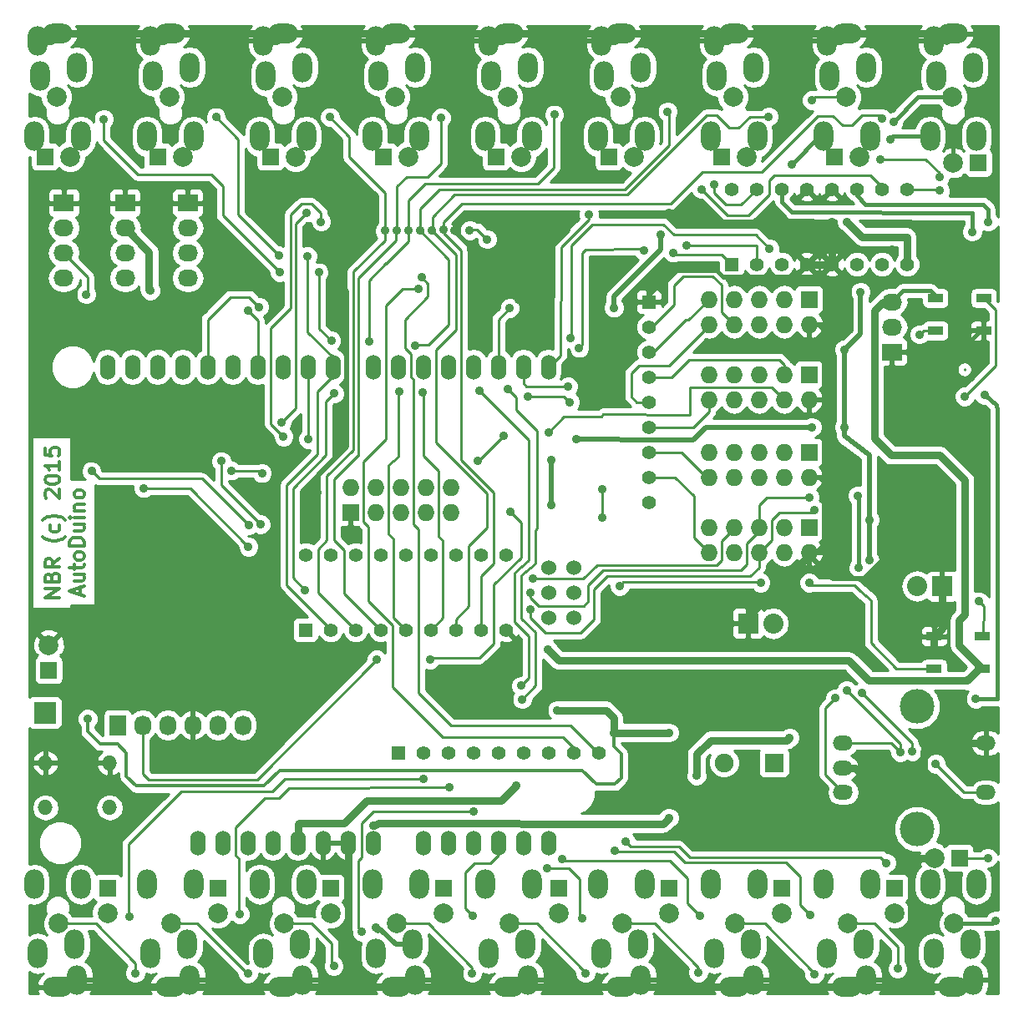
<source format=gbr>
G04 #@! TF.FileFunction,Copper,L1,Top,Signal*
%FSLAX46Y46*%
G04 Gerber Fmt 4.6, Leading zero omitted, Abs format (unit mm)*
G04 Created by KiCad (PCBNEW (2014-12-08 BZR 5317)-product) date sam. 06 juin 2015 11:44:28 CEST*
%MOMM*%
G01*
G04 APERTURE LIST*
%ADD10C,0.100000*%
%ADD11C,0.300000*%
%ADD12R,1.500000X0.900000*%
%ADD13O,1.998980X1.501140*%
%ADD14C,3.500120*%
%ADD15R,1.727200X1.727200*%
%ADD16O,1.727200X1.727200*%
%ADD17R,1.905000X1.905000*%
%ADD18C,1.905000*%
%ADD19R,2.032000X1.727200*%
%ADD20O,2.032000X1.727200*%
%ADD21R,1.397000X1.397000*%
%ADD22C,1.397000*%
%ADD23O,1.524000X1.524000*%
%ADD24R,1.727200X2.032000*%
%ADD25O,1.727200X2.032000*%
%ADD26O,1.524000X2.540000*%
%ADD27C,1.524000*%
%ADD28R,1.699260X1.699260*%
%ADD29C,1.998980*%
%ADD30R,2.032000X2.032000*%
%ADD31O,2.032000X2.032000*%
%ADD32R,2.235200X2.235200*%
%ADD33O,3.000000X2.000000*%
%ADD34O,2.000000X3.000000*%
%ADD35C,0.889000*%
%ADD36C,0.254000*%
%ADD37C,0.800000*%
%ADD38C,0.400000*%
%ADD39C,0.500000*%
G04 APERTURE END LIST*
D10*
D11*
X103882000Y-112981715D02*
X103882000Y-112267429D01*
X104310571Y-113124572D02*
X102810571Y-112624572D01*
X104310571Y-112124572D01*
X103310571Y-110981715D02*
X104310571Y-110981715D01*
X103310571Y-111624572D02*
X104096286Y-111624572D01*
X104239143Y-111553144D01*
X104310571Y-111410286D01*
X104310571Y-111196001D01*
X104239143Y-111053144D01*
X104167714Y-110981715D01*
X103310571Y-110481715D02*
X103310571Y-109910286D01*
X102810571Y-110267429D02*
X104096286Y-110267429D01*
X104239143Y-110196001D01*
X104310571Y-110053143D01*
X104310571Y-109910286D01*
X104310571Y-109196000D02*
X104239143Y-109338858D01*
X104167714Y-109410286D01*
X104024857Y-109481715D01*
X103596286Y-109481715D01*
X103453429Y-109410286D01*
X103382000Y-109338858D01*
X103310571Y-109196000D01*
X103310571Y-108981715D01*
X103382000Y-108838858D01*
X103453429Y-108767429D01*
X103596286Y-108696000D01*
X104024857Y-108696000D01*
X104167714Y-108767429D01*
X104239143Y-108838858D01*
X104310571Y-108981715D01*
X104310571Y-109196000D01*
X104310571Y-108053143D02*
X102810571Y-108053143D01*
X102810571Y-107696000D01*
X102882000Y-107481715D01*
X103024857Y-107338857D01*
X103167714Y-107267429D01*
X103453429Y-107196000D01*
X103667714Y-107196000D01*
X103953429Y-107267429D01*
X104096286Y-107338857D01*
X104239143Y-107481715D01*
X104310571Y-107696000D01*
X104310571Y-108053143D01*
X103310571Y-105910286D02*
X104310571Y-105910286D01*
X103310571Y-106553143D02*
X104096286Y-106553143D01*
X104239143Y-106481715D01*
X104310571Y-106338857D01*
X104310571Y-106124572D01*
X104239143Y-105981715D01*
X104167714Y-105910286D01*
X104310571Y-105196000D02*
X103310571Y-105196000D01*
X102810571Y-105196000D02*
X102882000Y-105267429D01*
X102953429Y-105196000D01*
X102882000Y-105124572D01*
X102810571Y-105196000D01*
X102953429Y-105196000D01*
X103310571Y-104481714D02*
X104310571Y-104481714D01*
X103453429Y-104481714D02*
X103382000Y-104410286D01*
X103310571Y-104267428D01*
X103310571Y-104053143D01*
X103382000Y-103910286D01*
X103524857Y-103838857D01*
X104310571Y-103838857D01*
X104310571Y-102910285D02*
X104239143Y-103053143D01*
X104167714Y-103124571D01*
X104024857Y-103196000D01*
X103596286Y-103196000D01*
X103453429Y-103124571D01*
X103382000Y-103053143D01*
X103310571Y-102910285D01*
X103310571Y-102696000D01*
X103382000Y-102553143D01*
X103453429Y-102481714D01*
X103596286Y-102410285D01*
X104024857Y-102410285D01*
X104167714Y-102481714D01*
X104239143Y-102553143D01*
X104310571Y-102696000D01*
X104310571Y-102910285D01*
X101821371Y-113286227D02*
X100321371Y-113286227D01*
X101821371Y-112429084D01*
X100321371Y-112429084D01*
X101035657Y-111214798D02*
X101107086Y-111000512D01*
X101178514Y-110929084D01*
X101321371Y-110857655D01*
X101535657Y-110857655D01*
X101678514Y-110929084D01*
X101749943Y-111000512D01*
X101821371Y-111143370D01*
X101821371Y-111714798D01*
X100321371Y-111714798D01*
X100321371Y-111214798D01*
X100392800Y-111071941D01*
X100464229Y-111000512D01*
X100607086Y-110929084D01*
X100749943Y-110929084D01*
X100892800Y-111000512D01*
X100964229Y-111071941D01*
X101035657Y-111214798D01*
X101035657Y-111714798D01*
X101821371Y-109357655D02*
X101107086Y-109857655D01*
X101821371Y-110214798D02*
X100321371Y-110214798D01*
X100321371Y-109643370D01*
X100392800Y-109500512D01*
X100464229Y-109429084D01*
X100607086Y-109357655D01*
X100821371Y-109357655D01*
X100964229Y-109429084D01*
X101035657Y-109500512D01*
X101107086Y-109643370D01*
X101107086Y-110214798D01*
X102392800Y-107143370D02*
X102321371Y-107214798D01*
X102107086Y-107357655D01*
X101964229Y-107429084D01*
X101749943Y-107500513D01*
X101392800Y-107571941D01*
X101107086Y-107571941D01*
X100749943Y-107500513D01*
X100535657Y-107429084D01*
X100392800Y-107357655D01*
X100178514Y-107214798D01*
X100107086Y-107143370D01*
X101749943Y-105929084D02*
X101821371Y-106071941D01*
X101821371Y-106357655D01*
X101749943Y-106500513D01*
X101678514Y-106571941D01*
X101535657Y-106643370D01*
X101107086Y-106643370D01*
X100964229Y-106571941D01*
X100892800Y-106500513D01*
X100821371Y-106357655D01*
X100821371Y-106071941D01*
X100892800Y-105929084D01*
X102392800Y-105429084D02*
X102321371Y-105357656D01*
X102107086Y-105214799D01*
X101964229Y-105143370D01*
X101749943Y-105071941D01*
X101392800Y-105000513D01*
X101107086Y-105000513D01*
X100749943Y-105071941D01*
X100535657Y-105143370D01*
X100392800Y-105214799D01*
X100178514Y-105357656D01*
X100107086Y-105429084D01*
X100464229Y-103214799D02*
X100392800Y-103143370D01*
X100321371Y-103000513D01*
X100321371Y-102643370D01*
X100392800Y-102500513D01*
X100464229Y-102429084D01*
X100607086Y-102357656D01*
X100749943Y-102357656D01*
X100964229Y-102429084D01*
X101821371Y-103286227D01*
X101821371Y-102357656D01*
X100321371Y-101429085D02*
X100321371Y-101286228D01*
X100392800Y-101143371D01*
X100464229Y-101071942D01*
X100607086Y-101000513D01*
X100892800Y-100929085D01*
X101249943Y-100929085D01*
X101535657Y-101000513D01*
X101678514Y-101071942D01*
X101749943Y-101143371D01*
X101821371Y-101286228D01*
X101821371Y-101429085D01*
X101749943Y-101571942D01*
X101678514Y-101643371D01*
X101535657Y-101714799D01*
X101249943Y-101786228D01*
X100892800Y-101786228D01*
X100607086Y-101714799D01*
X100464229Y-101643371D01*
X100392800Y-101571942D01*
X100321371Y-101429085D01*
X101821371Y-99500514D02*
X101821371Y-100357657D01*
X101821371Y-99929085D02*
X100321371Y-99929085D01*
X100535657Y-100071942D01*
X100678514Y-100214800D01*
X100749943Y-100357657D01*
X100321371Y-98143371D02*
X100321371Y-98857657D01*
X101035657Y-98929086D01*
X100964229Y-98857657D01*
X100892800Y-98714800D01*
X100892800Y-98357657D01*
X100964229Y-98214800D01*
X101035657Y-98143371D01*
X101178514Y-98071943D01*
X101535657Y-98071943D01*
X101678514Y-98143371D01*
X101749943Y-98214800D01*
X101821371Y-98357657D01*
X101821371Y-98714800D01*
X101749943Y-98857657D01*
X101678514Y-98929086D01*
D12*
X195363000Y-120522000D03*
X195363000Y-117222000D03*
X190463000Y-117222000D03*
X190463000Y-120522000D03*
X190590000Y-82932000D03*
X190590000Y-86232000D03*
X195490000Y-86232000D03*
X195490000Y-82932000D03*
D13*
X181221380Y-128056640D03*
X181221380Y-130556000D03*
X181221380Y-133055360D03*
D14*
X188722000Y-124355860D03*
X188722000Y-136756140D03*
D13*
X195722240Y-128056640D03*
X195722240Y-133055360D03*
D15*
X177800000Y-83058000D03*
D16*
X177800000Y-85598000D03*
X175260000Y-83058000D03*
X175260000Y-85598000D03*
X172720000Y-83058000D03*
X172720000Y-85598000D03*
X170180000Y-83058000D03*
X170180000Y-85598000D03*
X167640000Y-83058000D03*
X167640000Y-85598000D03*
D15*
X177800000Y-90678000D03*
D16*
X177800000Y-93218000D03*
X175260000Y-90678000D03*
X175260000Y-93218000D03*
X172720000Y-90678000D03*
X172720000Y-93218000D03*
X170180000Y-90678000D03*
X170180000Y-93218000D03*
X167640000Y-90678000D03*
X167640000Y-93218000D03*
D15*
X177800000Y-98552000D03*
D16*
X177800000Y-101092000D03*
X175260000Y-98552000D03*
X175260000Y-101092000D03*
X172720000Y-98552000D03*
X172720000Y-101092000D03*
X170180000Y-98552000D03*
X170180000Y-101092000D03*
X167640000Y-98552000D03*
X167640000Y-101092000D03*
D17*
X174244000Y-130048000D03*
D18*
X169164000Y-130048000D03*
D15*
X131318000Y-104648000D03*
D16*
X131318000Y-102108000D03*
X133858000Y-104648000D03*
X133858000Y-102108000D03*
X136398000Y-104648000D03*
X136398000Y-102108000D03*
X138938000Y-104648000D03*
X138938000Y-102108000D03*
X141478000Y-104648000D03*
X141478000Y-102108000D03*
D19*
X108458000Y-73279000D03*
D20*
X108458000Y-75819000D03*
X108458000Y-78359000D03*
X108458000Y-80899000D03*
D19*
X102235000Y-73279000D03*
D20*
X102235000Y-75819000D03*
X102235000Y-78359000D03*
X102235000Y-80899000D03*
D19*
X114808000Y-73279000D03*
D20*
X114808000Y-75819000D03*
X114808000Y-78359000D03*
X114808000Y-80899000D03*
D19*
X186182000Y-88392000D03*
D20*
X186182000Y-85852000D03*
X186182000Y-83312000D03*
D21*
X161544000Y-83312000D03*
D22*
X161544000Y-85852000D03*
X161544000Y-88392000D03*
X161544000Y-90932000D03*
X161544000Y-93472000D03*
X161544000Y-96012000D03*
X161544000Y-98552000D03*
X161544000Y-101092000D03*
X161544000Y-103632000D03*
D23*
X106883200Y-134594600D03*
X100380800Y-134594600D03*
X106883200Y-130073400D03*
X100380800Y-130073400D03*
D21*
X169926000Y-79502000D03*
D22*
X172466000Y-79502000D03*
X175006000Y-79502000D03*
X177546000Y-79502000D03*
X180086000Y-79502000D03*
X182626000Y-79502000D03*
X185166000Y-79502000D03*
X187706000Y-79502000D03*
X187706000Y-71882000D03*
X185166000Y-71882000D03*
X182626000Y-71882000D03*
X180086000Y-71882000D03*
X177546000Y-71882000D03*
X175006000Y-71882000D03*
X172466000Y-71882000D03*
X169926000Y-71882000D03*
D21*
X126746000Y-116586000D03*
D22*
X129286000Y-116586000D03*
X131826000Y-116586000D03*
X134366000Y-116586000D03*
X136906000Y-116586000D03*
X139446000Y-116586000D03*
X141986000Y-116586000D03*
X144526000Y-116586000D03*
X147066000Y-116586000D03*
X147066000Y-108966000D03*
X144526000Y-108966000D03*
X141986000Y-108966000D03*
X139446000Y-108966000D03*
X136906000Y-108966000D03*
X134366000Y-108966000D03*
X131826000Y-108966000D03*
X129286000Y-108966000D03*
X126746000Y-108966000D03*
D24*
X107696000Y-126238000D03*
D25*
X110236000Y-126238000D03*
X112776000Y-126238000D03*
X115316000Y-126238000D03*
X117856000Y-126238000D03*
X120396000Y-126238000D03*
D15*
X177800000Y-106172000D03*
D16*
X177800000Y-108712000D03*
X175260000Y-106172000D03*
X175260000Y-108712000D03*
X172720000Y-106172000D03*
X172720000Y-108712000D03*
X170180000Y-106172000D03*
X170180000Y-108712000D03*
X167640000Y-106172000D03*
X167640000Y-108712000D03*
D26*
X151384000Y-138176000D03*
X148844000Y-138176000D03*
X146304000Y-138176000D03*
X138684000Y-138176000D03*
X141224000Y-138176000D03*
X143764000Y-138176000D03*
X133604000Y-138176000D03*
X131064000Y-138176000D03*
X128524000Y-138176000D03*
X123444000Y-138176000D03*
X120904000Y-138176000D03*
X151384000Y-89916000D03*
X148844000Y-89916000D03*
X146304000Y-89916000D03*
X143764000Y-89916000D03*
X141224000Y-89916000D03*
X138684000Y-89916000D03*
X136144000Y-89916000D03*
X133604000Y-89916000D03*
X129540000Y-89916000D03*
X127000000Y-89916000D03*
X124460000Y-89916000D03*
X121920000Y-89916000D03*
X119380000Y-89916000D03*
X116840000Y-89916000D03*
X114300000Y-89916000D03*
X111760000Y-89916000D03*
X125984000Y-138176000D03*
X109220000Y-89916000D03*
X106680000Y-89916000D03*
X118364000Y-138176000D03*
X115824000Y-138176000D03*
D27*
X151384000Y-110236000D03*
X153924000Y-110236000D03*
X151384000Y-112776000D03*
X153924000Y-112776000D03*
X151384000Y-115316000D03*
X153924000Y-115316000D03*
D28*
X100711000Y-120650000D03*
D29*
X100711000Y-118110000D03*
D28*
X106680000Y-142748000D03*
D29*
X106680000Y-145288000D03*
D28*
X117856000Y-142748000D03*
D29*
X117856000Y-145288000D03*
D28*
X129286000Y-142748000D03*
D29*
X129286000Y-145288000D03*
D28*
X140716000Y-142748000D03*
D29*
X140716000Y-145288000D03*
D28*
X152400000Y-142748000D03*
D29*
X152400000Y-145288000D03*
D28*
X163576000Y-142748000D03*
D29*
X163576000Y-145288000D03*
D28*
X175006000Y-142748000D03*
D29*
X175006000Y-145288000D03*
D28*
X186436000Y-142748000D03*
D29*
X186436000Y-145288000D03*
D28*
X100330000Y-68580000D03*
D29*
X102870000Y-68580000D03*
D28*
X111760000Y-68580000D03*
D29*
X114300000Y-68580000D03*
D28*
X123190000Y-68580000D03*
D29*
X125730000Y-68580000D03*
D28*
X134620000Y-68580000D03*
D29*
X137160000Y-68580000D03*
D28*
X146050000Y-68580000D03*
D29*
X148590000Y-68580000D03*
D28*
X157480000Y-68580000D03*
D29*
X160020000Y-68580000D03*
D28*
X168910000Y-68580000D03*
D29*
X171450000Y-68580000D03*
D28*
X180340000Y-68580000D03*
D29*
X182880000Y-68580000D03*
D28*
X194945000Y-69215000D03*
D29*
X192405000Y-69215000D03*
D28*
X193040000Y-139700000D03*
D29*
X190500000Y-139700000D03*
D30*
X191262000Y-112141000D03*
D31*
X188722000Y-112141000D03*
D21*
X136144000Y-129032000D03*
D22*
X138684000Y-129032000D03*
X141224000Y-129032000D03*
X143764000Y-129032000D03*
X146304000Y-129032000D03*
X148844000Y-129032000D03*
X151384000Y-129032000D03*
X153924000Y-129032000D03*
X156464000Y-129032000D03*
D32*
X100330000Y-124968000D03*
D30*
X171602400Y-115925600D03*
D31*
X174142400Y-115925600D03*
D33*
X101600000Y-56130000D03*
D34*
X103600000Y-59530000D03*
X99250000Y-66530000D03*
D29*
X101500000Y-62530000D03*
D34*
X103950000Y-66530000D03*
X99600000Y-56830000D03*
X99850000Y-60430000D03*
D33*
X113030000Y-56130000D03*
D34*
X115030000Y-59530000D03*
X110680000Y-66530000D03*
D29*
X112930000Y-62530000D03*
D34*
X115380000Y-66530000D03*
X111030000Y-56830000D03*
X111280000Y-60430000D03*
D33*
X124460000Y-56130000D03*
D34*
X126460000Y-59530000D03*
X122110000Y-66530000D03*
D29*
X124360000Y-62530000D03*
D34*
X126810000Y-66530000D03*
X122460000Y-56830000D03*
X122710000Y-60430000D03*
D33*
X135890000Y-56130000D03*
D34*
X137890000Y-59530000D03*
X133540000Y-66530000D03*
D29*
X135790000Y-62530000D03*
D34*
X138240000Y-66530000D03*
X133890000Y-56830000D03*
X134140000Y-60430000D03*
D33*
X147320000Y-56130000D03*
D34*
X149320000Y-59530000D03*
X144970000Y-66530000D03*
D29*
X147220000Y-62530000D03*
D34*
X149670000Y-66530000D03*
X145320000Y-56830000D03*
X145570000Y-60430000D03*
D33*
X158750000Y-56130000D03*
D34*
X160750000Y-59530000D03*
X156400000Y-66530000D03*
D29*
X158650000Y-62530000D03*
D34*
X161100000Y-66530000D03*
X156750000Y-56830000D03*
X157000000Y-60430000D03*
D33*
X170180000Y-56130000D03*
D34*
X172180000Y-59530000D03*
X167830000Y-66530000D03*
D29*
X170080000Y-62530000D03*
D34*
X172530000Y-66530000D03*
X168180000Y-56830000D03*
X168430000Y-60430000D03*
D33*
X181610000Y-56130000D03*
D34*
X183610000Y-59530000D03*
X179260000Y-66530000D03*
D29*
X181510000Y-62530000D03*
D34*
X183960000Y-66530000D03*
X179610000Y-56830000D03*
X179860000Y-60430000D03*
D33*
X192405000Y-56130000D03*
D34*
X194405000Y-59530000D03*
X190055000Y-66530000D03*
D29*
X192305000Y-62530000D03*
D34*
X194755000Y-66530000D03*
X190405000Y-56830000D03*
X190655000Y-60430000D03*
D33*
X192405000Y-152785000D03*
D34*
X190405000Y-149385000D03*
X194755000Y-142385000D03*
D29*
X192505000Y-146385000D03*
D34*
X190055000Y-142385000D03*
X194405000Y-152085000D03*
X194155000Y-148485000D03*
D33*
X181610000Y-152785000D03*
D34*
X179610000Y-149385000D03*
X183960000Y-142385000D03*
D29*
X181710000Y-146385000D03*
D34*
X179260000Y-142385000D03*
X183610000Y-152085000D03*
X183360000Y-148485000D03*
D33*
X170180000Y-152785000D03*
D34*
X168180000Y-149385000D03*
X172530000Y-142385000D03*
D29*
X170280000Y-146385000D03*
D34*
X167830000Y-142385000D03*
X172180000Y-152085000D03*
X171930000Y-148485000D03*
D33*
X158750000Y-152785000D03*
D34*
X156750000Y-149385000D03*
X161100000Y-142385000D03*
D29*
X158850000Y-146385000D03*
D34*
X156400000Y-142385000D03*
X160750000Y-152085000D03*
X160500000Y-148485000D03*
D33*
X147320000Y-152785000D03*
D34*
X145320000Y-149385000D03*
X149670000Y-142385000D03*
D29*
X147420000Y-146385000D03*
D34*
X144970000Y-142385000D03*
X149320000Y-152085000D03*
X149070000Y-148485000D03*
D33*
X135890000Y-152785000D03*
D34*
X133890000Y-149385000D03*
X138240000Y-142385000D03*
D29*
X135990000Y-146385000D03*
D34*
X133540000Y-142385000D03*
X137890000Y-152085000D03*
X137640000Y-148485000D03*
D33*
X124460000Y-152785000D03*
D34*
X122460000Y-149385000D03*
X126810000Y-142385000D03*
D29*
X124560000Y-146385000D03*
D34*
X122110000Y-142385000D03*
X126460000Y-152085000D03*
X126210000Y-148485000D03*
D33*
X113030000Y-152785000D03*
D34*
X111030000Y-149385000D03*
X115380000Y-142385000D03*
D29*
X113130000Y-146385000D03*
D34*
X110680000Y-142385000D03*
X115030000Y-152085000D03*
X114780000Y-148485000D03*
D33*
X101600000Y-152785000D03*
D34*
X99600000Y-149385000D03*
X103950000Y-142385000D03*
D29*
X101700000Y-146385000D03*
D34*
X99250000Y-142385000D03*
X103600000Y-152085000D03*
X103350000Y-148485000D03*
D35*
X148082000Y-132334000D03*
X193827400Y-121716800D03*
X151307800Y-118567200D03*
X192976500Y-78994000D03*
X189611000Y-77851000D03*
X186182000Y-77978000D03*
X172212000Y-131572000D03*
X176784000Y-132080000D03*
X189230000Y-101142800D03*
X129032000Y-72542400D03*
X130048000Y-80772000D03*
X152654000Y-121539000D03*
X160147000Y-121412000D03*
X180086000Y-75184000D03*
X163576000Y-74295000D03*
X127965200Y-102666800D03*
X148336000Y-83058000D03*
X141859000Y-76073000D03*
X153162000Y-75946000D03*
X190754000Y-118821200D03*
X152273000Y-124714000D03*
X157988000Y-127000000D03*
X163576000Y-127000000D03*
X104648000Y-125603000D03*
X175818800Y-127508000D03*
X166370000Y-131368800D03*
X133604000Y-136398000D03*
X163576000Y-135636000D03*
X181356000Y-88138000D03*
X183007000Y-82296000D03*
X181356000Y-96012000D03*
X183896000Y-105410000D03*
X133908800Y-146761200D03*
X176022000Y-69342000D03*
X183896000Y-109524800D03*
X110998000Y-82169000D03*
X181610000Y-75184000D03*
X162750500Y-76517500D03*
X157988000Y-83921600D03*
X195021200Y-113690400D03*
X193548000Y-92913200D03*
X188988700Y-86626700D03*
X187032900Y-128993900D03*
X181610000Y-122682000D03*
X180428900Y-123520200D03*
X190627000Y-130175000D03*
X183146700Y-122948700D03*
X188239400Y-128917700D03*
X182829200Y-110286800D03*
X182727600Y-102971600D03*
X154178000Y-97231200D03*
X178054000Y-96012000D03*
X151638000Y-99364800D03*
X151638000Y-103886000D03*
X147523200Y-104597200D03*
X139395200Y-119583200D03*
X133959600Y-119583200D03*
X151384000Y-96520000D03*
X146862800Y-96875600D03*
X144170400Y-99415600D03*
X122326400Y-100685600D03*
X119227600Y-100431600D03*
X177800000Y-103124000D03*
X149555200Y-112776000D03*
X120980200Y-105981500D03*
X105054400Y-100482400D03*
X178308000Y-104394000D03*
X149504400Y-114503200D03*
X120954800Y-108153200D03*
X110337600Y-102209600D03*
X149758400Y-111404400D03*
X122186700Y-105879900D03*
X118211600Y-99466400D03*
X132461000Y-147193000D03*
X143764000Y-135001000D03*
X108902500Y-145669000D03*
X138684000Y-131699000D03*
X120078500Y-145415000D03*
X141287500Y-132524500D03*
X155467867Y-74461117D03*
X153365200Y-91897200D03*
X147447000Y-83947000D03*
X138226800Y-81978500D03*
X177927000Y-145478500D03*
X158115000Y-139001500D03*
X154482800Y-87985600D03*
X164033200Y-78333600D03*
X161036000Y-78130400D03*
X185039000Y-68834000D03*
X191058800Y-70637400D03*
X144373600Y-92303600D03*
X148615400Y-122250200D03*
X166687500Y-145542000D03*
X152717500Y-139827000D03*
X149301200Y-92913200D03*
X153517600Y-93472000D03*
X120904000Y-84201000D03*
X122047000Y-83820000D03*
X104521000Y-82550000D03*
X143383000Y-76073000D03*
X145161000Y-76962000D03*
X143700500Y-145605500D03*
X147218400Y-92151200D03*
X148717000Y-123621800D03*
X151257000Y-140716000D03*
X154813000Y-145796000D03*
X186347100Y-65036700D03*
X185991500Y-66865500D03*
X195961000Y-75184000D03*
X196710300Y-146062700D03*
X195580000Y-92786200D03*
X194310000Y-76200000D03*
X194691000Y-123571000D03*
X124307600Y-95504000D03*
X126847600Y-74269600D03*
X128320800Y-75184000D03*
X124510800Y-96977200D03*
X165354000Y-77597000D03*
X138531600Y-80848200D03*
X185610500Y-140208000D03*
X159194500Y-138049000D03*
X191058800Y-72034400D03*
X173786800Y-77927200D03*
X153619200Y-87020400D03*
X195910200Y-139700000D03*
X166878000Y-71882000D03*
X168148000Y-71374000D03*
X109474000Y-151384000D03*
X120904000Y-151447500D03*
X129603500Y-150685500D03*
X143637000Y-151384000D03*
X155130500Y-151384000D03*
X166560500Y-151320500D03*
X178308000Y-151511000D03*
X186753500Y-150939500D03*
X178054000Y-62865000D03*
X135991600Y-76098400D03*
X140462000Y-64643000D03*
X140716000Y-75996800D03*
X185166000Y-64706500D03*
X156819600Y-102311200D03*
X127000000Y-97231200D03*
X177800000Y-111785400D03*
X172872400Y-111785400D03*
X158584900Y-112128300D03*
X156857700Y-105219500D03*
X129641600Y-92608400D03*
X126695200Y-112572800D03*
X129349500Y-87249000D03*
X128079500Y-80327500D03*
X124142500Y-80327500D03*
X106299000Y-64770000D03*
X126936500Y-78676500D03*
X124015500Y-78613000D03*
X117665500Y-64579500D03*
X134772400Y-76098400D03*
X129222500Y-64579500D03*
X137160000Y-76098400D03*
X133197600Y-87325200D03*
X136271000Y-92379800D03*
X151955500Y-64325500D03*
X138633200Y-92456000D03*
X137871200Y-87731600D03*
X138379200Y-76098400D03*
X163449000Y-64008000D03*
X139547600Y-76098400D03*
X173672500Y-64516000D03*
D36*
X193548000Y-90170000D02*
X193548000Y-90119200D01*
D37*
X125984000Y-136271000D02*
X125984000Y-138176000D01*
X126111000Y-136144000D02*
X125984000Y-136271000D01*
X130619500Y-136144000D02*
X126111000Y-136144000D01*
X132905500Y-133858000D02*
X130619500Y-136144000D01*
X146558000Y-133858000D02*
X132905500Y-133858000D01*
X148082000Y-132334000D02*
X146558000Y-133858000D01*
D38*
X190880000Y-82932000D02*
X190590000Y-82932000D01*
X190106300Y-82181700D02*
X187312300Y-82181700D01*
X187312300Y-82181700D02*
X186182000Y-83312000D01*
X190590000Y-82665400D02*
X190106300Y-82181700D01*
X190590000Y-82932000D02*
X190590000Y-82665400D01*
D37*
X184404000Y-84201000D02*
X184404000Y-97155000D01*
X184404000Y-97155000D02*
X186118500Y-98869500D01*
X186118500Y-98869500D02*
X191033400Y-98869500D01*
X191033400Y-98869500D02*
X193586100Y-101422200D01*
X193586100Y-101422200D02*
X193586100Y-115023900D01*
X193586100Y-115023900D02*
X192976500Y-115633500D01*
X192976500Y-115633500D02*
X192976500Y-118135500D01*
X192976500Y-118135500D02*
X195363000Y-120522000D01*
X185293000Y-83312000D02*
X184404000Y-84201000D01*
X186182000Y-83312000D02*
X185293000Y-83312000D01*
X195022200Y-120522000D02*
X195363000Y-120522000D01*
X193827400Y-121716800D02*
X195022200Y-120522000D01*
X175945800Y-119634000D02*
X175920400Y-119659400D01*
X175971200Y-119659345D02*
X152425400Y-119684800D01*
X175920400Y-119659400D02*
X175971200Y-119659345D01*
X152425400Y-119684800D02*
X151307800Y-118567200D01*
X181762345Y-119659345D02*
X183057800Y-120954800D01*
X183819800Y-121716800D02*
X193827400Y-121716800D01*
X183819800Y-121716800D02*
X183057800Y-120954800D01*
X175971200Y-119659345D02*
X181762345Y-119659345D01*
D38*
X180086000Y-79502000D02*
X180086000Y-78422500D01*
X191770000Y-77787500D02*
X192976500Y-78994000D01*
X189674500Y-77787500D02*
X191770000Y-77787500D01*
X189611000Y-77851000D02*
X189674500Y-77787500D01*
X180530500Y-77978000D02*
X186182000Y-77978000D01*
X180086000Y-78422500D02*
X180530500Y-77978000D01*
D39*
X172212000Y-131572000D02*
X172212000Y-133858000D01*
X176784000Y-133858000D02*
X176784000Y-132080000D01*
X172212000Y-133858000D02*
X176784000Y-133858000D01*
X177800000Y-108712000D02*
X177800000Y-108966000D01*
D37*
X177800000Y-108966000D02*
X171602400Y-115163600D01*
D39*
X171602400Y-115163600D02*
X171602400Y-115925600D01*
X177800000Y-108966000D02*
X180187600Y-111353600D01*
X180187600Y-111353600D02*
X183438800Y-111353600D01*
X188144150Y-106648250D02*
X189382400Y-105410000D01*
X183438800Y-111353600D02*
X188144150Y-106648250D01*
X189382400Y-105410000D02*
X189382400Y-101295200D01*
X189382400Y-101295200D02*
X189230000Y-101142800D01*
X177800000Y-101092000D02*
X179324000Y-101092000D01*
X179324000Y-101092000D02*
X179374800Y-101041200D01*
X179374800Y-101041200D02*
X179374800Y-100990400D01*
X179374800Y-100990400D02*
X179324000Y-100990400D01*
D37*
X129032000Y-72542400D02*
X129974877Y-73426427D01*
X129974877Y-73426427D02*
X130048000Y-80772000D01*
X152654000Y-121539000D02*
X152781000Y-121412000D01*
X152781000Y-121412000D02*
X160147000Y-121412000D01*
X180086000Y-75184000D02*
X180086000Y-79502000D01*
D38*
X195490000Y-86232000D02*
X195200000Y-86232000D01*
X179324000Y-86106000D02*
X179324000Y-81686400D01*
D39*
X179324000Y-80467200D02*
X179324000Y-80264000D01*
X179324000Y-80264000D02*
X180086000Y-79502000D01*
D38*
X179324000Y-81686400D02*
X179324000Y-80467200D01*
D39*
X179324000Y-93218000D02*
X179324000Y-86106000D01*
D38*
X179324000Y-101600000D02*
X179324000Y-100990400D01*
D39*
X179324000Y-100990400D02*
X179324000Y-93218000D01*
X179324000Y-107950000D02*
X179324000Y-101600000D01*
X178562000Y-108712000D02*
X179324000Y-107950000D01*
D38*
X177800000Y-108712000D02*
X178562000Y-108712000D01*
D37*
X177546000Y-79502000D02*
X180086000Y-79502000D01*
D39*
X178816000Y-85598000D02*
X179324000Y-86106000D01*
X177800000Y-85598000D02*
X178816000Y-85598000D01*
X177800000Y-93218000D02*
X179324000Y-93218000D01*
D38*
X178816000Y-101092000D02*
X179324000Y-101600000D01*
X177800000Y-101092000D02*
X178816000Y-101092000D01*
D39*
X161544000Y-82600800D02*
X164033200Y-80111600D01*
X161544000Y-83312000D02*
X161544000Y-82600800D01*
X179019200Y-80772000D02*
X179324000Y-80467200D01*
X169113200Y-80772000D02*
X179019200Y-80772000D01*
D38*
X168452800Y-80111600D02*
X169113200Y-80772000D01*
X164033200Y-80111600D02*
X168452800Y-80111600D01*
D39*
X170942000Y-75184000D02*
X164388800Y-75184000D01*
X170942000Y-75184000D02*
X180086000Y-75184000D01*
D37*
X164388800Y-75184000D02*
X163576000Y-74295000D01*
X163576000Y-74295000D02*
X163499800Y-74295000D01*
X163576000Y-74295000D02*
X163499800Y-74295000D01*
D39*
X127965200Y-102666800D02*
X128066800Y-102565200D01*
X128066800Y-102565200D02*
X128066800Y-100888800D01*
X128066800Y-100888800D02*
X130924300Y-98031300D01*
X130924300Y-98031300D02*
X130937000Y-82232500D01*
X130937000Y-82232500D02*
X130048000Y-81330800D01*
X130048000Y-81330800D02*
X130048000Y-80772000D01*
D37*
X170180000Y-56130000D02*
X181610000Y-56130000D01*
X158750000Y-56130000D02*
X170180000Y-56130000D01*
X147320000Y-56130000D02*
X158750000Y-56130000D01*
X135890000Y-56130000D02*
X147320000Y-56130000D01*
X124460000Y-56130000D02*
X135890000Y-56130000D01*
X101600000Y-56130000D02*
X124460000Y-56130000D01*
X100900000Y-56830000D02*
X101600000Y-56130000D01*
X99600000Y-56830000D02*
X100900000Y-56830000D01*
X112330000Y-56830000D02*
X113030000Y-56130000D01*
X111030000Y-56830000D02*
X112330000Y-56830000D01*
X123760000Y-56830000D02*
X124460000Y-56130000D01*
X122460000Y-56830000D02*
X123760000Y-56830000D01*
X135190000Y-56830000D02*
X135890000Y-56130000D01*
X133890000Y-56830000D02*
X135190000Y-56830000D01*
X146620000Y-56830000D02*
X147320000Y-56130000D01*
X145320000Y-56830000D02*
X146620000Y-56830000D01*
X158050000Y-56830000D02*
X158750000Y-56130000D01*
X156750000Y-56830000D02*
X158050000Y-56830000D01*
X169480000Y-56830000D02*
X170180000Y-56130000D01*
X168180000Y-56830000D02*
X169480000Y-56830000D01*
X180910000Y-56830000D02*
X181610000Y-56130000D01*
X179610000Y-56830000D02*
X180910000Y-56830000D01*
X113030000Y-152785000D02*
X101600000Y-152785000D01*
X124460000Y-152785000D02*
X113030000Y-152785000D01*
X131064000Y-152785000D02*
X124460000Y-152785000D01*
X135890000Y-152785000D02*
X131064000Y-152785000D01*
X147320000Y-152785000D02*
X135890000Y-152785000D01*
X158750000Y-152785000D02*
X147320000Y-152785000D01*
X181610000Y-152785000D02*
X158750000Y-152785000D01*
X181737000Y-152658000D02*
X181610000Y-152785000D01*
X102300000Y-152085000D02*
X101600000Y-152785000D01*
X103600000Y-152085000D02*
X102300000Y-152085000D01*
X113730000Y-152085000D02*
X113030000Y-152785000D01*
X115030000Y-152085000D02*
X113730000Y-152085000D01*
X125160000Y-152085000D02*
X124460000Y-152785000D01*
X126460000Y-152085000D02*
X125160000Y-152085000D01*
X136590000Y-152085000D02*
X135890000Y-152785000D01*
X137890000Y-152085000D02*
X136590000Y-152085000D01*
X148020000Y-152085000D02*
X147320000Y-152785000D01*
X149320000Y-152085000D02*
X148020000Y-152085000D01*
X159450000Y-152085000D02*
X158750000Y-152785000D01*
X160750000Y-152085000D02*
X159450000Y-152085000D01*
X170880000Y-152085000D02*
X170180000Y-152785000D01*
X172180000Y-152085000D02*
X170880000Y-152085000D01*
X182310000Y-152085000D02*
X181610000Y-152785000D01*
X183610000Y-152085000D02*
X182310000Y-152085000D01*
D38*
X143256000Y-77978000D02*
X143256000Y-77470000D01*
X148336000Y-83058000D02*
X143256000Y-77978000D01*
X143256000Y-77470000D02*
X141859000Y-76073000D01*
D37*
X148336000Y-80772000D02*
X153162000Y-75946000D01*
X148336000Y-83058000D02*
X148336000Y-80772000D01*
X190975000Y-56130000D02*
X191675000Y-56830000D01*
X181610000Y-56130000D02*
X190975000Y-56130000D01*
X188150500Y-152785000D02*
X192405000Y-152785000D01*
X181610000Y-152785000D02*
X188150500Y-152785000D01*
X193705000Y-152785000D02*
X194405000Y-152085000D01*
X192405000Y-152785000D02*
X193705000Y-152785000D01*
X188150500Y-152717500D02*
X188150500Y-152785000D01*
X188150500Y-152785000D02*
X188150500Y-152717500D01*
X189103000Y-139700000D02*
X188150500Y-140652500D01*
X188150500Y-140652500D02*
X188150500Y-152785000D01*
X190500000Y-139700000D02*
X189103000Y-139700000D01*
X187452000Y-139700000D02*
X185877200Y-138125200D01*
X185877200Y-138125200D02*
X185877200Y-135229600D01*
X186518550Y-134588250D02*
X189433200Y-131673600D01*
X185877200Y-135229600D02*
X186518550Y-134588250D01*
X189433200Y-131673600D02*
X189433200Y-128930400D01*
X189433200Y-128930400D02*
X190306960Y-128056640D01*
X190306960Y-128056640D02*
X195722240Y-128056640D01*
X190500000Y-139700000D02*
X187452000Y-139700000D01*
X182486300Y-130556000D02*
X186518550Y-134588250D01*
X181221380Y-130556000D02*
X182486300Y-130556000D01*
D38*
X193027300Y-88392000D02*
X186182000Y-88392000D01*
X195187300Y-86232000D02*
X193027300Y-88392000D01*
X195490000Y-86232000D02*
X195187300Y-86232000D01*
X191262000Y-109766100D02*
X188144150Y-106648250D01*
X191262000Y-112141000D02*
X191262000Y-109766100D01*
D37*
X191262000Y-116423000D02*
X190463000Y-117222000D01*
X191262000Y-112141000D02*
X191262000Y-116423000D01*
X190463000Y-118530200D02*
X190754000Y-118821200D01*
X190463000Y-117222000D02*
X190463000Y-118530200D01*
X131064000Y-138176000D02*
X131064000Y-152785000D01*
D38*
X192405000Y-65913000D02*
X196342000Y-61976000D01*
X196342000Y-61976000D02*
X196342000Y-57277000D01*
X196342000Y-57277000D02*
X195195000Y-56130000D01*
X195195000Y-56130000D02*
X192405000Y-56130000D01*
X192405000Y-69215000D02*
X192405000Y-65913000D01*
D37*
X152273000Y-124714000D02*
X157226000Y-124714000D01*
X157226000Y-124714000D02*
X157988000Y-125476000D01*
X157988000Y-125476000D02*
X157988000Y-127000000D01*
X157988000Y-127000000D02*
X163322000Y-127000000D01*
X163322000Y-127000000D02*
X163576000Y-127000000D01*
D11*
X157988000Y-128397000D02*
X158750000Y-129159000D01*
X158750000Y-129159000D02*
X158750000Y-131572000D01*
X158750000Y-131572000D02*
X158115000Y-132207000D01*
X158115000Y-132207000D02*
X156210000Y-132207000D01*
X156210000Y-132207000D02*
X154813000Y-130810000D01*
X154813000Y-130810000D02*
X124142500Y-130810000D01*
X124142500Y-130810000D02*
X122555000Y-132397500D01*
X122555000Y-132397500D02*
X109537500Y-132397500D01*
X109537500Y-132397500D02*
X108585000Y-131445000D01*
X108585000Y-131445000D02*
X108585000Y-129032000D01*
X108585000Y-129032000D02*
X107696000Y-128143000D01*
X107696000Y-128143000D02*
X105918000Y-128143000D01*
X105918000Y-128143000D02*
X104648000Y-126873000D01*
X104648000Y-126873000D02*
X104648000Y-125603000D01*
X157988000Y-127000000D02*
X157988000Y-128397000D01*
D37*
X175818800Y-127508000D02*
X175564800Y-127762000D01*
X175564800Y-127762000D02*
X167792400Y-127762000D01*
X167792400Y-127762000D02*
X166370000Y-129184400D01*
X166370000Y-129184400D02*
X166370000Y-131368800D01*
X133604000Y-136398000D02*
X134188200Y-136169400D01*
X162966400Y-136245600D02*
X163576000Y-135636000D01*
X134188200Y-136169400D02*
X162966400Y-136245600D01*
D38*
X108458000Y-75819000D02*
X109220000Y-75819000D01*
D39*
X181356000Y-88138000D02*
X183002477Y-86609129D01*
X183002477Y-86609129D02*
X183007000Y-82296000D01*
X181356000Y-88138000D02*
X181356000Y-96012000D01*
X181356000Y-96926400D02*
X183896000Y-98856800D01*
X181356000Y-96012000D02*
X181356000Y-96926400D01*
X183896000Y-98856800D02*
X183896000Y-105410000D01*
D37*
X133908800Y-146761200D02*
X134061200Y-146913600D01*
D39*
X134061200Y-146913600D02*
X134315200Y-146913600D01*
X134315200Y-146913600D02*
X135886600Y-148485000D01*
X135886600Y-148485000D02*
X137640000Y-148485000D01*
D38*
X178834000Y-66530000D02*
X179260000Y-66530000D01*
X176022000Y-69342000D02*
X178834000Y-66530000D01*
D39*
X183896000Y-105410000D02*
X183896000Y-108204000D01*
X183896000Y-108204000D02*
X183896000Y-109524800D01*
D37*
X110998000Y-82169000D02*
X110871000Y-82042000D01*
X110871000Y-82042000D02*
X110871000Y-78232000D01*
X108458000Y-75819000D02*
X110871000Y-78232000D01*
D39*
X187706000Y-79502000D02*
X187706000Y-79502000D01*
D37*
X187706000Y-76708000D02*
X187706000Y-79502000D01*
X183134000Y-76708000D02*
X187706000Y-76708000D01*
X181610000Y-75184000D02*
X183134000Y-76708000D01*
D39*
X162750500Y-76517500D02*
X162712400Y-76606400D01*
X162712400Y-76606400D02*
X162712400Y-78028800D01*
X162712400Y-78028800D02*
X157988000Y-82753200D01*
X157988000Y-82753200D02*
X157988000Y-83921600D01*
D36*
X195021200Y-113690400D02*
X195490000Y-114159200D01*
X195490000Y-114159200D02*
X195453000Y-117221000D01*
X193598800Y-92913200D02*
X196684900Y-89827100D01*
X196684900Y-89827100D02*
X196684900Y-84126900D01*
X196684900Y-84126900D02*
X195490000Y-82932000D01*
X193548000Y-92913200D02*
X193598800Y-92913200D01*
X188988700Y-86626700D02*
X189383400Y-86232000D01*
X189383400Y-86232000D02*
X190590000Y-86232000D01*
X187032900Y-128993900D02*
X186095640Y-128056640D01*
X186095640Y-128056640D02*
X181221380Y-128056640D01*
X181610000Y-122682000D02*
X187032900Y-128104900D01*
X187032900Y-128104900D02*
X187032900Y-128993900D01*
D38*
X180967380Y-132588000D02*
X181864000Y-132588000D01*
D36*
X180428900Y-123520200D02*
X179438300Y-124510800D01*
X179438300Y-124510800D02*
X179438300Y-131272280D01*
X179438300Y-131272280D02*
X181221380Y-133055360D01*
X193507360Y-133055360D02*
X190627000Y-130175000D01*
X195722240Y-133055360D02*
X193507360Y-133055360D01*
X183146700Y-122948700D02*
X188239400Y-128041400D01*
X188239400Y-128041400D02*
X188239400Y-128917700D01*
D38*
X182829200Y-109067600D02*
X182829200Y-110286800D01*
X182829200Y-103073200D02*
X182829200Y-109067600D01*
X182727600Y-102971600D02*
X182829200Y-103073200D01*
D39*
X154178000Y-97231200D02*
X163068000Y-97282000D01*
X163068000Y-97282000D02*
X166039800Y-97307400D01*
X166039800Y-97307400D02*
X167309800Y-96037400D01*
X167309800Y-96037400D02*
X178054000Y-96012000D01*
X151638000Y-99364800D02*
X151638000Y-103886000D01*
D36*
X163830000Y-90932000D02*
X165608000Y-89154000D01*
X165608000Y-89154000D02*
X174752000Y-89154000D01*
X174752000Y-89154000D02*
X175260000Y-89662000D01*
X175260000Y-89662000D02*
X175260000Y-90678000D01*
X161544000Y-90932000D02*
X163830000Y-90932000D01*
X175260000Y-106172000D02*
X175260000Y-106934000D01*
X147523200Y-104597200D02*
X148590000Y-105664000D01*
X148590000Y-105664000D02*
X148590000Y-109220000D01*
X148590000Y-109220000D02*
X145846800Y-111963200D01*
X145846800Y-111963200D02*
X145846800Y-117957600D01*
X145846800Y-117957600D02*
X144373600Y-119430800D01*
X144373600Y-119430800D02*
X139547600Y-119430800D01*
X139547600Y-119430800D02*
X139395200Y-119583200D01*
X133959600Y-119583200D02*
X121869200Y-131775200D01*
X121869200Y-131775200D02*
X110845600Y-131775200D01*
X110845600Y-131775200D02*
X110236000Y-131165600D01*
X110236000Y-131165600D02*
X110236000Y-126238000D01*
X151384000Y-96520000D02*
X152958800Y-94945200D01*
X152958800Y-94945200D02*
X156718000Y-94945200D01*
X156718000Y-94945200D02*
X156920906Y-94691779D01*
X156920906Y-94691779D02*
X165709600Y-94742000D01*
X165709600Y-94742000D02*
X165709600Y-91948000D01*
X165709600Y-91948000D02*
X173990000Y-91948000D01*
X173990000Y-91948000D02*
X175260000Y-93218000D01*
X146862800Y-96875600D02*
X144322800Y-99415600D01*
X144322800Y-99415600D02*
X144170400Y-99415600D01*
X122326400Y-100685600D02*
X122072400Y-100431600D01*
X122072400Y-100431600D02*
X119227600Y-100431600D01*
X177800000Y-103124000D02*
X173482000Y-103124000D01*
X173482000Y-103124000D02*
X172720000Y-103886000D01*
X172720000Y-103886000D02*
X172720000Y-106172000D01*
X171450000Y-107797600D02*
X171450000Y-109931200D01*
X171450000Y-109931200D02*
X170840400Y-110540800D01*
X170840400Y-110540800D02*
X156870400Y-110540800D01*
X156870400Y-110540800D02*
X155397200Y-112014000D01*
X155397200Y-112014000D02*
X155397200Y-113690400D01*
X155397200Y-113690400D02*
X154940000Y-114147600D01*
X154940000Y-114147600D02*
X150418800Y-114147600D01*
X150418800Y-114147600D02*
X149555200Y-113284000D01*
X149555200Y-113284000D02*
X149555200Y-112776000D01*
X120980200Y-105981500D02*
X116230400Y-101244400D01*
X116230400Y-101244400D02*
X105816400Y-101244400D01*
X105816400Y-101244400D02*
X105054400Y-100482400D01*
X172720000Y-106527600D02*
X171450000Y-107797600D01*
X172720000Y-106172000D02*
X172720000Y-106527600D01*
X178308000Y-104394000D02*
X178054000Y-104648000D01*
X178054000Y-104648000D02*
X174752000Y-104648000D01*
X174752000Y-104648000D02*
X173990000Y-105410000D01*
X173990000Y-105410000D02*
X173990000Y-107442000D01*
X173990000Y-107442000D02*
X172720000Y-108712000D01*
X172720000Y-108712000D02*
X172720000Y-109372400D01*
X172720000Y-110236000D02*
X171805600Y-111150400D01*
X171805600Y-111150400D02*
X157327600Y-111150400D01*
X157327600Y-111150400D02*
X156006800Y-112471200D01*
X156006800Y-112471200D02*
X156006800Y-115519200D01*
X156006800Y-115519200D02*
X154635200Y-116890800D01*
X154635200Y-116890800D02*
X151079200Y-116890800D01*
X151079200Y-116890800D02*
X149504400Y-115316000D01*
X149504400Y-115316000D02*
X149504400Y-114503200D01*
X120954800Y-108153200D02*
X115062000Y-102209600D01*
X115062000Y-102209600D02*
X110337600Y-102209600D01*
X172720000Y-108712000D02*
X172720000Y-110236000D01*
X168910000Y-107594400D02*
X168910000Y-109474000D01*
X168910000Y-109474000D02*
X168402000Y-109982000D01*
X168402000Y-109982000D02*
X156311600Y-109982000D01*
X156311600Y-109982000D02*
X154889200Y-111404400D01*
X154889200Y-111404400D02*
X149758400Y-111404400D01*
X122186700Y-105879900D02*
X118198900Y-101866700D01*
X118198900Y-101866700D02*
X118211600Y-99466400D01*
X170180000Y-106324400D02*
X168910000Y-107594400D01*
X170180000Y-106172000D02*
X170180000Y-106324400D01*
X170180000Y-85598000D02*
X170180000Y-85445600D01*
X164084000Y-83616800D02*
X164084000Y-81635600D01*
X164084000Y-81635600D02*
X165026998Y-80692602D01*
X165026998Y-80692602D02*
X168017802Y-80692602D01*
X168017802Y-80692602D02*
X168910000Y-81584800D01*
X168910000Y-81584800D02*
X168910000Y-84328000D01*
X168910000Y-84328000D02*
X170180000Y-85598000D01*
X161848800Y-85852000D02*
X164084000Y-83616800D01*
X161544000Y-85852000D02*
X161848800Y-85852000D01*
X165252400Y-85140800D02*
X165557200Y-85140800D01*
X165557200Y-85140800D02*
X167640000Y-83058000D01*
X162001200Y-88392000D02*
X165252400Y-85140800D01*
X161544000Y-88392000D02*
X162001200Y-88392000D01*
X160324800Y-93472000D02*
X161544000Y-93472000D01*
X159766000Y-92913200D02*
X160324800Y-93472000D01*
X159766000Y-90576400D02*
X159766000Y-92913200D01*
X160578800Y-89763600D02*
X159766000Y-90576400D01*
X163576000Y-89763600D02*
X160578800Y-89763600D01*
X167640000Y-85699600D02*
X163576000Y-89763600D01*
X167640000Y-85598000D02*
X167640000Y-85699600D01*
X167690800Y-94437200D02*
X167640000Y-93218000D01*
X166039800Y-96037400D02*
X167690800Y-94437200D01*
X162052000Y-96012000D02*
X166039800Y-96037400D01*
X161544000Y-96012000D02*
X162052000Y-96012000D01*
X167386000Y-101092000D02*
X167640000Y-101092000D01*
X164846000Y-98552000D02*
X167386000Y-101092000D01*
X161544000Y-98552000D02*
X164846000Y-98552000D01*
X164185600Y-101092000D02*
X166116000Y-103022400D01*
X166116000Y-103022400D02*
X166116000Y-107188000D01*
X166116000Y-107188000D02*
X167640000Y-108712000D01*
X161544000Y-101092000D02*
X164185600Y-101092000D01*
X132461000Y-147193000D02*
X132080000Y-146812000D01*
X132080000Y-142240000D02*
X132080000Y-142176500D01*
X132080000Y-146812000D02*
X132080000Y-142240000D01*
X132080000Y-139954000D02*
X132397500Y-139636500D01*
X132397500Y-139636500D02*
X132397500Y-136144000D01*
X132397500Y-136144000D02*
X133604000Y-135001000D01*
X133604000Y-135001000D02*
X143764000Y-135001000D01*
X132080000Y-142240000D02*
X132080000Y-139954000D01*
X108902500Y-145669000D02*
X108775500Y-145542000D01*
X108775500Y-145542000D02*
X108775500Y-138303000D01*
X108775500Y-138303000D02*
X114173000Y-132969000D01*
X123317000Y-132969000D02*
X123444000Y-132969000D01*
X114173000Y-132969000D02*
X123317000Y-132969000D01*
X123360909Y-132988591D02*
X124650500Y-131699000D01*
X124650500Y-131699000D02*
X138684000Y-131699000D01*
X123317000Y-132969000D02*
X123360909Y-132988591D01*
X141224000Y-139192000D02*
X141224000Y-138176000D01*
X141224000Y-138176000D02*
X141224000Y-138836400D01*
X120078500Y-145415000D02*
X119951500Y-145288000D01*
X119951500Y-145288000D02*
X119951500Y-139763500D01*
X119951500Y-139763500D02*
X119634000Y-139446000D01*
X119634000Y-139446000D02*
X119634000Y-136588500D01*
X119634000Y-136588500D02*
X122618500Y-133604000D01*
X122618500Y-133604000D02*
X124079000Y-133604000D01*
X124079000Y-133604000D02*
X125095000Y-132588000D01*
X125095000Y-132588000D02*
X141287500Y-132524500D01*
X152654275Y-77724275D02*
X155451050Y-74933557D01*
X155451050Y-74933557D02*
X155467867Y-74461117D01*
X152603200Y-88747600D02*
X151384000Y-89916000D01*
X152603200Y-88747600D02*
X152654275Y-77724275D01*
X148844000Y-91592400D02*
X148844000Y-89916000D01*
X149148800Y-91897200D02*
X148844000Y-91592400D01*
X153365200Y-91897200D02*
X149148800Y-91897200D01*
X153365200Y-91897200D02*
X153365200Y-91897200D01*
X146304000Y-85090000D02*
X146304000Y-89916000D01*
X147447000Y-83947000D02*
X146304000Y-85090000D01*
X136563100Y-81978500D02*
X138226800Y-81978500D01*
X134861300Y-83680300D02*
X136563100Y-81978500D01*
X134861300Y-97256600D02*
X134861300Y-83680300D01*
X132600700Y-99517200D02*
X134861300Y-97256600D01*
X132600700Y-105600500D02*
X132600700Y-99517200D01*
X133121400Y-106121200D02*
X132600700Y-105600500D01*
X133121400Y-113639600D02*
X133121400Y-106121200D01*
X135572500Y-116090700D02*
X133121400Y-113639600D01*
X135572500Y-122364500D02*
X135572500Y-116090700D01*
X140639800Y-127431800D02*
X135572500Y-122364500D01*
X152831800Y-127431800D02*
X140639800Y-127431800D01*
X153924000Y-128524000D02*
X152831800Y-127431800D01*
X153924000Y-129032000D02*
X153924000Y-128524000D01*
X177927000Y-145478500D02*
X176911000Y-144462500D01*
X176911000Y-144462500D02*
X176911000Y-141605000D01*
X176911000Y-141605000D02*
X175450500Y-140144500D01*
X175450500Y-140144500D02*
X165163500Y-140144500D01*
X165163500Y-140144500D02*
X164084000Y-139065000D01*
X164084000Y-139065000D02*
X158178500Y-139065000D01*
X158178500Y-139065000D02*
X158115000Y-139001500D01*
X160934400Y-77927200D02*
X160934400Y-78028800D01*
X154482800Y-87985600D02*
X154787600Y-87680800D01*
X154787600Y-87680800D02*
X154787600Y-78333600D01*
X154787600Y-78333600D02*
X155143200Y-77978000D01*
X160832800Y-77927200D02*
X160934400Y-77927200D01*
X155143200Y-77978000D02*
X160832800Y-77927200D01*
X168910000Y-78486000D02*
X169926000Y-79502000D01*
X164185600Y-78486000D02*
X168910000Y-78486000D01*
X164033200Y-78333600D02*
X164185600Y-78486000D01*
X160934400Y-78028800D02*
X161036000Y-78130400D01*
X185039000Y-68834000D02*
X189560200Y-68859400D01*
X189560200Y-68859400D02*
X191058800Y-70256400D01*
X191058800Y-70256400D02*
X191058800Y-70637400D01*
X149402800Y-109524800D02*
X147929600Y-110744000D01*
X149402800Y-97332800D02*
X149402800Y-109524800D01*
X144373600Y-92303600D02*
X149402800Y-97332800D01*
X149402800Y-117195600D02*
X149402800Y-121488200D01*
X147929600Y-115773200D02*
X149402800Y-117195600D01*
X147929600Y-110744000D02*
X147929600Y-115773200D01*
X149402800Y-121488200D02*
X148615400Y-122250200D01*
X166687500Y-145542000D02*
X165481000Y-144335500D01*
X165481000Y-144335500D02*
X165481000Y-141795500D01*
X165481000Y-141795500D02*
X163639500Y-139954000D01*
X163639500Y-139954000D02*
X152844500Y-139954000D01*
X152844500Y-139954000D02*
X152717500Y-139827000D01*
X152908000Y-92913200D02*
X149301200Y-92913200D01*
X153390600Y-93345000D02*
X152908000Y-92913200D01*
X153517600Y-93472000D02*
X153390600Y-93345000D01*
X120904000Y-84201000D02*
X121920000Y-85217000D01*
X121920000Y-85217000D02*
X121920000Y-89916000D01*
X116840000Y-85090000D02*
X116840000Y-89916000D01*
X119126000Y-82804000D02*
X116840000Y-85090000D01*
X121031000Y-82804000D02*
X119126000Y-82804000D01*
X122047000Y-83820000D02*
X121031000Y-82804000D01*
X104648000Y-80772000D02*
X102235000Y-78359000D01*
X104648000Y-82423000D02*
X104648000Y-80772000D01*
X104521000Y-82550000D02*
X104648000Y-82423000D01*
X143256000Y-76073000D02*
X143383000Y-76073000D01*
X143383000Y-75946000D02*
X143256000Y-76073000D01*
X144145000Y-75946000D02*
X143383000Y-75946000D01*
X145161000Y-76962000D02*
X144145000Y-75946000D01*
X146558000Y-138430000D02*
X146304000Y-138176000D01*
X146304000Y-138176000D02*
X146304000Y-139090400D01*
X146304000Y-139382500D02*
X146304000Y-138176000D01*
X143700500Y-145605500D02*
X142938500Y-144843500D01*
X142938500Y-144843500D02*
X142938500Y-141160500D01*
X142938500Y-141160500D02*
X143891000Y-140208000D01*
X143891000Y-140208000D02*
X145478500Y-140208000D01*
X145478500Y-140208000D02*
X146304000Y-139382500D01*
X148082000Y-93014800D02*
X148082000Y-94284800D01*
X147218400Y-92151200D02*
X148082000Y-93014800D01*
X150215600Y-96418400D02*
X150215600Y-106273600D01*
X148082000Y-94284800D02*
X150215600Y-96418400D01*
X150063200Y-106426000D02*
X150063200Y-109880400D01*
X150063200Y-109880400D02*
X148640800Y-110998000D01*
X148640800Y-110998000D02*
X148640800Y-115468400D01*
X150088600Y-116812786D02*
X150063200Y-116789200D01*
X148640800Y-115468400D02*
X150088600Y-116812786D01*
X150215600Y-106273600D02*
X150063200Y-106426000D01*
X150088600Y-122250200D02*
X148717000Y-123621800D01*
X150088600Y-116812786D02*
X150088600Y-122250200D01*
X153416000Y-140716000D02*
X151257000Y-140716000D01*
X154559000Y-141859000D02*
X153416000Y-140716000D01*
X154559000Y-145542000D02*
X154559000Y-141859000D01*
X154813000Y-145796000D02*
X154559000Y-145542000D01*
D38*
X192300200Y-62534800D02*
X192305000Y-62530000D01*
X188849000Y-62534800D02*
X192300200Y-62534800D01*
X186347100Y-65036700D02*
X188849000Y-62534800D01*
X185991500Y-66865500D02*
X186321700Y-66535300D01*
X186321700Y-66535300D02*
X189756000Y-66530000D01*
X182626000Y-71882000D02*
X182626000Y-72517000D01*
X195961000Y-73914000D02*
X195961000Y-75184000D01*
X195453000Y-73406000D02*
X195961000Y-73914000D01*
X183515000Y-73406000D02*
X195453000Y-73406000D01*
X182626000Y-72517000D02*
X183515000Y-73406000D01*
X196710300Y-146062700D02*
X196388000Y-146385000D01*
X196388000Y-146385000D02*
X192505000Y-146385000D01*
X175006000Y-71882000D02*
X175006000Y-73152000D01*
X196850000Y-123571000D02*
X196850000Y-123571000D01*
X196850000Y-94234000D02*
X196850000Y-123571000D01*
X196799200Y-93751400D02*
X196850000Y-94234000D01*
X195580000Y-92786200D02*
X196799200Y-93751400D01*
X194310000Y-74295000D02*
X194310000Y-76200000D01*
X194310000Y-74295000D02*
X194310000Y-74295000D01*
X176022000Y-74168000D02*
X194310000Y-74295000D01*
X175006000Y-73152000D02*
X176022000Y-74168000D01*
X196850000Y-123571000D02*
X194691000Y-123571000D01*
D36*
X125780800Y-75387200D02*
X126847600Y-74269600D01*
X125780800Y-94081600D02*
X125780800Y-75387200D01*
X125780800Y-94081600D02*
X124307600Y-95504000D01*
X128320800Y-74320400D02*
X128320800Y-75184000D01*
X127355600Y-73355200D02*
X128320800Y-74320400D01*
X126339600Y-73355200D02*
X127355600Y-73355200D01*
X125272798Y-74422002D02*
X126339600Y-73355200D01*
X125272798Y-83972402D02*
X125272798Y-74422002D01*
X123240800Y-86004400D02*
X125272798Y-83972402D01*
X123240800Y-95707200D02*
X123240800Y-86004400D01*
X124510800Y-96977200D02*
X123240800Y-95707200D01*
X172466000Y-77724000D02*
X172466000Y-79502000D01*
X172466000Y-77597000D02*
X172466000Y-77724000D01*
X165354000Y-77597000D02*
X172466000Y-77597000D01*
X139166600Y-81483200D02*
X138531600Y-80848200D01*
X139166600Y-82753200D02*
X139166600Y-81483200D01*
X136804400Y-85115400D02*
X139166600Y-82753200D01*
X136804400Y-87985600D02*
X136804400Y-85115400D01*
X137439400Y-88620600D02*
X136804400Y-87985600D01*
X137439400Y-90932000D02*
X137439400Y-88620600D01*
X137668000Y-91160600D02*
X137439400Y-90932000D01*
X137668000Y-105867200D02*
X137668000Y-91160600D01*
X138188700Y-106387900D02*
X137668000Y-105867200D01*
X138188700Y-122986800D02*
X138188700Y-106387900D01*
X141490700Y-126288800D02*
X138188700Y-122986800D01*
X153619200Y-126288800D02*
X141490700Y-126288800D01*
X156362400Y-129032000D02*
X153619200Y-126288800D01*
X156464000Y-129032000D02*
X156362400Y-129032000D01*
X185610500Y-140208000D02*
X185038998Y-139636498D01*
X185038998Y-139636498D02*
X165671498Y-139636498D01*
X165671498Y-139636498D02*
X164591998Y-138556998D01*
X164591998Y-138556998D02*
X159702498Y-138556998D01*
X159702498Y-138556998D02*
X159194500Y-138049000D01*
X191058800Y-72034400D02*
X190906400Y-71882000D01*
X190906400Y-71882000D02*
X187706000Y-71882000D01*
X169672000Y-76504800D02*
X169672000Y-76504800D01*
X172364400Y-76504800D02*
X169672000Y-76504800D01*
X173786800Y-77927200D02*
X172364400Y-76504800D01*
X164071300Y-76504800D02*
X163004500Y-75438000D01*
X163004500Y-75438000D02*
X155803600Y-75438000D01*
X155803600Y-75438000D02*
X153670000Y-77571600D01*
X153670000Y-86969600D02*
X153670000Y-77571600D01*
X153619200Y-87020400D02*
X153670000Y-86969600D01*
X169672000Y-76504800D02*
X164071300Y-76504800D01*
X195910200Y-139700000D02*
X193040000Y-139700000D01*
X166878000Y-71882000D02*
X167005000Y-71755000D01*
X184023000Y-70485000D02*
X185166000Y-71628000D01*
X174244000Y-70485000D02*
X184023000Y-70485000D01*
X173736000Y-70993000D02*
X174244000Y-70485000D01*
X173736000Y-70993000D02*
X173736000Y-70993000D01*
X185166000Y-71628000D02*
X185166000Y-71882000D01*
X173799500Y-70993000D02*
X173736000Y-71056500D01*
X173736000Y-71056500D02*
X173736000Y-72453500D01*
X173736000Y-72453500D02*
X171640500Y-74549000D01*
X171640500Y-74549000D02*
X169545000Y-74549000D01*
X169545000Y-74549000D02*
X166878000Y-71882000D01*
X173736000Y-70993000D02*
X173799500Y-70993000D01*
X168148000Y-72263000D02*
X169354500Y-73469500D01*
X169354500Y-73469500D02*
X170878500Y-73469500D01*
X170878500Y-73469500D02*
X172466000Y-71882000D01*
X168148000Y-71374000D02*
X168148000Y-72263000D01*
X105491000Y-146385000D02*
X109474000Y-150368000D01*
X109474000Y-150368000D02*
X109474000Y-151384000D01*
X101700000Y-146385000D02*
X105491000Y-146385000D01*
X115778000Y-146385000D02*
X120840500Y-151447500D01*
X120840500Y-151447500D02*
X120904000Y-151447500D01*
X113130000Y-146385000D02*
X115778000Y-146385000D01*
X127398500Y-146385000D02*
X129413000Y-148399500D01*
X129413000Y-148399500D02*
X129413000Y-150495000D01*
X129413000Y-150495000D02*
X129603500Y-150685500D01*
X124560000Y-146385000D02*
X127398500Y-146385000D01*
X139174500Y-146385000D02*
X143637000Y-150847500D01*
X143637000Y-150847500D02*
X143637000Y-151384000D01*
X135990000Y-146385000D02*
X139174500Y-146385000D01*
X150195000Y-146385000D02*
X155130500Y-151320500D01*
X155130500Y-151320500D02*
X155130500Y-151384000D01*
X147420000Y-146385000D02*
X150195000Y-146385000D01*
X162133000Y-146385000D02*
X166560500Y-150812500D01*
X166560500Y-150812500D02*
X166560500Y-151320500D01*
X158850000Y-146385000D02*
X162133000Y-146385000D01*
X173309000Y-146385000D02*
X178308000Y-151384000D01*
X178308000Y-151384000D02*
X178308000Y-151511000D01*
X170280000Y-146385000D02*
X173309000Y-146385000D01*
X184421500Y-146385000D02*
X186753500Y-148717000D01*
X186753500Y-148717000D02*
X186753500Y-150939500D01*
X181710000Y-146385000D02*
X184421500Y-146385000D01*
X178054000Y-62865000D02*
X178389000Y-62530000D01*
X178389000Y-62530000D02*
X181510000Y-62530000D01*
X132130800Y-98831400D02*
X132130800Y-98894900D01*
X132130800Y-80911700D02*
X132130800Y-98831400D01*
X135940800Y-77101700D02*
X132130800Y-80911700D01*
X135940800Y-76149200D02*
X135940800Y-77101700D01*
X135991600Y-76098400D02*
X135940800Y-76149200D01*
X130657600Y-100317300D02*
X129679700Y-101295200D01*
X129679700Y-101295200D02*
X129679700Y-107480100D01*
X129679700Y-107480100D02*
X130657600Y-108458000D01*
X130657600Y-108458000D02*
X130657600Y-112877600D01*
X130657600Y-112877600D02*
X134366000Y-116586000D01*
X132130800Y-98831400D02*
X130657600Y-100317300D01*
X140462000Y-64643000D02*
X140462000Y-69278500D01*
X140462000Y-69278500D02*
X139128500Y-70612000D01*
X139128500Y-70612000D02*
X136969500Y-70612000D01*
X136969500Y-70612000D02*
X135991600Y-71589900D01*
X135991600Y-71589900D02*
X135991600Y-76098400D01*
X144551400Y-111125000D02*
X144526000Y-116586000D01*
X145821400Y-109855000D02*
X144551400Y-111125000D01*
X145796000Y-102616000D02*
X145821400Y-109855000D01*
X142544800Y-99364800D02*
X145796000Y-102616000D01*
X142544800Y-78079600D02*
X142544800Y-99364800D01*
X140766800Y-76301600D02*
X142544800Y-78079600D01*
X140766800Y-76047600D02*
X140766800Y-76301600D01*
X140716000Y-75996800D02*
X140766800Y-76047600D01*
X185166000Y-64706500D02*
X184848500Y-64389000D01*
X184848500Y-64389000D02*
X183134000Y-64389000D01*
X183134000Y-64389000D02*
X182118000Y-65405000D01*
X182118000Y-65405000D02*
X181165500Y-65405000D01*
X181165500Y-65405000D02*
X180213000Y-64452500D01*
X180213000Y-64452500D02*
X178689000Y-64452500D01*
X178689000Y-64452500D02*
X172974000Y-70167500D01*
X172974000Y-70167500D02*
X166941500Y-70167500D01*
X166941500Y-70167500D02*
X163766500Y-73342500D01*
X163766500Y-73342500D02*
X142557500Y-73342500D01*
X142557500Y-73342500D02*
X140716000Y-75184000D01*
X140716000Y-75184000D02*
X140716000Y-75996800D01*
X186664662Y-120497418D02*
X184048400Y-117856000D01*
X186690000Y-120523000D02*
X186664662Y-120497418D01*
X184048400Y-117856000D02*
X184048400Y-113588800D01*
X182996897Y-112637440D02*
X182981600Y-112623600D01*
X184048400Y-113588800D02*
X182996897Y-112637440D01*
X190438418Y-120497418D02*
X190463000Y-120522000D01*
X186664662Y-120497418D02*
X190438418Y-120497418D01*
X127000000Y-97231200D02*
X127000000Y-89916000D01*
X182982740Y-112637440D02*
X182397400Y-112052100D01*
X182397400Y-112052100D02*
X178066700Y-112052100D01*
X178066700Y-112052100D02*
X177800000Y-111785400D01*
X172872400Y-111785400D02*
X172821600Y-111734600D01*
X172821600Y-111734600D02*
X158978600Y-111734600D01*
X158978600Y-111734600D02*
X158584900Y-112128300D01*
X156857700Y-105219500D02*
X156819600Y-105181400D01*
X156819600Y-105181400D02*
X156819600Y-102311200D01*
X182996897Y-112637440D02*
X182982740Y-112637440D01*
X129641600Y-92608400D02*
X128828800Y-93421200D01*
X128828800Y-93421200D02*
X128828800Y-98856800D01*
X128828800Y-98856800D02*
X125476000Y-102209600D01*
X125476000Y-102209600D02*
X125476000Y-111302800D01*
X125476000Y-111302800D02*
X126644400Y-112572800D01*
X126644400Y-112572800D02*
X126695200Y-112572800D01*
X129349500Y-87249000D02*
X128143000Y-86042500D01*
X128143000Y-86042500D02*
X128143000Y-80391000D01*
X128143000Y-80391000D02*
X128079500Y-80327500D01*
X124142500Y-80327500D02*
X118364000Y-74549000D01*
X118364000Y-74549000D02*
X118364000Y-71564500D01*
X118364000Y-71564500D02*
X117157500Y-70358000D01*
X117157500Y-70358000D02*
X109728000Y-70358000D01*
X109728000Y-70358000D02*
X106299000Y-66929000D01*
X106299000Y-66929000D02*
X106299000Y-64770000D01*
X129540000Y-89916000D02*
X129540000Y-90779600D01*
X129540000Y-90779600D02*
X127914400Y-92405200D01*
X124815600Y-112064800D02*
X129286000Y-116535200D01*
X124815600Y-101854000D02*
X124815600Y-112064800D01*
X127914400Y-98755200D02*
X124815600Y-101854000D01*
X127914400Y-92405200D02*
X127914400Y-98755200D01*
X129286000Y-116535200D02*
X129286000Y-116586000D01*
X126936500Y-86360000D02*
X126936500Y-78676500D01*
X124015500Y-78613000D02*
X119888000Y-74485500D01*
X119888000Y-74485500D02*
X119888000Y-66802000D01*
X119888000Y-66802000D02*
X117665500Y-64579500D01*
X129540000Y-88963500D02*
X126936500Y-86360000D01*
X129540000Y-89916000D02*
X129540000Y-88963500D01*
X128016000Y-112776000D02*
X131826000Y-116586000D01*
X128016000Y-108407200D02*
X128016000Y-112776000D01*
X128917700Y-107505500D02*
X128016000Y-108407200D01*
X128917700Y-101003100D02*
X128917700Y-107505500D01*
X131622798Y-98298002D02*
X128917700Y-101003100D01*
X131622798Y-80213202D02*
X131622798Y-98298002D01*
X134772400Y-77063600D02*
X131622798Y-80213202D01*
X134772400Y-76098400D02*
X134772400Y-77063600D01*
X129222500Y-64579500D02*
X131191000Y-66548000D01*
X131191000Y-66548000D02*
X131191000Y-68643500D01*
X131191000Y-68643500D02*
X134772400Y-72224900D01*
X134772400Y-72224900D02*
X134772400Y-76098400D01*
X134956550Y-79406750D02*
X134874000Y-79489300D01*
X137210800Y-77152500D02*
X134956550Y-79406750D01*
X137210800Y-76149200D02*
X137210800Y-77152500D01*
X137160000Y-76098400D02*
X137210800Y-76149200D01*
X134918450Y-79406750D02*
X133197600Y-81127600D01*
X133197600Y-81127600D02*
X133197600Y-87325200D01*
X134956550Y-79406750D02*
X134918450Y-79406750D01*
X136169400Y-92481400D02*
X136271000Y-92379800D01*
X136169400Y-94919800D02*
X136169400Y-99047300D01*
X136906000Y-116586000D02*
X135686800Y-115366800D01*
X135686800Y-107391200D02*
X135686800Y-115366800D01*
X135128000Y-106832400D02*
X135686800Y-107391200D01*
X135128000Y-99872800D02*
X135128000Y-106832400D01*
X136169400Y-99047300D02*
X135128000Y-99872800D01*
X136169400Y-94919800D02*
X136169400Y-92481400D01*
X151955500Y-64325500D02*
X151892000Y-64389000D01*
X151892000Y-64389000D02*
X151892000Y-69723000D01*
X151892000Y-69723000D02*
X150304500Y-71310500D01*
X150304500Y-71310500D02*
X138874500Y-71310500D01*
X138874500Y-71310500D02*
X137160000Y-73025000D01*
X137160000Y-73025000D02*
X137160000Y-76098400D01*
X138074400Y-87680800D02*
X137922000Y-87680800D01*
X140665200Y-115366800D02*
X139446000Y-116586000D01*
X140665200Y-107543600D02*
X140665200Y-115366800D01*
X140208000Y-107086400D02*
X140665200Y-107543600D01*
X140208000Y-100431600D02*
X140208000Y-107086400D01*
X138734800Y-98958400D02*
X140208000Y-100431600D01*
X138734800Y-92557600D02*
X138734800Y-98958400D01*
X138633200Y-92456000D02*
X138734800Y-92557600D01*
X137922000Y-87680800D02*
X137871200Y-87731600D01*
X139192000Y-87680800D02*
X138074400Y-87680800D01*
X138074400Y-87680800D02*
X138023600Y-87680800D01*
X141274800Y-85598000D02*
X139192000Y-87680800D01*
X141274800Y-78994000D02*
X141274800Y-85598000D01*
X138379200Y-76098400D02*
X141274800Y-78994000D01*
X163576000Y-67437000D02*
X159131000Y-71882000D01*
X159131000Y-71882000D02*
X140335000Y-71882000D01*
X140335000Y-71882000D02*
X138379200Y-73837800D01*
X138379200Y-73837800D02*
X138379200Y-76098400D01*
X163576000Y-64135000D02*
X163576000Y-65532000D01*
X163449000Y-64008000D02*
X163576000Y-64135000D01*
X163576000Y-65532000D02*
X163576000Y-67437000D01*
X141986000Y-115519200D02*
X141986000Y-116586000D01*
X143306800Y-114198400D02*
X141986000Y-115519200D01*
X143306800Y-108051600D02*
X143306800Y-114198400D01*
X145135600Y-106222800D02*
X143306800Y-108051600D01*
X145135600Y-102768400D02*
X145135600Y-106222800D01*
X139954000Y-97586800D02*
X145135600Y-102768400D01*
X139954000Y-88138000D02*
X139954000Y-97586800D01*
X141986000Y-86106000D02*
X139954000Y-88138000D01*
X141986000Y-78536800D02*
X141986000Y-86106000D01*
X139547600Y-76098400D02*
X141986000Y-78536800D01*
X173672500Y-64516000D02*
X171767500Y-64516000D01*
X171767500Y-64516000D02*
X170624500Y-65659000D01*
X170624500Y-65659000D02*
X169672000Y-65659000D01*
X169672000Y-65659000D02*
X168402000Y-64389000D01*
X168402000Y-64389000D02*
X167386000Y-64389000D01*
X167386000Y-64389000D02*
X159321500Y-72453500D01*
X159321500Y-72453500D02*
X141859000Y-72453500D01*
X141859000Y-72453500D02*
X139636500Y-74676000D01*
X139636500Y-74676000D02*
X139636500Y-76009500D01*
X139636500Y-76009500D02*
X139547600Y-76098400D01*
G36*
X99727000Y-56977000D02*
X99473000Y-56977000D01*
X99473000Y-56957000D01*
X99453000Y-56957000D01*
X99453000Y-56703000D01*
X99473000Y-56703000D01*
X99473000Y-56683000D01*
X99565918Y-56683000D01*
X99727000Y-56969944D01*
X99727000Y-56977000D01*
X99727000Y-56977000D01*
G37*
X99727000Y-56977000D02*
X99473000Y-56977000D01*
X99473000Y-56957000D01*
X99453000Y-56957000D01*
X99453000Y-56703000D01*
X99473000Y-56703000D01*
X99473000Y-56683000D01*
X99565918Y-56683000D01*
X99727000Y-56969944D01*
X99727000Y-56977000D01*
G36*
X101747000Y-152912000D02*
X101727000Y-152912000D01*
X101727000Y-152932000D01*
X101473000Y-152932000D01*
X101473000Y-152912000D01*
X99629223Y-152912000D01*
X99509876Y-153165434D01*
X99540856Y-153293355D01*
X99652930Y-153493000D01*
X98729000Y-153493000D01*
X98729000Y-151273457D01*
X98974313Y-151437370D01*
X99600000Y-151561827D01*
X100206928Y-151441101D01*
X99854078Y-151718683D01*
X99540856Y-152276645D01*
X99509876Y-152404566D01*
X99629223Y-152658000D01*
X101473000Y-152658000D01*
X101473000Y-152638000D01*
X101727000Y-152638000D01*
X101727000Y-152658000D01*
X101747000Y-152658000D01*
X101747000Y-152912000D01*
X101747000Y-152912000D01*
G37*
X101747000Y-152912000D02*
X101727000Y-152912000D01*
X101727000Y-152932000D01*
X101473000Y-152932000D01*
X101473000Y-152912000D01*
X99629223Y-152912000D01*
X99509876Y-153165434D01*
X99540856Y-153293355D01*
X99652930Y-153493000D01*
X98729000Y-153493000D01*
X98729000Y-151273457D01*
X98974313Y-151437370D01*
X99600000Y-151561827D01*
X100206928Y-151441101D01*
X99854078Y-151718683D01*
X99540856Y-152276645D01*
X99509876Y-152404566D01*
X99629223Y-152658000D01*
X101473000Y-152658000D01*
X101473000Y-152638000D01*
X101727000Y-152638000D01*
X101727000Y-152658000D01*
X101747000Y-152658000D01*
X101747000Y-152912000D01*
G36*
X113177000Y-152912000D02*
X113157000Y-152912000D01*
X113157000Y-152932000D01*
X112903000Y-152932000D01*
X112903000Y-152912000D01*
X111059223Y-152912000D01*
X110939876Y-153165434D01*
X110970856Y-153293355D01*
X111082930Y-153493000D01*
X104932154Y-153493000D01*
X105061942Y-153328020D01*
X105235000Y-152712000D01*
X105235000Y-152212000D01*
X103727000Y-152212000D01*
X103727000Y-152232000D01*
X103634081Y-152232000D01*
X103473000Y-151945055D01*
X103473000Y-151938000D01*
X103727000Y-151938000D01*
X103727000Y-151958000D01*
X105235000Y-151958000D01*
X105235000Y-151458000D01*
X105061942Y-150841980D01*
X104666317Y-150339078D01*
X104452277Y-150218923D01*
X104506120Y-150182947D01*
X104860543Y-149652514D01*
X104985000Y-149026827D01*
X104985000Y-147943173D01*
X104860543Y-147317486D01*
X104746628Y-147147000D01*
X105175369Y-147147000D01*
X108679835Y-150651466D01*
X108559378Y-150771714D01*
X108394687Y-151168332D01*
X108394313Y-151597784D01*
X108558311Y-151994689D01*
X108861714Y-152298622D01*
X109258332Y-152463313D01*
X109687784Y-152463687D01*
X110084689Y-152299689D01*
X110388622Y-151996286D01*
X110553313Y-151599668D01*
X110553428Y-151467030D01*
X111030000Y-151561827D01*
X111636928Y-151441101D01*
X111284078Y-151718683D01*
X110970856Y-152276645D01*
X110939876Y-152404566D01*
X111059223Y-152658000D01*
X112903000Y-152658000D01*
X112903000Y-152638000D01*
X113157000Y-152638000D01*
X113157000Y-152658000D01*
X113177000Y-152658000D01*
X113177000Y-152912000D01*
X113177000Y-152912000D01*
G37*
X113177000Y-152912000D02*
X113157000Y-152912000D01*
X113157000Y-152932000D01*
X112903000Y-152932000D01*
X112903000Y-152912000D01*
X111059223Y-152912000D01*
X110939876Y-153165434D01*
X110970856Y-153293355D01*
X111082930Y-153493000D01*
X104932154Y-153493000D01*
X105061942Y-153328020D01*
X105235000Y-152712000D01*
X105235000Y-152212000D01*
X103727000Y-152212000D01*
X103727000Y-152232000D01*
X103634081Y-152232000D01*
X103473000Y-151945055D01*
X103473000Y-151938000D01*
X103727000Y-151938000D01*
X103727000Y-151958000D01*
X105235000Y-151958000D01*
X105235000Y-151458000D01*
X105061942Y-150841980D01*
X104666317Y-150339078D01*
X104452277Y-150218923D01*
X104506120Y-150182947D01*
X104860543Y-149652514D01*
X104985000Y-149026827D01*
X104985000Y-147943173D01*
X104860543Y-147317486D01*
X104746628Y-147147000D01*
X105175369Y-147147000D01*
X108679835Y-150651466D01*
X108559378Y-150771714D01*
X108394687Y-151168332D01*
X108394313Y-151597784D01*
X108558311Y-151994689D01*
X108861714Y-152298622D01*
X109258332Y-152463313D01*
X109687784Y-152463687D01*
X110084689Y-152299689D01*
X110388622Y-151996286D01*
X110553313Y-151599668D01*
X110553428Y-151467030D01*
X111030000Y-151561827D01*
X111636928Y-151441101D01*
X111284078Y-151718683D01*
X110970856Y-152276645D01*
X110939876Y-152404566D01*
X111059223Y-152658000D01*
X112903000Y-152658000D01*
X112903000Y-152638000D01*
X113157000Y-152638000D01*
X113157000Y-152658000D01*
X113177000Y-152658000D01*
X113177000Y-152912000D01*
G36*
X124607000Y-152912000D02*
X124587000Y-152912000D01*
X124587000Y-152932000D01*
X124333000Y-152932000D01*
X124333000Y-152912000D01*
X122489223Y-152912000D01*
X122369876Y-153165434D01*
X122400856Y-153293355D01*
X122512930Y-153493000D01*
X116362154Y-153493000D01*
X116491942Y-153328020D01*
X116665000Y-152712000D01*
X116665000Y-152212000D01*
X115157000Y-152212000D01*
X115157000Y-152232000D01*
X115064081Y-152232000D01*
X114903000Y-151945055D01*
X114903000Y-151938000D01*
X115157000Y-151938000D01*
X115157000Y-151958000D01*
X116665000Y-151958000D01*
X116665000Y-151458000D01*
X116491942Y-150841980D01*
X116096317Y-150339078D01*
X115882277Y-150218923D01*
X115936120Y-150182947D01*
X116290543Y-149652514D01*
X116415000Y-149026827D01*
X116415000Y-148099630D01*
X119824445Y-151509075D01*
X119824313Y-151661284D01*
X119988311Y-152058189D01*
X120291714Y-152362122D01*
X120688332Y-152526813D01*
X121117784Y-152527187D01*
X121514689Y-152363189D01*
X121818622Y-152059786D01*
X121983313Y-151663168D01*
X121983483Y-151467041D01*
X122460000Y-151561827D01*
X123066928Y-151441101D01*
X122714078Y-151718683D01*
X122400856Y-152276645D01*
X122369876Y-152404566D01*
X122489223Y-152658000D01*
X124333000Y-152658000D01*
X124333000Y-152638000D01*
X124587000Y-152638000D01*
X124587000Y-152658000D01*
X124607000Y-152658000D01*
X124607000Y-152912000D01*
X124607000Y-152912000D01*
G37*
X124607000Y-152912000D02*
X124587000Y-152912000D01*
X124587000Y-152932000D01*
X124333000Y-152932000D01*
X124333000Y-152912000D01*
X122489223Y-152912000D01*
X122369876Y-153165434D01*
X122400856Y-153293355D01*
X122512930Y-153493000D01*
X116362154Y-153493000D01*
X116491942Y-153328020D01*
X116665000Y-152712000D01*
X116665000Y-152212000D01*
X115157000Y-152212000D01*
X115157000Y-152232000D01*
X115064081Y-152232000D01*
X114903000Y-151945055D01*
X114903000Y-151938000D01*
X115157000Y-151938000D01*
X115157000Y-151958000D01*
X116665000Y-151958000D01*
X116665000Y-151458000D01*
X116491942Y-150841980D01*
X116096317Y-150339078D01*
X115882277Y-150218923D01*
X115936120Y-150182947D01*
X116290543Y-149652514D01*
X116415000Y-149026827D01*
X116415000Y-148099630D01*
X119824445Y-151509075D01*
X119824313Y-151661284D01*
X119988311Y-152058189D01*
X120291714Y-152362122D01*
X120688332Y-152526813D01*
X121117784Y-152527187D01*
X121514689Y-152363189D01*
X121818622Y-152059786D01*
X121983313Y-151663168D01*
X121983483Y-151467041D01*
X122460000Y-151561827D01*
X123066928Y-151441101D01*
X122714078Y-151718683D01*
X122400856Y-152276645D01*
X122369876Y-152404566D01*
X122489223Y-152658000D01*
X124333000Y-152658000D01*
X124333000Y-152638000D01*
X124587000Y-152638000D01*
X124587000Y-152658000D01*
X124607000Y-152658000D01*
X124607000Y-152912000D01*
G36*
X130860798Y-97982371D02*
X128378885Y-100464285D01*
X128213704Y-100711495D01*
X128155700Y-101003100D01*
X128155700Y-107189869D01*
X127505871Y-107839698D01*
X127502353Y-107836173D01*
X127012413Y-107632732D01*
X126481914Y-107632269D01*
X126238000Y-107733052D01*
X126238000Y-102525230D01*
X129367615Y-99395616D01*
X129367615Y-99395615D01*
X129532796Y-99148405D01*
X129590799Y-98856800D01*
X129590800Y-98856800D01*
X129590800Y-93736830D01*
X129639731Y-93687899D01*
X129855384Y-93688087D01*
X130252289Y-93524089D01*
X130556222Y-93220686D01*
X130720913Y-92824068D01*
X130721287Y-92394616D01*
X130557289Y-91997711D01*
X130253886Y-91693778D01*
X130197041Y-91670173D01*
X130527828Y-91449149D01*
X130830660Y-90995930D01*
X130860798Y-90844415D01*
X130860798Y-97982371D01*
X130860798Y-97982371D01*
G37*
X130860798Y-97982371D02*
X128378885Y-100464285D01*
X128213704Y-100711495D01*
X128155700Y-101003100D01*
X128155700Y-107189869D01*
X127505871Y-107839698D01*
X127502353Y-107836173D01*
X127012413Y-107632732D01*
X126481914Y-107632269D01*
X126238000Y-107733052D01*
X126238000Y-102525230D01*
X129367615Y-99395616D01*
X129367615Y-99395615D01*
X129532796Y-99148405D01*
X129590799Y-98856800D01*
X129590800Y-98856800D01*
X129590800Y-93736830D01*
X129639731Y-93687899D01*
X129855384Y-93688087D01*
X130252289Y-93524089D01*
X130556222Y-93220686D01*
X130720913Y-92824068D01*
X130721287Y-92394616D01*
X130557289Y-91997711D01*
X130253886Y-91693778D01*
X130197041Y-91670173D01*
X130527828Y-91449149D01*
X130830660Y-90995930D01*
X130860798Y-90844415D01*
X130860798Y-97982371D01*
G36*
X132359400Y-107743594D02*
X132092413Y-107632732D01*
X131561914Y-107632269D01*
X131100253Y-107823022D01*
X130441700Y-107164469D01*
X130441700Y-106146600D01*
X130580709Y-106146600D01*
X131032250Y-106146600D01*
X131191000Y-105987850D01*
X131191000Y-104775000D01*
X131171000Y-104775000D01*
X131171000Y-104521000D01*
X131191000Y-104521000D01*
X131191000Y-104501000D01*
X131445000Y-104501000D01*
X131445000Y-104521000D01*
X131465000Y-104521000D01*
X131465000Y-104775000D01*
X131445000Y-104775000D01*
X131445000Y-105987850D01*
X131603750Y-106146600D01*
X132055291Y-106146600D01*
X132069170Y-106146600D01*
X132359400Y-106436830D01*
X132359400Y-107743594D01*
X132359400Y-107743594D01*
G37*
X132359400Y-107743594D02*
X132092413Y-107632732D01*
X131561914Y-107632269D01*
X131100253Y-107823022D01*
X130441700Y-107164469D01*
X130441700Y-106146600D01*
X130580709Y-106146600D01*
X131032250Y-106146600D01*
X131191000Y-105987850D01*
X131191000Y-104775000D01*
X131171000Y-104775000D01*
X131171000Y-104521000D01*
X131191000Y-104521000D01*
X131191000Y-104501000D01*
X131445000Y-104501000D01*
X131445000Y-104521000D01*
X131465000Y-104521000D01*
X131465000Y-104775000D01*
X131445000Y-104775000D01*
X131445000Y-105987850D01*
X131603750Y-106146600D01*
X132055291Y-106146600D01*
X132069170Y-106146600D01*
X132359400Y-106436830D01*
X132359400Y-107743594D01*
G36*
X134810500Y-118907608D02*
X134571886Y-118668578D01*
X134175268Y-118503887D01*
X133745816Y-118503513D01*
X133348911Y-118667511D01*
X133044978Y-118970914D01*
X132880287Y-119367532D01*
X132880093Y-119589610D01*
X123406087Y-129143229D01*
X123406087Y-100471816D01*
X123242089Y-100074911D01*
X122938686Y-99770978D01*
X122542068Y-99606287D01*
X122112616Y-99605913D01*
X121958481Y-99669600D01*
X119992241Y-99669600D01*
X119839886Y-99516978D01*
X119443268Y-99352287D01*
X119291200Y-99352154D01*
X119291287Y-99252616D01*
X119127289Y-98855711D01*
X118823886Y-98551778D01*
X118427268Y-98387087D01*
X117997816Y-98386713D01*
X117600911Y-98550711D01*
X117296978Y-98854114D01*
X117132287Y-99250732D01*
X117131913Y-99680184D01*
X117295911Y-100077089D01*
X117445565Y-100227004D01*
X117439496Y-101374072D01*
X116768494Y-100704864D01*
X116644998Y-100622585D01*
X116522005Y-100540404D01*
X116521495Y-100540302D01*
X116521062Y-100540014D01*
X116375747Y-100511311D01*
X116230400Y-100482400D01*
X106133900Y-100482400D01*
X106134087Y-100268616D01*
X105970089Y-99871711D01*
X105666686Y-99567778D01*
X105270068Y-99403087D01*
X104840616Y-99402713D01*
X104443711Y-99566711D01*
X104139778Y-99870114D01*
X103975087Y-100266732D01*
X103974713Y-100696184D01*
X104138711Y-101093089D01*
X104384763Y-101339571D01*
X102977800Y-101339571D01*
X102977800Y-97001229D01*
X99007800Y-97001229D01*
X99007800Y-114428370D01*
X102977800Y-114428370D01*
X102977800Y-114052429D01*
X105467000Y-114052429D01*
X105467000Y-101909778D01*
X105524795Y-101948396D01*
X105524796Y-101948396D01*
X105816400Y-102006400D01*
X109258276Y-102006400D01*
X109257913Y-102423384D01*
X109421911Y-102820289D01*
X109725314Y-103124222D01*
X110121932Y-103288913D01*
X110551384Y-103289287D01*
X110948289Y-103125289D01*
X111102246Y-102971600D01*
X114744451Y-102971600D01*
X119875304Y-108146684D01*
X119875113Y-108366984D01*
X120039111Y-108763889D01*
X120342514Y-109067822D01*
X120739132Y-109232513D01*
X121168584Y-109232887D01*
X121565489Y-109068889D01*
X121869422Y-108765486D01*
X122034113Y-108368868D01*
X122034487Y-107939416D01*
X121870489Y-107542511D01*
X121567086Y-107238578D01*
X121170468Y-107073887D01*
X120957563Y-107073701D01*
X120944940Y-107060970D01*
X121193984Y-107061187D01*
X121590889Y-106897189D01*
X121658682Y-106829513D01*
X121971032Y-106959213D01*
X122400484Y-106959587D01*
X122797389Y-106795589D01*
X123101322Y-106492186D01*
X123266013Y-106095568D01*
X123266387Y-105666116D01*
X123102389Y-105269211D01*
X122798986Y-104965278D01*
X122402368Y-104800587D01*
X122188258Y-104800400D01*
X118962563Y-101554160D01*
X118962900Y-101490553D01*
X119011932Y-101510913D01*
X119441384Y-101511287D01*
X119838289Y-101347289D01*
X119992246Y-101193600D01*
X121368280Y-101193600D01*
X121410711Y-101296289D01*
X121714114Y-101600222D01*
X122110732Y-101764913D01*
X122540184Y-101765287D01*
X122937089Y-101601289D01*
X123241022Y-101297886D01*
X123405713Y-100901268D01*
X123406087Y-100471816D01*
X123406087Y-129143229D01*
X121894600Y-130667418D01*
X121894600Y-126422745D01*
X121894600Y-126053255D01*
X121780526Y-125479766D01*
X121455670Y-124993585D01*
X120969489Y-124668729D01*
X120396000Y-124554655D01*
X119822511Y-124668729D01*
X119336330Y-124993585D01*
X119126000Y-125308365D01*
X118915670Y-124993585D01*
X118429489Y-124668729D01*
X117856000Y-124554655D01*
X117282511Y-124668729D01*
X116796330Y-124993585D01*
X116589539Y-125303069D01*
X116218036Y-124887268D01*
X115690791Y-124633291D01*
X115675026Y-124630642D01*
X115443000Y-124751783D01*
X115443000Y-126111000D01*
X115463000Y-126111000D01*
X115463000Y-126365000D01*
X115443000Y-126365000D01*
X115443000Y-127724217D01*
X115675026Y-127845358D01*
X115690791Y-127842709D01*
X116218036Y-127588732D01*
X116589539Y-127172930D01*
X116796330Y-127482415D01*
X117282511Y-127807271D01*
X117856000Y-127921345D01*
X118429489Y-127807271D01*
X118915670Y-127482415D01*
X119126000Y-127167634D01*
X119336330Y-127482415D01*
X119822511Y-127807271D01*
X120396000Y-127921345D01*
X120969489Y-127807271D01*
X121455670Y-127482415D01*
X121780526Y-126996234D01*
X121894600Y-126422745D01*
X121894600Y-130667418D01*
X121551700Y-131013200D01*
X111161230Y-131013200D01*
X110998000Y-130849969D01*
X110998000Y-127681311D01*
X111295670Y-127482415D01*
X111506000Y-127167634D01*
X111716330Y-127482415D01*
X112202511Y-127807271D01*
X112776000Y-127921345D01*
X113349489Y-127807271D01*
X113835670Y-127482415D01*
X114042460Y-127172930D01*
X114413964Y-127588732D01*
X114941209Y-127842709D01*
X114956974Y-127845358D01*
X115189000Y-127724217D01*
X115189000Y-126365000D01*
X115169000Y-126365000D01*
X115169000Y-126111000D01*
X115189000Y-126111000D01*
X115189000Y-124751783D01*
X114956974Y-124630642D01*
X114941209Y-124633291D01*
X114413964Y-124887268D01*
X114042460Y-125303069D01*
X113835670Y-124993585D01*
X113349489Y-124668729D01*
X112776000Y-124554655D01*
X112202511Y-124668729D01*
X111716330Y-124993585D01*
X111506000Y-125308365D01*
X111295670Y-124993585D01*
X110809489Y-124668729D01*
X110236000Y-124554655D01*
X109662511Y-124668729D01*
X109176330Y-124993585D01*
X109165784Y-125009367D01*
X109160063Y-124979877D01*
X109020273Y-124767073D01*
X108809240Y-124624623D01*
X108559600Y-124574560D01*
X106832400Y-124574560D01*
X106590277Y-124621537D01*
X106377473Y-124761327D01*
X106235023Y-124972360D01*
X106184960Y-125222000D01*
X106184960Y-127254000D01*
X106195985Y-127310827D01*
X105433000Y-126547842D01*
X105433000Y-126344681D01*
X105562622Y-126215286D01*
X105727313Y-125818668D01*
X105727687Y-125389216D01*
X105563689Y-124992311D01*
X105260286Y-124688378D01*
X104863668Y-124523687D01*
X104434216Y-124523313D01*
X104037311Y-124687311D01*
X103733378Y-124990714D01*
X103568687Y-125387332D01*
X103568313Y-125816784D01*
X103732311Y-126213689D01*
X103863000Y-126344606D01*
X103863000Y-126873000D01*
X103922755Y-127173407D01*
X104092921Y-127428079D01*
X105362921Y-128698079D01*
X105617593Y-128868245D01*
X105617594Y-128868245D01*
X105918000Y-128928000D01*
X106101633Y-128928000D01*
X106048001Y-128953542D01*
X105683026Y-129358403D01*
X105528980Y-129730330D01*
X105651480Y-129946400D01*
X106756200Y-129946400D01*
X106756200Y-129926400D01*
X107010200Y-129926400D01*
X107010200Y-129946400D01*
X107030200Y-129946400D01*
X107030200Y-130200400D01*
X107010200Y-130200400D01*
X107010200Y-131305876D01*
X107226272Y-131427631D01*
X107718399Y-131193258D01*
X107800000Y-131102739D01*
X107800000Y-131445000D01*
X107859755Y-131745407D01*
X108029921Y-132000079D01*
X108982421Y-132952579D01*
X109237093Y-133122744D01*
X109237094Y-133122745D01*
X109537500Y-133182500D01*
X112872894Y-133182500D01*
X108307569Y-137694115D01*
X108307569Y-134594600D01*
X108201229Y-134059991D01*
X107898397Y-133606772D01*
X107445178Y-133303940D01*
X106910569Y-133197600D01*
X106855831Y-133197600D01*
X106756200Y-133217417D01*
X106756200Y-131305876D01*
X106756200Y-130200400D01*
X105651480Y-130200400D01*
X105528980Y-130416470D01*
X105683026Y-130788397D01*
X106048001Y-131193258D01*
X106540128Y-131427631D01*
X106756200Y-131305876D01*
X106756200Y-133217417D01*
X106321222Y-133303940D01*
X105868003Y-133606772D01*
X105565171Y-134059991D01*
X105458831Y-134594600D01*
X105565171Y-135129209D01*
X105868003Y-135582428D01*
X106321222Y-135885260D01*
X106855831Y-135991600D01*
X106910569Y-135991600D01*
X107445178Y-135885260D01*
X107898397Y-135582428D01*
X108201229Y-135129209D01*
X108307569Y-134594600D01*
X108307569Y-137694115D01*
X108239882Y-137761006D01*
X108238593Y-137762909D01*
X108236685Y-137764185D01*
X108155331Y-137885938D01*
X108073242Y-138007235D01*
X108072780Y-138009484D01*
X108071504Y-138011395D01*
X108042918Y-138155106D01*
X108013514Y-138298491D01*
X108013948Y-138300745D01*
X108013500Y-138303000D01*
X108013500Y-141478756D01*
X107990303Y-141443443D01*
X107779270Y-141300993D01*
X107529630Y-141250930D01*
X105830370Y-141250930D01*
X105588247Y-141297907D01*
X105489449Y-141362806D01*
X105460543Y-141217486D01*
X105106120Y-140687053D01*
X104575687Y-140332630D01*
X104076885Y-140233412D01*
X104076885Y-137735857D01*
X103739242Y-136918700D01*
X103114589Y-136292955D01*
X102356401Y-135978128D01*
X102356401Y-118374418D01*
X102332341Y-117724623D01*
X102129965Y-117236042D01*
X101863163Y-117137443D01*
X101683557Y-117317048D01*
X101683557Y-116957837D01*
X101584958Y-116691035D01*
X100975418Y-116464599D01*
X100325623Y-116488659D01*
X99837042Y-116691035D01*
X99738443Y-116957837D01*
X100711000Y-117930395D01*
X101683557Y-116957837D01*
X101683557Y-117317048D01*
X100890605Y-118110000D01*
X100904747Y-118124142D01*
X100725142Y-118303747D01*
X100711000Y-118289605D01*
X100696857Y-118303747D01*
X100531395Y-118138285D01*
X100517252Y-118124142D01*
X100531395Y-118110000D01*
X99558837Y-117137443D01*
X99292035Y-117236042D01*
X99065599Y-117845582D01*
X99089659Y-118495377D01*
X99292035Y-118983958D01*
X99558835Y-119082556D01*
X99444554Y-119196838D01*
X99515665Y-119267949D01*
X99406443Y-119339697D01*
X99263993Y-119550730D01*
X99213930Y-119800370D01*
X99213930Y-121499630D01*
X99260907Y-121741753D01*
X99400697Y-121954557D01*
X99611730Y-122097007D01*
X99861370Y-122147070D01*
X101560630Y-122147070D01*
X101802753Y-122100093D01*
X102015557Y-121960303D01*
X102158007Y-121749270D01*
X102208070Y-121499630D01*
X102208070Y-119800370D01*
X102161093Y-119558247D01*
X102021303Y-119345443D01*
X101906401Y-119267882D01*
X101977446Y-119196838D01*
X101863164Y-119082556D01*
X102129965Y-118983958D01*
X102356401Y-118374418D01*
X102356401Y-135978128D01*
X102298022Y-135953887D01*
X102208070Y-135953808D01*
X101805169Y-135953456D01*
X101805169Y-134594600D01*
X101735020Y-134241936D01*
X101735020Y-130416470D01*
X101735020Y-129730330D01*
X101580974Y-129358403D01*
X101215999Y-128953542D01*
X100723872Y-128719169D01*
X100507800Y-128840924D01*
X100507800Y-129946400D01*
X101612520Y-129946400D01*
X101735020Y-129730330D01*
X101735020Y-130416470D01*
X101612520Y-130200400D01*
X100507800Y-130200400D01*
X100507800Y-131305876D01*
X100723872Y-131427631D01*
X101215999Y-131193258D01*
X101580974Y-130788397D01*
X101735020Y-130416470D01*
X101735020Y-134241936D01*
X101698829Y-134059991D01*
X101395997Y-133606772D01*
X100942778Y-133303940D01*
X100408169Y-133197600D01*
X100353431Y-133197600D01*
X100253800Y-133217417D01*
X100253800Y-131305876D01*
X100253800Y-130200400D01*
X100253800Y-129946400D01*
X100253800Y-128840924D01*
X100037728Y-128719169D01*
X99545601Y-128953542D01*
X99180626Y-129358403D01*
X99026580Y-129730330D01*
X99149080Y-129946400D01*
X100253800Y-129946400D01*
X100253800Y-130200400D01*
X99149080Y-130200400D01*
X99026580Y-130416470D01*
X99180626Y-130788397D01*
X99545601Y-131193258D01*
X100037728Y-131427631D01*
X100253800Y-131305876D01*
X100253800Y-133217417D01*
X99818822Y-133303940D01*
X99365603Y-133606772D01*
X99062771Y-134059991D01*
X98956431Y-134594600D01*
X99062771Y-135129209D01*
X99365603Y-135582428D01*
X99818822Y-135885260D01*
X100353431Y-135991600D01*
X100408169Y-135991600D01*
X100942778Y-135885260D01*
X101395997Y-135582428D01*
X101698829Y-135129209D01*
X101805169Y-134594600D01*
X101805169Y-135953456D01*
X101413857Y-135953115D01*
X100596700Y-136290758D01*
X99970955Y-136915411D01*
X99631887Y-137731978D01*
X99631115Y-138616143D01*
X99968758Y-139433300D01*
X100593411Y-140059045D01*
X101409978Y-140398113D01*
X102294143Y-140398885D01*
X103111300Y-140061242D01*
X103737045Y-139436589D01*
X104076113Y-138620022D01*
X104076885Y-137735857D01*
X104076885Y-140233412D01*
X103950000Y-140208173D01*
X103324313Y-140332630D01*
X102793880Y-140687053D01*
X102439457Y-141217486D01*
X102315000Y-141843173D01*
X102315000Y-142926827D01*
X102439457Y-143552514D01*
X102793880Y-144082947D01*
X103324313Y-144437370D01*
X103950000Y-144561827D01*
X104575687Y-144437370D01*
X105106120Y-144082947D01*
X105249097Y-143868966D01*
X105369697Y-144052557D01*
X105509517Y-144146937D01*
X105295154Y-144360927D01*
X105045794Y-144961453D01*
X105045226Y-145611694D01*
X105049897Y-145623000D01*
X103153669Y-145623000D01*
X103086462Y-145460345D01*
X102821262Y-145194682D01*
X102884777Y-145041724D01*
X102885223Y-144530519D01*
X102690005Y-144058057D01*
X102328845Y-143696265D01*
X101856724Y-143500223D01*
X101345519Y-143499777D01*
X100873057Y-143694995D01*
X100511265Y-144056155D01*
X100315223Y-144528276D01*
X100314777Y-145039481D01*
X100437295Y-145335998D01*
X100315154Y-145457927D01*
X100065794Y-146058453D01*
X100065226Y-146708694D01*
X100313538Y-147309655D01*
X100558389Y-147554934D01*
X100225687Y-147332630D01*
X99600000Y-147208173D01*
X98974313Y-147332630D01*
X98729000Y-147496542D01*
X98729000Y-144458193D01*
X99250000Y-144561827D01*
X99875687Y-144437370D01*
X100406120Y-144082947D01*
X100760543Y-143552514D01*
X100885000Y-142926827D01*
X100885000Y-141843173D01*
X100760543Y-141217486D01*
X100406120Y-140687053D01*
X99875687Y-140332630D01*
X99250000Y-140208173D01*
X98729000Y-140311806D01*
X98729000Y-126505929D01*
X98751727Y-126540527D01*
X98962760Y-126682977D01*
X99212400Y-126733040D01*
X101447600Y-126733040D01*
X101689723Y-126686063D01*
X101902527Y-126546273D01*
X102044977Y-126335240D01*
X102095040Y-126085600D01*
X102095040Y-123850400D01*
X102048063Y-123608277D01*
X101908273Y-123395473D01*
X101697240Y-123253023D01*
X101447600Y-123202960D01*
X99212400Y-123202960D01*
X98970277Y-123249937D01*
X98757473Y-123389727D01*
X98729000Y-123431908D01*
X98729000Y-68603193D01*
X98832930Y-68623866D01*
X98832930Y-69429630D01*
X98879907Y-69671753D01*
X99019697Y-69884557D01*
X99230730Y-70027007D01*
X99480370Y-70077070D01*
X101179630Y-70077070D01*
X101421753Y-70030093D01*
X101634557Y-69890303D01*
X101728937Y-69750482D01*
X101942927Y-69964846D01*
X102543453Y-70214206D01*
X103193694Y-70214774D01*
X103794655Y-69966462D01*
X104254846Y-69507073D01*
X104504206Y-68906547D01*
X104504476Y-68596534D01*
X104575687Y-68582370D01*
X105106120Y-68227947D01*
X105460543Y-67697514D01*
X105575205Y-67121069D01*
X105595004Y-67220605D01*
X105760185Y-67467815D01*
X109189184Y-70896815D01*
X109189185Y-70896815D01*
X109436395Y-71061996D01*
X109728000Y-71120000D01*
X116841869Y-71120000D01*
X117602000Y-71880130D01*
X117602000Y-74549000D01*
X117660004Y-74840605D01*
X117825185Y-75087815D01*
X123063000Y-80325630D01*
X123062813Y-80541284D01*
X123226811Y-80938189D01*
X123530214Y-81242122D01*
X123926832Y-81406813D01*
X124356284Y-81407187D01*
X124510798Y-81343343D01*
X124510798Y-83656772D01*
X122701985Y-85465585D01*
X122682000Y-85495494D01*
X122682000Y-85217000D01*
X122623996Y-84925396D01*
X122623996Y-84925395D01*
X122531952Y-84787642D01*
X122657689Y-84735689D01*
X122961622Y-84432286D01*
X123126313Y-84035668D01*
X123126687Y-83606216D01*
X122962689Y-83209311D01*
X122659286Y-82905378D01*
X122262668Y-82740687D01*
X122045127Y-82740497D01*
X121569815Y-82265185D01*
X121322605Y-82100004D01*
X121031000Y-82042000D01*
X119126000Y-82042000D01*
X118834395Y-82100004D01*
X118587184Y-82265185D01*
X116491345Y-84361024D01*
X116491345Y-80899000D01*
X116377271Y-80325511D01*
X116052415Y-79839330D01*
X115737634Y-79629000D01*
X116052415Y-79418670D01*
X116377271Y-78932489D01*
X116491345Y-78359000D01*
X116377271Y-77785511D01*
X116052415Y-77299330D01*
X115737634Y-77089000D01*
X116052415Y-76878670D01*
X116377271Y-76392489D01*
X116491345Y-75819000D01*
X116377271Y-75245511D01*
X116052415Y-74759330D01*
X116030219Y-74744499D01*
X116183698Y-74680927D01*
X116362327Y-74502299D01*
X116459000Y-74268910D01*
X116459000Y-74016291D01*
X116459000Y-73564750D01*
X116459000Y-72993250D01*
X116459000Y-72541709D01*
X116459000Y-72289090D01*
X116362327Y-72055701D01*
X116183698Y-71877073D01*
X115950309Y-71780400D01*
X115093750Y-71780400D01*
X114935000Y-71939150D01*
X114935000Y-73152000D01*
X116300250Y-73152000D01*
X116459000Y-72993250D01*
X116459000Y-73564750D01*
X116300250Y-73406000D01*
X114935000Y-73406000D01*
X114935000Y-73426000D01*
X114681000Y-73426000D01*
X114681000Y-73406000D01*
X114681000Y-73152000D01*
X114681000Y-71939150D01*
X114522250Y-71780400D01*
X113665691Y-71780400D01*
X113432302Y-71877073D01*
X113253673Y-72055701D01*
X113157000Y-72289090D01*
X113157000Y-72541709D01*
X113157000Y-72993250D01*
X113315750Y-73152000D01*
X114681000Y-73152000D01*
X114681000Y-73406000D01*
X113315750Y-73406000D01*
X113157000Y-73564750D01*
X113157000Y-74016291D01*
X113157000Y-74268910D01*
X113253673Y-74502299D01*
X113432302Y-74680927D01*
X113585780Y-74744499D01*
X113563585Y-74759330D01*
X113238729Y-75245511D01*
X113124655Y-75819000D01*
X113238729Y-76392489D01*
X113563585Y-76878670D01*
X113878365Y-77089000D01*
X113563585Y-77299330D01*
X113238729Y-77785511D01*
X113124655Y-78359000D01*
X113238729Y-78932489D01*
X113563585Y-79418670D01*
X113878365Y-79629000D01*
X113563585Y-79839330D01*
X113238729Y-80325511D01*
X113124655Y-80899000D01*
X113238729Y-81472489D01*
X113563585Y-81958670D01*
X114049766Y-82283526D01*
X114623255Y-82397600D01*
X114992745Y-82397600D01*
X115566234Y-82283526D01*
X116052415Y-81958670D01*
X116377271Y-81472489D01*
X116491345Y-80899000D01*
X116491345Y-84361024D01*
X116301185Y-84551185D01*
X116136004Y-84798395D01*
X116078000Y-85090000D01*
X116078000Y-88231957D01*
X115852172Y-88382851D01*
X115570000Y-88805150D01*
X115287828Y-88382851D01*
X114834609Y-88080019D01*
X114300000Y-87973679D01*
X113765391Y-88080019D01*
X113312172Y-88382851D01*
X113030000Y-88805150D01*
X112747828Y-88382851D01*
X112294609Y-88080019D01*
X112077687Y-88036870D01*
X112077687Y-81955216D01*
X111913689Y-81558311D01*
X111906000Y-81550608D01*
X111906000Y-78232000D01*
X111827215Y-77835923D01*
X111827215Y-77835922D01*
X111737349Y-77701428D01*
X111602856Y-77500144D01*
X111602852Y-77500141D01*
X110104905Y-76002193D01*
X110141345Y-75819000D01*
X110027271Y-75245511D01*
X109702415Y-74759330D01*
X109680219Y-74744499D01*
X109833698Y-74680927D01*
X110012327Y-74502299D01*
X110109000Y-74268910D01*
X110109000Y-74016291D01*
X110109000Y-73564750D01*
X110109000Y-72993250D01*
X110109000Y-72541709D01*
X110109000Y-72289090D01*
X110012327Y-72055701D01*
X109833698Y-71877073D01*
X109600309Y-71780400D01*
X108743750Y-71780400D01*
X108585000Y-71939150D01*
X108585000Y-73152000D01*
X109950250Y-73152000D01*
X110109000Y-72993250D01*
X110109000Y-73564750D01*
X109950250Y-73406000D01*
X108585000Y-73406000D01*
X108585000Y-73426000D01*
X108331000Y-73426000D01*
X108331000Y-73406000D01*
X108331000Y-73152000D01*
X108331000Y-71939150D01*
X108172250Y-71780400D01*
X107315691Y-71780400D01*
X107082302Y-71877073D01*
X106903673Y-72055701D01*
X106807000Y-72289090D01*
X106807000Y-72541709D01*
X106807000Y-72993250D01*
X106965750Y-73152000D01*
X108331000Y-73152000D01*
X108331000Y-73406000D01*
X106965750Y-73406000D01*
X106807000Y-73564750D01*
X106807000Y-74016291D01*
X106807000Y-74268910D01*
X106903673Y-74502299D01*
X107082302Y-74680927D01*
X107235780Y-74744499D01*
X107213585Y-74759330D01*
X106888729Y-75245511D01*
X106774655Y-75819000D01*
X106888729Y-76392489D01*
X107213585Y-76878670D01*
X107528365Y-77089000D01*
X107213585Y-77299330D01*
X106888729Y-77785511D01*
X106774655Y-78359000D01*
X106888729Y-78932489D01*
X107213585Y-79418670D01*
X107528365Y-79629000D01*
X107213585Y-79839330D01*
X106888729Y-80325511D01*
X106774655Y-80899000D01*
X106888729Y-81472489D01*
X107213585Y-81958670D01*
X107699766Y-82283526D01*
X108273255Y-82397600D01*
X108642745Y-82397600D01*
X109216234Y-82283526D01*
X109702415Y-81958670D01*
X109836000Y-81758746D01*
X109836000Y-82041994D01*
X109835999Y-82042000D01*
X109914785Y-82438077D01*
X109983898Y-82541514D01*
X110082311Y-82779689D01*
X110385714Y-83083622D01*
X110782332Y-83248313D01*
X111211784Y-83248687D01*
X111608689Y-83084689D01*
X111912622Y-82781286D01*
X112077313Y-82384668D01*
X112077687Y-81955216D01*
X112077687Y-88036870D01*
X111760000Y-87973679D01*
X111225391Y-88080019D01*
X110772172Y-88382851D01*
X110490000Y-88805150D01*
X110207828Y-88382851D01*
X109754609Y-88080019D01*
X109220000Y-87973679D01*
X108685391Y-88080019D01*
X108232172Y-88382851D01*
X107950000Y-88805150D01*
X107667828Y-88382851D01*
X107214609Y-88080019D01*
X106680000Y-87973679D01*
X106145391Y-88080019D01*
X105692172Y-88382851D01*
X105600687Y-88519767D01*
X105600687Y-82336216D01*
X105436689Y-81939311D01*
X105410000Y-81912575D01*
X105410000Y-80772000D01*
X105351996Y-80480395D01*
X105186815Y-80233185D01*
X105186815Y-80233184D01*
X103817850Y-78864220D01*
X103918345Y-78359000D01*
X103804271Y-77785511D01*
X103479415Y-77299330D01*
X103164634Y-77089000D01*
X103479415Y-76878670D01*
X103804271Y-76392489D01*
X103918345Y-75819000D01*
X103804271Y-75245511D01*
X103479415Y-74759330D01*
X103457219Y-74744499D01*
X103610698Y-74680927D01*
X103789327Y-74502299D01*
X103886000Y-74268910D01*
X103886000Y-74016291D01*
X103886000Y-73564750D01*
X103886000Y-72993250D01*
X103886000Y-72541709D01*
X103886000Y-72289090D01*
X103789327Y-72055701D01*
X103610698Y-71877073D01*
X103377309Y-71780400D01*
X102520750Y-71780400D01*
X102362000Y-71939150D01*
X102362000Y-73152000D01*
X103727250Y-73152000D01*
X103886000Y-72993250D01*
X103886000Y-73564750D01*
X103727250Y-73406000D01*
X102362000Y-73406000D01*
X102362000Y-73426000D01*
X102108000Y-73426000D01*
X102108000Y-73406000D01*
X102108000Y-73152000D01*
X102108000Y-71939150D01*
X101949250Y-71780400D01*
X101092691Y-71780400D01*
X100859302Y-71877073D01*
X100680673Y-72055701D01*
X100584000Y-72289090D01*
X100584000Y-72541709D01*
X100584000Y-72993250D01*
X100742750Y-73152000D01*
X102108000Y-73152000D01*
X102108000Y-73406000D01*
X100742750Y-73406000D01*
X100584000Y-73564750D01*
X100584000Y-74016291D01*
X100584000Y-74268910D01*
X100680673Y-74502299D01*
X100859302Y-74680927D01*
X101012780Y-74744499D01*
X100990585Y-74759330D01*
X100665729Y-75245511D01*
X100551655Y-75819000D01*
X100665729Y-76392489D01*
X100990585Y-76878670D01*
X101305365Y-77089000D01*
X100990585Y-77299330D01*
X100665729Y-77785511D01*
X100551655Y-78359000D01*
X100665729Y-78932489D01*
X100990585Y-79418670D01*
X101305365Y-79629000D01*
X100990585Y-79839330D01*
X100665729Y-80325511D01*
X100551655Y-80899000D01*
X100665729Y-81472489D01*
X100990585Y-81958670D01*
X101476766Y-82283526D01*
X102050255Y-82397600D01*
X102419745Y-82397600D01*
X102993234Y-82283526D01*
X103479415Y-81958670D01*
X103804271Y-81472489D01*
X103881682Y-81083313D01*
X103886000Y-81087630D01*
X103886000Y-81658579D01*
X103606378Y-81937714D01*
X103441687Y-82334332D01*
X103441313Y-82763784D01*
X103605311Y-83160689D01*
X103908714Y-83464622D01*
X104305332Y-83629313D01*
X104734784Y-83629687D01*
X105131689Y-83465689D01*
X105435622Y-83162286D01*
X105600313Y-82765668D01*
X105600687Y-82336216D01*
X105600687Y-88519767D01*
X105389340Y-88836070D01*
X105289637Y-89337308D01*
X105009242Y-88658700D01*
X104384589Y-88032955D01*
X103568022Y-87693887D01*
X102683857Y-87693115D01*
X101866700Y-88030758D01*
X101240955Y-88655411D01*
X100901887Y-89471978D01*
X100901115Y-90356143D01*
X101238758Y-91173300D01*
X101863411Y-91799045D01*
X102679978Y-92138113D01*
X103564143Y-92138885D01*
X104381300Y-91801242D01*
X105007045Y-91176589D01*
X105289817Y-90495596D01*
X105389340Y-90995930D01*
X105692172Y-91449149D01*
X106145391Y-91751981D01*
X106680000Y-91858321D01*
X107214609Y-91751981D01*
X107667828Y-91449149D01*
X107950000Y-91026849D01*
X108232172Y-91449149D01*
X108685391Y-91751981D01*
X109220000Y-91858321D01*
X109754609Y-91751981D01*
X110207828Y-91449149D01*
X110490000Y-91026849D01*
X110772172Y-91449149D01*
X111225391Y-91751981D01*
X111760000Y-91858321D01*
X112294609Y-91751981D01*
X112747828Y-91449149D01*
X113030000Y-91026849D01*
X113312172Y-91449149D01*
X113765391Y-91751981D01*
X114300000Y-91858321D01*
X114834609Y-91751981D01*
X115287828Y-91449149D01*
X115570000Y-91026849D01*
X115852172Y-91449149D01*
X116305391Y-91751981D01*
X116840000Y-91858321D01*
X117374609Y-91751981D01*
X117827828Y-91449149D01*
X118110000Y-91026849D01*
X118392172Y-91449149D01*
X118845391Y-91751981D01*
X119380000Y-91858321D01*
X119914609Y-91751981D01*
X120367828Y-91449149D01*
X120650000Y-91026849D01*
X120932172Y-91449149D01*
X121385391Y-91751981D01*
X121920000Y-91858321D01*
X122454609Y-91751981D01*
X122478800Y-91735817D01*
X122478800Y-95707200D01*
X122536804Y-95998805D01*
X122701985Y-96246015D01*
X123431300Y-96975331D01*
X123431113Y-97190984D01*
X123595111Y-97587889D01*
X123898514Y-97891822D01*
X124295132Y-98056513D01*
X124724584Y-98056887D01*
X125121489Y-97892889D01*
X125425422Y-97589486D01*
X125590113Y-97192868D01*
X125590487Y-96763416D01*
X125426489Y-96366511D01*
X125199421Y-96139046D01*
X125222222Y-96116286D01*
X125386913Y-95719668D01*
X125387086Y-95520951D01*
X126238000Y-94699379D01*
X126238000Y-96466558D01*
X126085378Y-96618914D01*
X125920687Y-97015532D01*
X125920313Y-97444984D01*
X126084311Y-97841889D01*
X126387714Y-98145822D01*
X126784332Y-98310513D01*
X127152400Y-98310833D01*
X127152400Y-98439570D01*
X124276785Y-101315185D01*
X124111604Y-101562395D01*
X124053600Y-101854000D01*
X124053600Y-112064800D01*
X124111604Y-112356405D01*
X124276785Y-112603615D01*
X126913229Y-115240060D01*
X126047500Y-115240060D01*
X125805377Y-115287037D01*
X125592573Y-115426827D01*
X125450123Y-115637860D01*
X125400060Y-115887500D01*
X125400060Y-117284500D01*
X125447037Y-117526623D01*
X125586827Y-117739427D01*
X125797860Y-117881877D01*
X126047500Y-117931940D01*
X127444500Y-117931940D01*
X127686623Y-117884963D01*
X127899427Y-117745173D01*
X128041877Y-117534140D01*
X128091940Y-117284500D01*
X128091940Y-117188116D01*
X128154854Y-117340380D01*
X128529647Y-117715827D01*
X129019587Y-117919268D01*
X129550086Y-117919731D01*
X130040380Y-117717146D01*
X130415827Y-117342353D01*
X130556093Y-117004553D01*
X130694854Y-117340380D01*
X131069647Y-117715827D01*
X131559587Y-117919268D01*
X132090086Y-117919731D01*
X132580380Y-117717146D01*
X132955827Y-117342353D01*
X133096093Y-117004553D01*
X133234854Y-117340380D01*
X133609647Y-117715827D01*
X134099587Y-117919268D01*
X134630086Y-117919731D01*
X134810500Y-117845185D01*
X134810500Y-118907608D01*
X134810500Y-118907608D01*
G37*
X134810500Y-118907608D02*
X134571886Y-118668578D01*
X134175268Y-118503887D01*
X133745816Y-118503513D01*
X133348911Y-118667511D01*
X133044978Y-118970914D01*
X132880287Y-119367532D01*
X132880093Y-119589610D01*
X123406087Y-129143229D01*
X123406087Y-100471816D01*
X123242089Y-100074911D01*
X122938686Y-99770978D01*
X122542068Y-99606287D01*
X122112616Y-99605913D01*
X121958481Y-99669600D01*
X119992241Y-99669600D01*
X119839886Y-99516978D01*
X119443268Y-99352287D01*
X119291200Y-99352154D01*
X119291287Y-99252616D01*
X119127289Y-98855711D01*
X118823886Y-98551778D01*
X118427268Y-98387087D01*
X117997816Y-98386713D01*
X117600911Y-98550711D01*
X117296978Y-98854114D01*
X117132287Y-99250732D01*
X117131913Y-99680184D01*
X117295911Y-100077089D01*
X117445565Y-100227004D01*
X117439496Y-101374072D01*
X116768494Y-100704864D01*
X116644998Y-100622585D01*
X116522005Y-100540404D01*
X116521495Y-100540302D01*
X116521062Y-100540014D01*
X116375747Y-100511311D01*
X116230400Y-100482400D01*
X106133900Y-100482400D01*
X106134087Y-100268616D01*
X105970089Y-99871711D01*
X105666686Y-99567778D01*
X105270068Y-99403087D01*
X104840616Y-99402713D01*
X104443711Y-99566711D01*
X104139778Y-99870114D01*
X103975087Y-100266732D01*
X103974713Y-100696184D01*
X104138711Y-101093089D01*
X104384763Y-101339571D01*
X102977800Y-101339571D01*
X102977800Y-97001229D01*
X99007800Y-97001229D01*
X99007800Y-114428370D01*
X102977800Y-114428370D01*
X102977800Y-114052429D01*
X105467000Y-114052429D01*
X105467000Y-101909778D01*
X105524795Y-101948396D01*
X105524796Y-101948396D01*
X105816400Y-102006400D01*
X109258276Y-102006400D01*
X109257913Y-102423384D01*
X109421911Y-102820289D01*
X109725314Y-103124222D01*
X110121932Y-103288913D01*
X110551384Y-103289287D01*
X110948289Y-103125289D01*
X111102246Y-102971600D01*
X114744451Y-102971600D01*
X119875304Y-108146684D01*
X119875113Y-108366984D01*
X120039111Y-108763889D01*
X120342514Y-109067822D01*
X120739132Y-109232513D01*
X121168584Y-109232887D01*
X121565489Y-109068889D01*
X121869422Y-108765486D01*
X122034113Y-108368868D01*
X122034487Y-107939416D01*
X121870489Y-107542511D01*
X121567086Y-107238578D01*
X121170468Y-107073887D01*
X120957563Y-107073701D01*
X120944940Y-107060970D01*
X121193984Y-107061187D01*
X121590889Y-106897189D01*
X121658682Y-106829513D01*
X121971032Y-106959213D01*
X122400484Y-106959587D01*
X122797389Y-106795589D01*
X123101322Y-106492186D01*
X123266013Y-106095568D01*
X123266387Y-105666116D01*
X123102389Y-105269211D01*
X122798986Y-104965278D01*
X122402368Y-104800587D01*
X122188258Y-104800400D01*
X118962563Y-101554160D01*
X118962900Y-101490553D01*
X119011932Y-101510913D01*
X119441384Y-101511287D01*
X119838289Y-101347289D01*
X119992246Y-101193600D01*
X121368280Y-101193600D01*
X121410711Y-101296289D01*
X121714114Y-101600222D01*
X122110732Y-101764913D01*
X122540184Y-101765287D01*
X122937089Y-101601289D01*
X123241022Y-101297886D01*
X123405713Y-100901268D01*
X123406087Y-100471816D01*
X123406087Y-129143229D01*
X121894600Y-130667418D01*
X121894600Y-126422745D01*
X121894600Y-126053255D01*
X121780526Y-125479766D01*
X121455670Y-124993585D01*
X120969489Y-124668729D01*
X120396000Y-124554655D01*
X119822511Y-124668729D01*
X119336330Y-124993585D01*
X119126000Y-125308365D01*
X118915670Y-124993585D01*
X118429489Y-124668729D01*
X117856000Y-124554655D01*
X117282511Y-124668729D01*
X116796330Y-124993585D01*
X116589539Y-125303069D01*
X116218036Y-124887268D01*
X115690791Y-124633291D01*
X115675026Y-124630642D01*
X115443000Y-124751783D01*
X115443000Y-126111000D01*
X115463000Y-126111000D01*
X115463000Y-126365000D01*
X115443000Y-126365000D01*
X115443000Y-127724217D01*
X115675026Y-127845358D01*
X115690791Y-127842709D01*
X116218036Y-127588732D01*
X116589539Y-127172930D01*
X116796330Y-127482415D01*
X117282511Y-127807271D01*
X117856000Y-127921345D01*
X118429489Y-127807271D01*
X118915670Y-127482415D01*
X119126000Y-127167634D01*
X119336330Y-127482415D01*
X119822511Y-127807271D01*
X120396000Y-127921345D01*
X120969489Y-127807271D01*
X121455670Y-127482415D01*
X121780526Y-126996234D01*
X121894600Y-126422745D01*
X121894600Y-130667418D01*
X121551700Y-131013200D01*
X111161230Y-131013200D01*
X110998000Y-130849969D01*
X110998000Y-127681311D01*
X111295670Y-127482415D01*
X111506000Y-127167634D01*
X111716330Y-127482415D01*
X112202511Y-127807271D01*
X112776000Y-127921345D01*
X113349489Y-127807271D01*
X113835670Y-127482415D01*
X114042460Y-127172930D01*
X114413964Y-127588732D01*
X114941209Y-127842709D01*
X114956974Y-127845358D01*
X115189000Y-127724217D01*
X115189000Y-126365000D01*
X115169000Y-126365000D01*
X115169000Y-126111000D01*
X115189000Y-126111000D01*
X115189000Y-124751783D01*
X114956974Y-124630642D01*
X114941209Y-124633291D01*
X114413964Y-124887268D01*
X114042460Y-125303069D01*
X113835670Y-124993585D01*
X113349489Y-124668729D01*
X112776000Y-124554655D01*
X112202511Y-124668729D01*
X111716330Y-124993585D01*
X111506000Y-125308365D01*
X111295670Y-124993585D01*
X110809489Y-124668729D01*
X110236000Y-124554655D01*
X109662511Y-124668729D01*
X109176330Y-124993585D01*
X109165784Y-125009367D01*
X109160063Y-124979877D01*
X109020273Y-124767073D01*
X108809240Y-124624623D01*
X108559600Y-124574560D01*
X106832400Y-124574560D01*
X106590277Y-124621537D01*
X106377473Y-124761327D01*
X106235023Y-124972360D01*
X106184960Y-125222000D01*
X106184960Y-127254000D01*
X106195985Y-127310827D01*
X105433000Y-126547842D01*
X105433000Y-126344681D01*
X105562622Y-126215286D01*
X105727313Y-125818668D01*
X105727687Y-125389216D01*
X105563689Y-124992311D01*
X105260286Y-124688378D01*
X104863668Y-124523687D01*
X104434216Y-124523313D01*
X104037311Y-124687311D01*
X103733378Y-124990714D01*
X103568687Y-125387332D01*
X103568313Y-125816784D01*
X103732311Y-126213689D01*
X103863000Y-126344606D01*
X103863000Y-126873000D01*
X103922755Y-127173407D01*
X104092921Y-127428079D01*
X105362921Y-128698079D01*
X105617593Y-128868245D01*
X105617594Y-128868245D01*
X105918000Y-128928000D01*
X106101633Y-128928000D01*
X106048001Y-128953542D01*
X105683026Y-129358403D01*
X105528980Y-129730330D01*
X105651480Y-129946400D01*
X106756200Y-129946400D01*
X106756200Y-129926400D01*
X107010200Y-129926400D01*
X107010200Y-129946400D01*
X107030200Y-129946400D01*
X107030200Y-130200400D01*
X107010200Y-130200400D01*
X107010200Y-131305876D01*
X107226272Y-131427631D01*
X107718399Y-131193258D01*
X107800000Y-131102739D01*
X107800000Y-131445000D01*
X107859755Y-131745407D01*
X108029921Y-132000079D01*
X108982421Y-132952579D01*
X109237093Y-133122744D01*
X109237094Y-133122745D01*
X109537500Y-133182500D01*
X112872894Y-133182500D01*
X108307569Y-137694115D01*
X108307569Y-134594600D01*
X108201229Y-134059991D01*
X107898397Y-133606772D01*
X107445178Y-133303940D01*
X106910569Y-133197600D01*
X106855831Y-133197600D01*
X106756200Y-133217417D01*
X106756200Y-131305876D01*
X106756200Y-130200400D01*
X105651480Y-130200400D01*
X105528980Y-130416470D01*
X105683026Y-130788397D01*
X106048001Y-131193258D01*
X106540128Y-131427631D01*
X106756200Y-131305876D01*
X106756200Y-133217417D01*
X106321222Y-133303940D01*
X105868003Y-133606772D01*
X105565171Y-134059991D01*
X105458831Y-134594600D01*
X105565171Y-135129209D01*
X105868003Y-135582428D01*
X106321222Y-135885260D01*
X106855831Y-135991600D01*
X106910569Y-135991600D01*
X107445178Y-135885260D01*
X107898397Y-135582428D01*
X108201229Y-135129209D01*
X108307569Y-134594600D01*
X108307569Y-137694115D01*
X108239882Y-137761006D01*
X108238593Y-137762909D01*
X108236685Y-137764185D01*
X108155331Y-137885938D01*
X108073242Y-138007235D01*
X108072780Y-138009484D01*
X108071504Y-138011395D01*
X108042918Y-138155106D01*
X108013514Y-138298491D01*
X108013948Y-138300745D01*
X108013500Y-138303000D01*
X108013500Y-141478756D01*
X107990303Y-141443443D01*
X107779270Y-141300993D01*
X107529630Y-141250930D01*
X105830370Y-141250930D01*
X105588247Y-141297907D01*
X105489449Y-141362806D01*
X105460543Y-141217486D01*
X105106120Y-140687053D01*
X104575687Y-140332630D01*
X104076885Y-140233412D01*
X104076885Y-137735857D01*
X103739242Y-136918700D01*
X103114589Y-136292955D01*
X102356401Y-135978128D01*
X102356401Y-118374418D01*
X102332341Y-117724623D01*
X102129965Y-117236042D01*
X101863163Y-117137443D01*
X101683557Y-117317048D01*
X101683557Y-116957837D01*
X101584958Y-116691035D01*
X100975418Y-116464599D01*
X100325623Y-116488659D01*
X99837042Y-116691035D01*
X99738443Y-116957837D01*
X100711000Y-117930395D01*
X101683557Y-116957837D01*
X101683557Y-117317048D01*
X100890605Y-118110000D01*
X100904747Y-118124142D01*
X100725142Y-118303747D01*
X100711000Y-118289605D01*
X100696857Y-118303747D01*
X100531395Y-118138285D01*
X100517252Y-118124142D01*
X100531395Y-118110000D01*
X99558837Y-117137443D01*
X99292035Y-117236042D01*
X99065599Y-117845582D01*
X99089659Y-118495377D01*
X99292035Y-118983958D01*
X99558835Y-119082556D01*
X99444554Y-119196838D01*
X99515665Y-119267949D01*
X99406443Y-119339697D01*
X99263993Y-119550730D01*
X99213930Y-119800370D01*
X99213930Y-121499630D01*
X99260907Y-121741753D01*
X99400697Y-121954557D01*
X99611730Y-122097007D01*
X99861370Y-122147070D01*
X101560630Y-122147070D01*
X101802753Y-122100093D01*
X102015557Y-121960303D01*
X102158007Y-121749270D01*
X102208070Y-121499630D01*
X102208070Y-119800370D01*
X102161093Y-119558247D01*
X102021303Y-119345443D01*
X101906401Y-119267882D01*
X101977446Y-119196838D01*
X101863164Y-119082556D01*
X102129965Y-118983958D01*
X102356401Y-118374418D01*
X102356401Y-135978128D01*
X102298022Y-135953887D01*
X102208070Y-135953808D01*
X101805169Y-135953456D01*
X101805169Y-134594600D01*
X101735020Y-134241936D01*
X101735020Y-130416470D01*
X101735020Y-129730330D01*
X101580974Y-129358403D01*
X101215999Y-128953542D01*
X100723872Y-128719169D01*
X100507800Y-128840924D01*
X100507800Y-129946400D01*
X101612520Y-129946400D01*
X101735020Y-129730330D01*
X101735020Y-130416470D01*
X101612520Y-130200400D01*
X100507800Y-130200400D01*
X100507800Y-131305876D01*
X100723872Y-131427631D01*
X101215999Y-131193258D01*
X101580974Y-130788397D01*
X101735020Y-130416470D01*
X101735020Y-134241936D01*
X101698829Y-134059991D01*
X101395997Y-133606772D01*
X100942778Y-133303940D01*
X100408169Y-133197600D01*
X100353431Y-133197600D01*
X100253800Y-133217417D01*
X100253800Y-131305876D01*
X100253800Y-130200400D01*
X100253800Y-129946400D01*
X100253800Y-128840924D01*
X100037728Y-128719169D01*
X99545601Y-128953542D01*
X99180626Y-129358403D01*
X99026580Y-129730330D01*
X99149080Y-129946400D01*
X100253800Y-129946400D01*
X100253800Y-130200400D01*
X99149080Y-130200400D01*
X99026580Y-130416470D01*
X99180626Y-130788397D01*
X99545601Y-131193258D01*
X100037728Y-131427631D01*
X100253800Y-131305876D01*
X100253800Y-133217417D01*
X99818822Y-133303940D01*
X99365603Y-133606772D01*
X99062771Y-134059991D01*
X98956431Y-134594600D01*
X99062771Y-135129209D01*
X99365603Y-135582428D01*
X99818822Y-135885260D01*
X100353431Y-135991600D01*
X100408169Y-135991600D01*
X100942778Y-135885260D01*
X101395997Y-135582428D01*
X101698829Y-135129209D01*
X101805169Y-134594600D01*
X101805169Y-135953456D01*
X101413857Y-135953115D01*
X100596700Y-136290758D01*
X99970955Y-136915411D01*
X99631887Y-137731978D01*
X99631115Y-138616143D01*
X99968758Y-139433300D01*
X100593411Y-140059045D01*
X101409978Y-140398113D01*
X102294143Y-140398885D01*
X103111300Y-140061242D01*
X103737045Y-139436589D01*
X104076113Y-138620022D01*
X104076885Y-137735857D01*
X104076885Y-140233412D01*
X103950000Y-140208173D01*
X103324313Y-140332630D01*
X102793880Y-140687053D01*
X102439457Y-141217486D01*
X102315000Y-141843173D01*
X102315000Y-142926827D01*
X102439457Y-143552514D01*
X102793880Y-144082947D01*
X103324313Y-144437370D01*
X103950000Y-144561827D01*
X104575687Y-144437370D01*
X105106120Y-144082947D01*
X105249097Y-143868966D01*
X105369697Y-144052557D01*
X105509517Y-144146937D01*
X105295154Y-144360927D01*
X105045794Y-144961453D01*
X105045226Y-145611694D01*
X105049897Y-145623000D01*
X103153669Y-145623000D01*
X103086462Y-145460345D01*
X102821262Y-145194682D01*
X102884777Y-145041724D01*
X102885223Y-144530519D01*
X102690005Y-144058057D01*
X102328845Y-143696265D01*
X101856724Y-143500223D01*
X101345519Y-143499777D01*
X100873057Y-143694995D01*
X100511265Y-144056155D01*
X100315223Y-144528276D01*
X100314777Y-145039481D01*
X100437295Y-145335998D01*
X100315154Y-145457927D01*
X100065794Y-146058453D01*
X100065226Y-146708694D01*
X100313538Y-147309655D01*
X100558389Y-147554934D01*
X100225687Y-147332630D01*
X99600000Y-147208173D01*
X98974313Y-147332630D01*
X98729000Y-147496542D01*
X98729000Y-144458193D01*
X99250000Y-144561827D01*
X99875687Y-144437370D01*
X100406120Y-144082947D01*
X100760543Y-143552514D01*
X100885000Y-142926827D01*
X100885000Y-141843173D01*
X100760543Y-141217486D01*
X100406120Y-140687053D01*
X99875687Y-140332630D01*
X99250000Y-140208173D01*
X98729000Y-140311806D01*
X98729000Y-126505929D01*
X98751727Y-126540527D01*
X98962760Y-126682977D01*
X99212400Y-126733040D01*
X101447600Y-126733040D01*
X101689723Y-126686063D01*
X101902527Y-126546273D01*
X102044977Y-126335240D01*
X102095040Y-126085600D01*
X102095040Y-123850400D01*
X102048063Y-123608277D01*
X101908273Y-123395473D01*
X101697240Y-123253023D01*
X101447600Y-123202960D01*
X99212400Y-123202960D01*
X98970277Y-123249937D01*
X98757473Y-123389727D01*
X98729000Y-123431908D01*
X98729000Y-68603193D01*
X98832930Y-68623866D01*
X98832930Y-69429630D01*
X98879907Y-69671753D01*
X99019697Y-69884557D01*
X99230730Y-70027007D01*
X99480370Y-70077070D01*
X101179630Y-70077070D01*
X101421753Y-70030093D01*
X101634557Y-69890303D01*
X101728937Y-69750482D01*
X101942927Y-69964846D01*
X102543453Y-70214206D01*
X103193694Y-70214774D01*
X103794655Y-69966462D01*
X104254846Y-69507073D01*
X104504206Y-68906547D01*
X104504476Y-68596534D01*
X104575687Y-68582370D01*
X105106120Y-68227947D01*
X105460543Y-67697514D01*
X105575205Y-67121069D01*
X105595004Y-67220605D01*
X105760185Y-67467815D01*
X109189184Y-70896815D01*
X109189185Y-70896815D01*
X109436395Y-71061996D01*
X109728000Y-71120000D01*
X116841869Y-71120000D01*
X117602000Y-71880130D01*
X117602000Y-74549000D01*
X117660004Y-74840605D01*
X117825185Y-75087815D01*
X123063000Y-80325630D01*
X123062813Y-80541284D01*
X123226811Y-80938189D01*
X123530214Y-81242122D01*
X123926832Y-81406813D01*
X124356284Y-81407187D01*
X124510798Y-81343343D01*
X124510798Y-83656772D01*
X122701985Y-85465585D01*
X122682000Y-85495494D01*
X122682000Y-85217000D01*
X122623996Y-84925396D01*
X122623996Y-84925395D01*
X122531952Y-84787642D01*
X122657689Y-84735689D01*
X122961622Y-84432286D01*
X123126313Y-84035668D01*
X123126687Y-83606216D01*
X122962689Y-83209311D01*
X122659286Y-82905378D01*
X122262668Y-82740687D01*
X122045127Y-82740497D01*
X121569815Y-82265185D01*
X121322605Y-82100004D01*
X121031000Y-82042000D01*
X119126000Y-82042000D01*
X118834395Y-82100004D01*
X118587184Y-82265185D01*
X116491345Y-84361024D01*
X116491345Y-80899000D01*
X116377271Y-80325511D01*
X116052415Y-79839330D01*
X115737634Y-79629000D01*
X116052415Y-79418670D01*
X116377271Y-78932489D01*
X116491345Y-78359000D01*
X116377271Y-77785511D01*
X116052415Y-77299330D01*
X115737634Y-77089000D01*
X116052415Y-76878670D01*
X116377271Y-76392489D01*
X116491345Y-75819000D01*
X116377271Y-75245511D01*
X116052415Y-74759330D01*
X116030219Y-74744499D01*
X116183698Y-74680927D01*
X116362327Y-74502299D01*
X116459000Y-74268910D01*
X116459000Y-74016291D01*
X116459000Y-73564750D01*
X116459000Y-72993250D01*
X116459000Y-72541709D01*
X116459000Y-72289090D01*
X116362327Y-72055701D01*
X116183698Y-71877073D01*
X115950309Y-71780400D01*
X115093750Y-71780400D01*
X114935000Y-71939150D01*
X114935000Y-73152000D01*
X116300250Y-73152000D01*
X116459000Y-72993250D01*
X116459000Y-73564750D01*
X116300250Y-73406000D01*
X114935000Y-73406000D01*
X114935000Y-73426000D01*
X114681000Y-73426000D01*
X114681000Y-73406000D01*
X114681000Y-73152000D01*
X114681000Y-71939150D01*
X114522250Y-71780400D01*
X113665691Y-71780400D01*
X113432302Y-71877073D01*
X113253673Y-72055701D01*
X113157000Y-72289090D01*
X113157000Y-72541709D01*
X113157000Y-72993250D01*
X113315750Y-73152000D01*
X114681000Y-73152000D01*
X114681000Y-73406000D01*
X113315750Y-73406000D01*
X113157000Y-73564750D01*
X113157000Y-74016291D01*
X113157000Y-74268910D01*
X113253673Y-74502299D01*
X113432302Y-74680927D01*
X113585780Y-74744499D01*
X113563585Y-74759330D01*
X113238729Y-75245511D01*
X113124655Y-75819000D01*
X113238729Y-76392489D01*
X113563585Y-76878670D01*
X113878365Y-77089000D01*
X113563585Y-77299330D01*
X113238729Y-77785511D01*
X113124655Y-78359000D01*
X113238729Y-78932489D01*
X113563585Y-79418670D01*
X113878365Y-79629000D01*
X113563585Y-79839330D01*
X113238729Y-80325511D01*
X113124655Y-80899000D01*
X113238729Y-81472489D01*
X113563585Y-81958670D01*
X114049766Y-82283526D01*
X114623255Y-82397600D01*
X114992745Y-82397600D01*
X115566234Y-82283526D01*
X116052415Y-81958670D01*
X116377271Y-81472489D01*
X116491345Y-80899000D01*
X116491345Y-84361024D01*
X116301185Y-84551185D01*
X116136004Y-84798395D01*
X116078000Y-85090000D01*
X116078000Y-88231957D01*
X115852172Y-88382851D01*
X115570000Y-88805150D01*
X115287828Y-88382851D01*
X114834609Y-88080019D01*
X114300000Y-87973679D01*
X113765391Y-88080019D01*
X113312172Y-88382851D01*
X113030000Y-88805150D01*
X112747828Y-88382851D01*
X112294609Y-88080019D01*
X112077687Y-88036870D01*
X112077687Y-81955216D01*
X111913689Y-81558311D01*
X111906000Y-81550608D01*
X111906000Y-78232000D01*
X111827215Y-77835923D01*
X111827215Y-77835922D01*
X111737349Y-77701428D01*
X111602856Y-77500144D01*
X111602852Y-77500141D01*
X110104905Y-76002193D01*
X110141345Y-75819000D01*
X110027271Y-75245511D01*
X109702415Y-74759330D01*
X109680219Y-74744499D01*
X109833698Y-74680927D01*
X110012327Y-74502299D01*
X110109000Y-74268910D01*
X110109000Y-74016291D01*
X110109000Y-73564750D01*
X110109000Y-72993250D01*
X110109000Y-72541709D01*
X110109000Y-72289090D01*
X110012327Y-72055701D01*
X109833698Y-71877073D01*
X109600309Y-71780400D01*
X108743750Y-71780400D01*
X108585000Y-71939150D01*
X108585000Y-73152000D01*
X109950250Y-73152000D01*
X110109000Y-72993250D01*
X110109000Y-73564750D01*
X109950250Y-73406000D01*
X108585000Y-73406000D01*
X108585000Y-73426000D01*
X108331000Y-73426000D01*
X108331000Y-73406000D01*
X108331000Y-73152000D01*
X108331000Y-71939150D01*
X108172250Y-71780400D01*
X107315691Y-71780400D01*
X107082302Y-71877073D01*
X106903673Y-72055701D01*
X106807000Y-72289090D01*
X106807000Y-72541709D01*
X106807000Y-72993250D01*
X106965750Y-73152000D01*
X108331000Y-73152000D01*
X108331000Y-73406000D01*
X106965750Y-73406000D01*
X106807000Y-73564750D01*
X106807000Y-74016291D01*
X106807000Y-74268910D01*
X106903673Y-74502299D01*
X107082302Y-74680927D01*
X107235780Y-74744499D01*
X107213585Y-74759330D01*
X106888729Y-75245511D01*
X106774655Y-75819000D01*
X106888729Y-76392489D01*
X107213585Y-76878670D01*
X107528365Y-77089000D01*
X107213585Y-77299330D01*
X106888729Y-77785511D01*
X106774655Y-78359000D01*
X106888729Y-78932489D01*
X107213585Y-79418670D01*
X107528365Y-79629000D01*
X107213585Y-79839330D01*
X106888729Y-80325511D01*
X106774655Y-80899000D01*
X106888729Y-81472489D01*
X107213585Y-81958670D01*
X107699766Y-82283526D01*
X108273255Y-82397600D01*
X108642745Y-82397600D01*
X109216234Y-82283526D01*
X109702415Y-81958670D01*
X109836000Y-81758746D01*
X109836000Y-82041994D01*
X109835999Y-82042000D01*
X109914785Y-82438077D01*
X109983898Y-82541514D01*
X110082311Y-82779689D01*
X110385714Y-83083622D01*
X110782332Y-83248313D01*
X111211784Y-83248687D01*
X111608689Y-83084689D01*
X111912622Y-82781286D01*
X112077313Y-82384668D01*
X112077687Y-81955216D01*
X112077687Y-88036870D01*
X111760000Y-87973679D01*
X111225391Y-88080019D01*
X110772172Y-88382851D01*
X110490000Y-88805150D01*
X110207828Y-88382851D01*
X109754609Y-88080019D01*
X109220000Y-87973679D01*
X108685391Y-88080019D01*
X108232172Y-88382851D01*
X107950000Y-88805150D01*
X107667828Y-88382851D01*
X107214609Y-88080019D01*
X106680000Y-87973679D01*
X106145391Y-88080019D01*
X105692172Y-88382851D01*
X105600687Y-88519767D01*
X105600687Y-82336216D01*
X105436689Y-81939311D01*
X105410000Y-81912575D01*
X105410000Y-80772000D01*
X105351996Y-80480395D01*
X105186815Y-80233185D01*
X105186815Y-80233184D01*
X103817850Y-78864220D01*
X103918345Y-78359000D01*
X103804271Y-77785511D01*
X103479415Y-77299330D01*
X103164634Y-77089000D01*
X103479415Y-76878670D01*
X103804271Y-76392489D01*
X103918345Y-75819000D01*
X103804271Y-75245511D01*
X103479415Y-74759330D01*
X103457219Y-74744499D01*
X103610698Y-74680927D01*
X103789327Y-74502299D01*
X103886000Y-74268910D01*
X103886000Y-74016291D01*
X103886000Y-73564750D01*
X103886000Y-72993250D01*
X103886000Y-72541709D01*
X103886000Y-72289090D01*
X103789327Y-72055701D01*
X103610698Y-71877073D01*
X103377309Y-71780400D01*
X102520750Y-71780400D01*
X102362000Y-71939150D01*
X102362000Y-73152000D01*
X103727250Y-73152000D01*
X103886000Y-72993250D01*
X103886000Y-73564750D01*
X103727250Y-73406000D01*
X102362000Y-73406000D01*
X102362000Y-73426000D01*
X102108000Y-73426000D01*
X102108000Y-73406000D01*
X102108000Y-73152000D01*
X102108000Y-71939150D01*
X101949250Y-71780400D01*
X101092691Y-71780400D01*
X100859302Y-71877073D01*
X100680673Y-72055701D01*
X100584000Y-72289090D01*
X100584000Y-72541709D01*
X100584000Y-72993250D01*
X100742750Y-73152000D01*
X102108000Y-73152000D01*
X102108000Y-73406000D01*
X100742750Y-73406000D01*
X100584000Y-73564750D01*
X100584000Y-74016291D01*
X100584000Y-74268910D01*
X100680673Y-74502299D01*
X100859302Y-74680927D01*
X101012780Y-74744499D01*
X100990585Y-74759330D01*
X100665729Y-75245511D01*
X100551655Y-75819000D01*
X100665729Y-76392489D01*
X100990585Y-76878670D01*
X101305365Y-77089000D01*
X100990585Y-77299330D01*
X100665729Y-77785511D01*
X100551655Y-78359000D01*
X100665729Y-78932489D01*
X100990585Y-79418670D01*
X101305365Y-79629000D01*
X100990585Y-79839330D01*
X100665729Y-80325511D01*
X100551655Y-80899000D01*
X100665729Y-81472489D01*
X100990585Y-81958670D01*
X101476766Y-82283526D01*
X102050255Y-82397600D01*
X102419745Y-82397600D01*
X102993234Y-82283526D01*
X103479415Y-81958670D01*
X103804271Y-81472489D01*
X103881682Y-81083313D01*
X103886000Y-81087630D01*
X103886000Y-81658579D01*
X103606378Y-81937714D01*
X103441687Y-82334332D01*
X103441313Y-82763784D01*
X103605311Y-83160689D01*
X103908714Y-83464622D01*
X104305332Y-83629313D01*
X104734784Y-83629687D01*
X105131689Y-83465689D01*
X105435622Y-83162286D01*
X105600313Y-82765668D01*
X105600687Y-82336216D01*
X105600687Y-88519767D01*
X105389340Y-88836070D01*
X105289637Y-89337308D01*
X105009242Y-88658700D01*
X104384589Y-88032955D01*
X103568022Y-87693887D01*
X102683857Y-87693115D01*
X101866700Y-88030758D01*
X101240955Y-88655411D01*
X100901887Y-89471978D01*
X100901115Y-90356143D01*
X101238758Y-91173300D01*
X101863411Y-91799045D01*
X102679978Y-92138113D01*
X103564143Y-92138885D01*
X104381300Y-91801242D01*
X105007045Y-91176589D01*
X105289817Y-90495596D01*
X105389340Y-90995930D01*
X105692172Y-91449149D01*
X106145391Y-91751981D01*
X106680000Y-91858321D01*
X107214609Y-91751981D01*
X107667828Y-91449149D01*
X107950000Y-91026849D01*
X108232172Y-91449149D01*
X108685391Y-91751981D01*
X109220000Y-91858321D01*
X109754609Y-91751981D01*
X110207828Y-91449149D01*
X110490000Y-91026849D01*
X110772172Y-91449149D01*
X111225391Y-91751981D01*
X111760000Y-91858321D01*
X112294609Y-91751981D01*
X112747828Y-91449149D01*
X113030000Y-91026849D01*
X113312172Y-91449149D01*
X113765391Y-91751981D01*
X114300000Y-91858321D01*
X114834609Y-91751981D01*
X115287828Y-91449149D01*
X115570000Y-91026849D01*
X115852172Y-91449149D01*
X116305391Y-91751981D01*
X116840000Y-91858321D01*
X117374609Y-91751981D01*
X117827828Y-91449149D01*
X118110000Y-91026849D01*
X118392172Y-91449149D01*
X118845391Y-91751981D01*
X119380000Y-91858321D01*
X119914609Y-91751981D01*
X120367828Y-91449149D01*
X120650000Y-91026849D01*
X120932172Y-91449149D01*
X121385391Y-91751981D01*
X121920000Y-91858321D01*
X122454609Y-91751981D01*
X122478800Y-91735817D01*
X122478800Y-95707200D01*
X122536804Y-95998805D01*
X122701985Y-96246015D01*
X123431300Y-96975331D01*
X123431113Y-97190984D01*
X123595111Y-97587889D01*
X123898514Y-97891822D01*
X124295132Y-98056513D01*
X124724584Y-98056887D01*
X125121489Y-97892889D01*
X125425422Y-97589486D01*
X125590113Y-97192868D01*
X125590487Y-96763416D01*
X125426489Y-96366511D01*
X125199421Y-96139046D01*
X125222222Y-96116286D01*
X125386913Y-95719668D01*
X125387086Y-95520951D01*
X126238000Y-94699379D01*
X126238000Y-96466558D01*
X126085378Y-96618914D01*
X125920687Y-97015532D01*
X125920313Y-97444984D01*
X126084311Y-97841889D01*
X126387714Y-98145822D01*
X126784332Y-98310513D01*
X127152400Y-98310833D01*
X127152400Y-98439570D01*
X124276785Y-101315185D01*
X124111604Y-101562395D01*
X124053600Y-101854000D01*
X124053600Y-112064800D01*
X124111604Y-112356405D01*
X124276785Y-112603615D01*
X126913229Y-115240060D01*
X126047500Y-115240060D01*
X125805377Y-115287037D01*
X125592573Y-115426827D01*
X125450123Y-115637860D01*
X125400060Y-115887500D01*
X125400060Y-117284500D01*
X125447037Y-117526623D01*
X125586827Y-117739427D01*
X125797860Y-117881877D01*
X126047500Y-117931940D01*
X127444500Y-117931940D01*
X127686623Y-117884963D01*
X127899427Y-117745173D01*
X128041877Y-117534140D01*
X128091940Y-117284500D01*
X128091940Y-117188116D01*
X128154854Y-117340380D01*
X128529647Y-117715827D01*
X129019587Y-117919268D01*
X129550086Y-117919731D01*
X130040380Y-117717146D01*
X130415827Y-117342353D01*
X130556093Y-117004553D01*
X130694854Y-117340380D01*
X131069647Y-117715827D01*
X131559587Y-117919268D01*
X132090086Y-117919731D01*
X132580380Y-117717146D01*
X132955827Y-117342353D01*
X133096093Y-117004553D01*
X133234854Y-117340380D01*
X133609647Y-117715827D01*
X134099587Y-117919268D01*
X134630086Y-117919731D01*
X134810500Y-117845185D01*
X134810500Y-118907608D01*
G36*
X136037000Y-152912000D02*
X136017000Y-152912000D01*
X136017000Y-152932000D01*
X135763000Y-152932000D01*
X135763000Y-152912000D01*
X133919223Y-152912000D01*
X133799876Y-153165434D01*
X133830856Y-153293355D01*
X133942930Y-153493000D01*
X130937000Y-153493000D01*
X130937000Y-139915720D01*
X130937000Y-138303000D01*
X129921000Y-138303000D01*
X129667000Y-138303000D01*
X128651000Y-138303000D01*
X128651000Y-139915720D01*
X128867070Y-140038220D01*
X128941277Y-140023260D01*
X129422026Y-139761630D01*
X129766059Y-139335941D01*
X129794000Y-139241276D01*
X129821941Y-139335941D01*
X130165974Y-139761630D01*
X130646723Y-140023260D01*
X130720930Y-140038220D01*
X130937000Y-139915720D01*
X130937000Y-153493000D01*
X127792154Y-153493000D01*
X127921942Y-153328020D01*
X128095000Y-152712000D01*
X128095000Y-152212000D01*
X126587000Y-152212000D01*
X126587000Y-152232000D01*
X126494081Y-152232000D01*
X126333000Y-151945055D01*
X126333000Y-151938000D01*
X126587000Y-151938000D01*
X126587000Y-151958000D01*
X128095000Y-151958000D01*
X128095000Y-151458000D01*
X127921942Y-150841980D01*
X127526317Y-150339078D01*
X127312277Y-150218923D01*
X127366120Y-150182947D01*
X127720543Y-149652514D01*
X127845000Y-149026827D01*
X127845000Y-147943173D01*
X127836547Y-147900677D01*
X128651000Y-148715130D01*
X128651000Y-150164433D01*
X128524187Y-150469832D01*
X128523813Y-150899284D01*
X128687811Y-151296189D01*
X128991214Y-151600122D01*
X129387832Y-151764813D01*
X129817284Y-151765187D01*
X130214189Y-151601189D01*
X130518122Y-151297786D01*
X130682813Y-150901168D01*
X130683187Y-150471716D01*
X130519189Y-150074811D01*
X130215786Y-149770878D01*
X130175000Y-149753942D01*
X130175000Y-148399500D01*
X130116996Y-148107895D01*
X129951815Y-147860685D01*
X129951815Y-147860684D01*
X129013383Y-146922253D01*
X129609694Y-146922774D01*
X130210655Y-146674462D01*
X130670846Y-146215073D01*
X130920206Y-145614547D01*
X130920774Y-144964306D01*
X130672462Y-144363345D01*
X130456113Y-144146618D01*
X130590557Y-144058303D01*
X130733007Y-143847270D01*
X130783070Y-143597630D01*
X130783070Y-141898370D01*
X130736093Y-141656247D01*
X130596303Y-141443443D01*
X130385270Y-141300993D01*
X130135630Y-141250930D01*
X128436370Y-141250930D01*
X128331252Y-141271325D01*
X128320543Y-141217486D01*
X127966120Y-140687053D01*
X127435687Y-140332630D01*
X126810000Y-140208173D01*
X126184313Y-140332630D01*
X125653880Y-140687053D01*
X125299457Y-141217486D01*
X125175000Y-141843173D01*
X125175000Y-142926827D01*
X125299457Y-143552514D01*
X125653880Y-144082947D01*
X126184313Y-144437370D01*
X126810000Y-144561827D01*
X127435687Y-144437370D01*
X127966120Y-144082947D01*
X127983090Y-144057548D01*
X128115517Y-144146937D01*
X127901154Y-144360927D01*
X127651794Y-144961453D01*
X127651226Y-145611694D01*
X127678947Y-145678784D01*
X127398500Y-145623000D01*
X126013669Y-145623000D01*
X125946462Y-145460345D01*
X125681262Y-145194682D01*
X125744777Y-145041724D01*
X125745223Y-144530519D01*
X125550005Y-144058057D01*
X125188845Y-143696265D01*
X124716724Y-143500223D01*
X124205519Y-143499777D01*
X123733057Y-143694995D01*
X123371265Y-144056155D01*
X123175223Y-144528276D01*
X123174777Y-145039481D01*
X123297295Y-145335998D01*
X123175154Y-145457927D01*
X122925794Y-146058453D01*
X122925226Y-146708694D01*
X123173538Y-147309655D01*
X123418389Y-147554934D01*
X123085687Y-147332630D01*
X122460000Y-147208173D01*
X121834313Y-147332630D01*
X121303880Y-147687053D01*
X120949457Y-148217486D01*
X120825000Y-148843173D01*
X120825000Y-149926827D01*
X120912756Y-150368006D01*
X120838572Y-150367942D01*
X117295825Y-146825195D01*
X117529453Y-146922206D01*
X118179694Y-146922774D01*
X118780655Y-146674462D01*
X119240846Y-146215073D01*
X119273459Y-146136530D01*
X119466214Y-146329622D01*
X119862832Y-146494313D01*
X120292284Y-146494687D01*
X120689189Y-146330689D01*
X120993122Y-146027286D01*
X121157813Y-145630668D01*
X121158187Y-145201216D01*
X120994189Y-144804311D01*
X120713500Y-144523131D01*
X120713500Y-143723191D01*
X120953880Y-144082947D01*
X121484313Y-144437370D01*
X122110000Y-144561827D01*
X122735687Y-144437370D01*
X123266120Y-144082947D01*
X123620543Y-143552514D01*
X123745000Y-142926827D01*
X123745000Y-141843173D01*
X123620543Y-141217486D01*
X123266120Y-140687053D01*
X122735687Y-140332630D01*
X122110000Y-140208173D01*
X121484313Y-140332630D01*
X120953880Y-140687053D01*
X120713500Y-141046808D01*
X120713500Y-140080428D01*
X120904000Y-140118321D01*
X121438609Y-140011981D01*
X121891828Y-139709149D01*
X122174000Y-139286849D01*
X122456172Y-139709149D01*
X122909391Y-140011981D01*
X123444000Y-140118321D01*
X123978609Y-140011981D01*
X124431828Y-139709149D01*
X124714000Y-139286849D01*
X124996172Y-139709149D01*
X125449391Y-140011981D01*
X125984000Y-140118321D01*
X126518609Y-140011981D01*
X126971828Y-139709149D01*
X127263329Y-139272886D01*
X127281941Y-139335941D01*
X127625974Y-139761630D01*
X128106723Y-140023260D01*
X128180930Y-140038220D01*
X128397000Y-139915720D01*
X128397000Y-138303000D01*
X128377000Y-138303000D01*
X128377000Y-138049000D01*
X128397000Y-138049000D01*
X128397000Y-138029000D01*
X128651000Y-138029000D01*
X128651000Y-138049000D01*
X129667000Y-138049000D01*
X129921000Y-138049000D01*
X130937000Y-138049000D01*
X130937000Y-138029000D01*
X131191000Y-138029000D01*
X131191000Y-138049000D01*
X131211000Y-138049000D01*
X131211000Y-138303000D01*
X131191000Y-138303000D01*
X131191000Y-139915720D01*
X131318000Y-139987722D01*
X131318000Y-142176500D01*
X131318000Y-142240000D01*
X131318000Y-146812000D01*
X131376004Y-147103605D01*
X131381569Y-147111933D01*
X131381569Y-147111934D01*
X131381313Y-147406784D01*
X131545311Y-147803689D01*
X131848714Y-148107622D01*
X132245332Y-148272313D01*
X132368529Y-148272420D01*
X132255000Y-148843173D01*
X132255000Y-149926827D01*
X132379457Y-150552514D01*
X132733880Y-151082947D01*
X133264313Y-151437370D01*
X133890000Y-151561827D01*
X134496928Y-151441101D01*
X134144078Y-151718683D01*
X133830856Y-152276645D01*
X133799876Y-152404566D01*
X133919223Y-152658000D01*
X135763000Y-152658000D01*
X135763000Y-152638000D01*
X136017000Y-152638000D01*
X136017000Y-152658000D01*
X136037000Y-152658000D01*
X136037000Y-152912000D01*
X136037000Y-152912000D01*
G37*
X136037000Y-152912000D02*
X136017000Y-152912000D01*
X136017000Y-152932000D01*
X135763000Y-152932000D01*
X135763000Y-152912000D01*
X133919223Y-152912000D01*
X133799876Y-153165434D01*
X133830856Y-153293355D01*
X133942930Y-153493000D01*
X130937000Y-153493000D01*
X130937000Y-139915720D01*
X130937000Y-138303000D01*
X129921000Y-138303000D01*
X129667000Y-138303000D01*
X128651000Y-138303000D01*
X128651000Y-139915720D01*
X128867070Y-140038220D01*
X128941277Y-140023260D01*
X129422026Y-139761630D01*
X129766059Y-139335941D01*
X129794000Y-139241276D01*
X129821941Y-139335941D01*
X130165974Y-139761630D01*
X130646723Y-140023260D01*
X130720930Y-140038220D01*
X130937000Y-139915720D01*
X130937000Y-153493000D01*
X127792154Y-153493000D01*
X127921942Y-153328020D01*
X128095000Y-152712000D01*
X128095000Y-152212000D01*
X126587000Y-152212000D01*
X126587000Y-152232000D01*
X126494081Y-152232000D01*
X126333000Y-151945055D01*
X126333000Y-151938000D01*
X126587000Y-151938000D01*
X126587000Y-151958000D01*
X128095000Y-151958000D01*
X128095000Y-151458000D01*
X127921942Y-150841980D01*
X127526317Y-150339078D01*
X127312277Y-150218923D01*
X127366120Y-150182947D01*
X127720543Y-149652514D01*
X127845000Y-149026827D01*
X127845000Y-147943173D01*
X127836547Y-147900677D01*
X128651000Y-148715130D01*
X128651000Y-150164433D01*
X128524187Y-150469832D01*
X128523813Y-150899284D01*
X128687811Y-151296189D01*
X128991214Y-151600122D01*
X129387832Y-151764813D01*
X129817284Y-151765187D01*
X130214189Y-151601189D01*
X130518122Y-151297786D01*
X130682813Y-150901168D01*
X130683187Y-150471716D01*
X130519189Y-150074811D01*
X130215786Y-149770878D01*
X130175000Y-149753942D01*
X130175000Y-148399500D01*
X130116996Y-148107895D01*
X129951815Y-147860685D01*
X129951815Y-147860684D01*
X129013383Y-146922253D01*
X129609694Y-146922774D01*
X130210655Y-146674462D01*
X130670846Y-146215073D01*
X130920206Y-145614547D01*
X130920774Y-144964306D01*
X130672462Y-144363345D01*
X130456113Y-144146618D01*
X130590557Y-144058303D01*
X130733007Y-143847270D01*
X130783070Y-143597630D01*
X130783070Y-141898370D01*
X130736093Y-141656247D01*
X130596303Y-141443443D01*
X130385270Y-141300993D01*
X130135630Y-141250930D01*
X128436370Y-141250930D01*
X128331252Y-141271325D01*
X128320543Y-141217486D01*
X127966120Y-140687053D01*
X127435687Y-140332630D01*
X126810000Y-140208173D01*
X126184313Y-140332630D01*
X125653880Y-140687053D01*
X125299457Y-141217486D01*
X125175000Y-141843173D01*
X125175000Y-142926827D01*
X125299457Y-143552514D01*
X125653880Y-144082947D01*
X126184313Y-144437370D01*
X126810000Y-144561827D01*
X127435687Y-144437370D01*
X127966120Y-144082947D01*
X127983090Y-144057548D01*
X128115517Y-144146937D01*
X127901154Y-144360927D01*
X127651794Y-144961453D01*
X127651226Y-145611694D01*
X127678947Y-145678784D01*
X127398500Y-145623000D01*
X126013669Y-145623000D01*
X125946462Y-145460345D01*
X125681262Y-145194682D01*
X125744777Y-145041724D01*
X125745223Y-144530519D01*
X125550005Y-144058057D01*
X125188845Y-143696265D01*
X124716724Y-143500223D01*
X124205519Y-143499777D01*
X123733057Y-143694995D01*
X123371265Y-144056155D01*
X123175223Y-144528276D01*
X123174777Y-145039481D01*
X123297295Y-145335998D01*
X123175154Y-145457927D01*
X122925794Y-146058453D01*
X122925226Y-146708694D01*
X123173538Y-147309655D01*
X123418389Y-147554934D01*
X123085687Y-147332630D01*
X122460000Y-147208173D01*
X121834313Y-147332630D01*
X121303880Y-147687053D01*
X120949457Y-148217486D01*
X120825000Y-148843173D01*
X120825000Y-149926827D01*
X120912756Y-150368006D01*
X120838572Y-150367942D01*
X117295825Y-146825195D01*
X117529453Y-146922206D01*
X118179694Y-146922774D01*
X118780655Y-146674462D01*
X119240846Y-146215073D01*
X119273459Y-146136530D01*
X119466214Y-146329622D01*
X119862832Y-146494313D01*
X120292284Y-146494687D01*
X120689189Y-146330689D01*
X120993122Y-146027286D01*
X121157813Y-145630668D01*
X121158187Y-145201216D01*
X120994189Y-144804311D01*
X120713500Y-144523131D01*
X120713500Y-143723191D01*
X120953880Y-144082947D01*
X121484313Y-144437370D01*
X122110000Y-144561827D01*
X122735687Y-144437370D01*
X123266120Y-144082947D01*
X123620543Y-143552514D01*
X123745000Y-142926827D01*
X123745000Y-141843173D01*
X123620543Y-141217486D01*
X123266120Y-140687053D01*
X122735687Y-140332630D01*
X122110000Y-140208173D01*
X121484313Y-140332630D01*
X120953880Y-140687053D01*
X120713500Y-141046808D01*
X120713500Y-140080428D01*
X120904000Y-140118321D01*
X121438609Y-140011981D01*
X121891828Y-139709149D01*
X122174000Y-139286849D01*
X122456172Y-139709149D01*
X122909391Y-140011981D01*
X123444000Y-140118321D01*
X123978609Y-140011981D01*
X124431828Y-139709149D01*
X124714000Y-139286849D01*
X124996172Y-139709149D01*
X125449391Y-140011981D01*
X125984000Y-140118321D01*
X126518609Y-140011981D01*
X126971828Y-139709149D01*
X127263329Y-139272886D01*
X127281941Y-139335941D01*
X127625974Y-139761630D01*
X128106723Y-140023260D01*
X128180930Y-140038220D01*
X128397000Y-139915720D01*
X128397000Y-138303000D01*
X128377000Y-138303000D01*
X128377000Y-138049000D01*
X128397000Y-138049000D01*
X128397000Y-138029000D01*
X128651000Y-138029000D01*
X128651000Y-138049000D01*
X129667000Y-138049000D01*
X129921000Y-138049000D01*
X130937000Y-138049000D01*
X130937000Y-138029000D01*
X131191000Y-138029000D01*
X131191000Y-138049000D01*
X131211000Y-138049000D01*
X131211000Y-138303000D01*
X131191000Y-138303000D01*
X131191000Y-139915720D01*
X131318000Y-139987722D01*
X131318000Y-142176500D01*
X131318000Y-142240000D01*
X131318000Y-146812000D01*
X131376004Y-147103605D01*
X131381569Y-147111933D01*
X131381569Y-147111934D01*
X131381313Y-147406784D01*
X131545311Y-147803689D01*
X131848714Y-148107622D01*
X132245332Y-148272313D01*
X132368529Y-148272420D01*
X132255000Y-148843173D01*
X132255000Y-149926827D01*
X132379457Y-150552514D01*
X132733880Y-151082947D01*
X133264313Y-151437370D01*
X133890000Y-151561827D01*
X134496928Y-151441101D01*
X134144078Y-151718683D01*
X133830856Y-152276645D01*
X133799876Y-152404566D01*
X133919223Y-152658000D01*
X135763000Y-152658000D01*
X135763000Y-152638000D01*
X136017000Y-152638000D01*
X136017000Y-152658000D01*
X136037000Y-152658000D01*
X136037000Y-152912000D01*
G36*
X147467000Y-152912000D02*
X147447000Y-152912000D01*
X147447000Y-152932000D01*
X147193000Y-152932000D01*
X147193000Y-152912000D01*
X145349223Y-152912000D01*
X145229876Y-153165434D01*
X145260856Y-153293355D01*
X145372930Y-153493000D01*
X139222154Y-153493000D01*
X139351942Y-153328020D01*
X139525000Y-152712000D01*
X139525000Y-152212000D01*
X138017000Y-152212000D01*
X138017000Y-152232000D01*
X137924081Y-152232000D01*
X137763000Y-151945055D01*
X137763000Y-151938000D01*
X138017000Y-151938000D01*
X138017000Y-151958000D01*
X139525000Y-151958000D01*
X139525000Y-151458000D01*
X139351942Y-150841980D01*
X138956317Y-150339078D01*
X138742277Y-150218923D01*
X138796120Y-150182947D01*
X139150543Y-149652514D01*
X139275000Y-149026827D01*
X139275000Y-147943173D01*
X139180634Y-147468764D01*
X142652314Y-150940444D01*
X142557687Y-151168332D01*
X142557313Y-151597784D01*
X142721311Y-151994689D01*
X143024714Y-152298622D01*
X143421332Y-152463313D01*
X143850784Y-152463687D01*
X144247689Y-152299689D01*
X144551622Y-151996286D01*
X144716313Y-151599668D01*
X144716450Y-151441773D01*
X145320000Y-151561827D01*
X145926928Y-151441101D01*
X145574078Y-151718683D01*
X145260856Y-152276645D01*
X145229876Y-152404566D01*
X145349223Y-152658000D01*
X147193000Y-152658000D01*
X147193000Y-152638000D01*
X147447000Y-152638000D01*
X147447000Y-152658000D01*
X147467000Y-152658000D01*
X147467000Y-152912000D01*
X147467000Y-152912000D01*
G37*
X147467000Y-152912000D02*
X147447000Y-152912000D01*
X147447000Y-152932000D01*
X147193000Y-152932000D01*
X147193000Y-152912000D01*
X145349223Y-152912000D01*
X145229876Y-153165434D01*
X145260856Y-153293355D01*
X145372930Y-153493000D01*
X139222154Y-153493000D01*
X139351942Y-153328020D01*
X139525000Y-152712000D01*
X139525000Y-152212000D01*
X138017000Y-152212000D01*
X138017000Y-152232000D01*
X137924081Y-152232000D01*
X137763000Y-151945055D01*
X137763000Y-151938000D01*
X138017000Y-151938000D01*
X138017000Y-151958000D01*
X139525000Y-151958000D01*
X139525000Y-151458000D01*
X139351942Y-150841980D01*
X138956317Y-150339078D01*
X138742277Y-150218923D01*
X138796120Y-150182947D01*
X139150543Y-149652514D01*
X139275000Y-149026827D01*
X139275000Y-147943173D01*
X139180634Y-147468764D01*
X142652314Y-150940444D01*
X142557687Y-151168332D01*
X142557313Y-151597784D01*
X142721311Y-151994689D01*
X143024714Y-152298622D01*
X143421332Y-152463313D01*
X143850784Y-152463687D01*
X144247689Y-152299689D01*
X144551622Y-151996286D01*
X144716313Y-151599668D01*
X144716450Y-151441773D01*
X145320000Y-151561827D01*
X145926928Y-151441101D01*
X145574078Y-151718683D01*
X145260856Y-152276645D01*
X145229876Y-152404566D01*
X145349223Y-152658000D01*
X147193000Y-152658000D01*
X147193000Y-152638000D01*
X147447000Y-152638000D01*
X147447000Y-152658000D01*
X147467000Y-152658000D01*
X147467000Y-152912000D01*
G36*
X154459203Y-74846791D02*
X152116044Y-77184876D01*
X152033963Y-77307430D01*
X151951638Y-77429412D01*
X151951363Y-77430761D01*
X151950595Y-77431908D01*
X151921690Y-77576404D01*
X151892283Y-77720745D01*
X151844353Y-88065248D01*
X151384000Y-87973679D01*
X150849391Y-88080019D01*
X150396172Y-88382851D01*
X150114000Y-88805150D01*
X149831828Y-88382851D01*
X149378609Y-88080019D01*
X148844000Y-87973679D01*
X148309391Y-88080019D01*
X147856172Y-88382851D01*
X147574000Y-88805150D01*
X147291828Y-88382851D01*
X147066000Y-88231957D01*
X147066000Y-85405630D01*
X147445130Y-85026499D01*
X147660784Y-85026687D01*
X148057689Y-84862689D01*
X148361622Y-84559286D01*
X148526313Y-84162668D01*
X148526687Y-83733216D01*
X148362689Y-83336311D01*
X148059286Y-83032378D01*
X147662668Y-82867687D01*
X147233216Y-82867313D01*
X146836311Y-83031311D01*
X146532378Y-83334714D01*
X146367687Y-83731332D01*
X146367497Y-83948872D01*
X146240687Y-84075682D01*
X146240687Y-76748216D01*
X146076689Y-76351311D01*
X145773286Y-76047378D01*
X145376668Y-75882687D01*
X145159127Y-75882497D01*
X144683815Y-75407185D01*
X144436605Y-75242004D01*
X144145000Y-75184000D01*
X144020863Y-75184000D01*
X143995286Y-75158378D01*
X143598668Y-74993687D01*
X143169216Y-74993313D01*
X142772311Y-75157311D01*
X142468378Y-75460714D01*
X142303687Y-75857332D01*
X142303313Y-76286784D01*
X142467311Y-76683689D01*
X142770714Y-76987622D01*
X143167332Y-77152313D01*
X143596784Y-77152687D01*
X143993689Y-76988689D01*
X144051924Y-76930554D01*
X144081500Y-76960130D01*
X144081313Y-77175784D01*
X144245311Y-77572689D01*
X144548714Y-77876622D01*
X144945332Y-78041313D01*
X145374784Y-78041687D01*
X145771689Y-77877689D01*
X146075622Y-77574286D01*
X146240313Y-77177668D01*
X146240687Y-76748216D01*
X146240687Y-84075682D01*
X145765185Y-84551185D01*
X145600004Y-84798395D01*
X145542000Y-85090000D01*
X145542000Y-88231957D01*
X145316172Y-88382851D01*
X145034000Y-88805150D01*
X144751828Y-88382851D01*
X144298609Y-88080019D01*
X143764000Y-87973679D01*
X143306800Y-88064621D01*
X143306800Y-78079600D01*
X143248796Y-77787996D01*
X143248796Y-77787995D01*
X143182634Y-77688976D01*
X143083616Y-77540785D01*
X141783572Y-76240742D01*
X141795313Y-76212468D01*
X141795687Y-75783016D01*
X141631689Y-75386111D01*
X141611621Y-75366008D01*
X142873130Y-74104500D01*
X154447081Y-74104500D01*
X154388554Y-74245449D01*
X154388180Y-74674901D01*
X154459203Y-74846791D01*
X154459203Y-74846791D01*
G37*
X154459203Y-74846791D02*
X152116044Y-77184876D01*
X152033963Y-77307430D01*
X151951638Y-77429412D01*
X151951363Y-77430761D01*
X151950595Y-77431908D01*
X151921690Y-77576404D01*
X151892283Y-77720745D01*
X151844353Y-88065248D01*
X151384000Y-87973679D01*
X150849391Y-88080019D01*
X150396172Y-88382851D01*
X150114000Y-88805150D01*
X149831828Y-88382851D01*
X149378609Y-88080019D01*
X148844000Y-87973679D01*
X148309391Y-88080019D01*
X147856172Y-88382851D01*
X147574000Y-88805150D01*
X147291828Y-88382851D01*
X147066000Y-88231957D01*
X147066000Y-85405630D01*
X147445130Y-85026499D01*
X147660784Y-85026687D01*
X148057689Y-84862689D01*
X148361622Y-84559286D01*
X148526313Y-84162668D01*
X148526687Y-83733216D01*
X148362689Y-83336311D01*
X148059286Y-83032378D01*
X147662668Y-82867687D01*
X147233216Y-82867313D01*
X146836311Y-83031311D01*
X146532378Y-83334714D01*
X146367687Y-83731332D01*
X146367497Y-83948872D01*
X146240687Y-84075682D01*
X146240687Y-76748216D01*
X146076689Y-76351311D01*
X145773286Y-76047378D01*
X145376668Y-75882687D01*
X145159127Y-75882497D01*
X144683815Y-75407185D01*
X144436605Y-75242004D01*
X144145000Y-75184000D01*
X144020863Y-75184000D01*
X143995286Y-75158378D01*
X143598668Y-74993687D01*
X143169216Y-74993313D01*
X142772311Y-75157311D01*
X142468378Y-75460714D01*
X142303687Y-75857332D01*
X142303313Y-76286784D01*
X142467311Y-76683689D01*
X142770714Y-76987622D01*
X143167332Y-77152313D01*
X143596784Y-77152687D01*
X143993689Y-76988689D01*
X144051924Y-76930554D01*
X144081500Y-76960130D01*
X144081313Y-77175784D01*
X144245311Y-77572689D01*
X144548714Y-77876622D01*
X144945332Y-78041313D01*
X145374784Y-78041687D01*
X145771689Y-77877689D01*
X146075622Y-77574286D01*
X146240313Y-77177668D01*
X146240687Y-76748216D01*
X146240687Y-84075682D01*
X145765185Y-84551185D01*
X145600004Y-84798395D01*
X145542000Y-85090000D01*
X145542000Y-88231957D01*
X145316172Y-88382851D01*
X145034000Y-88805150D01*
X144751828Y-88382851D01*
X144298609Y-88080019D01*
X143764000Y-87973679D01*
X143306800Y-88064621D01*
X143306800Y-78079600D01*
X143248796Y-77787996D01*
X143248796Y-77787995D01*
X143182634Y-77688976D01*
X143083616Y-77540785D01*
X141783572Y-76240742D01*
X141795313Y-76212468D01*
X141795687Y-75783016D01*
X141631689Y-75386111D01*
X141611621Y-75366008D01*
X142873130Y-74104500D01*
X154447081Y-74104500D01*
X154388554Y-74245449D01*
X154388180Y-74674901D01*
X154459203Y-74846791D01*
G36*
X158897000Y-152912000D02*
X158877000Y-152912000D01*
X158877000Y-152932000D01*
X158623000Y-152932000D01*
X158623000Y-152912000D01*
X156779223Y-152912000D01*
X156659876Y-153165434D01*
X156690856Y-153293355D01*
X156802930Y-153493000D01*
X150652154Y-153493000D01*
X150781942Y-153328020D01*
X150955000Y-152712000D01*
X150955000Y-152212000D01*
X149447000Y-152212000D01*
X149447000Y-152232000D01*
X149354081Y-152232000D01*
X149193000Y-151945055D01*
X149193000Y-151938000D01*
X149447000Y-151938000D01*
X149447000Y-151958000D01*
X150955000Y-151958000D01*
X150955000Y-151458000D01*
X150781942Y-150841980D01*
X150386317Y-150339078D01*
X150172277Y-150218923D01*
X150226120Y-150182947D01*
X150580543Y-149652514D01*
X150705000Y-149026827D01*
X150705000Y-147972630D01*
X154051056Y-151318686D01*
X154050813Y-151597784D01*
X154214811Y-151994689D01*
X154518214Y-152298622D01*
X154914832Y-152463313D01*
X155344284Y-152463687D01*
X155741189Y-152299689D01*
X156045122Y-151996286D01*
X156209813Y-151599668D01*
X156209939Y-151454402D01*
X156750000Y-151561827D01*
X157356928Y-151441101D01*
X157004078Y-151718683D01*
X156690856Y-152276645D01*
X156659876Y-152404566D01*
X156779223Y-152658000D01*
X158623000Y-152658000D01*
X158623000Y-152638000D01*
X158877000Y-152638000D01*
X158877000Y-152658000D01*
X158897000Y-152658000D01*
X158897000Y-152912000D01*
X158897000Y-152912000D01*
G37*
X158897000Y-152912000D02*
X158877000Y-152912000D01*
X158877000Y-152932000D01*
X158623000Y-152932000D01*
X158623000Y-152912000D01*
X156779223Y-152912000D01*
X156659876Y-153165434D01*
X156690856Y-153293355D01*
X156802930Y-153493000D01*
X150652154Y-153493000D01*
X150781942Y-153328020D01*
X150955000Y-152712000D01*
X150955000Y-152212000D01*
X149447000Y-152212000D01*
X149447000Y-152232000D01*
X149354081Y-152232000D01*
X149193000Y-151945055D01*
X149193000Y-151938000D01*
X149447000Y-151938000D01*
X149447000Y-151958000D01*
X150955000Y-151958000D01*
X150955000Y-151458000D01*
X150781942Y-150841980D01*
X150386317Y-150339078D01*
X150172277Y-150218923D01*
X150226120Y-150182947D01*
X150580543Y-149652514D01*
X150705000Y-149026827D01*
X150705000Y-147972630D01*
X154051056Y-151318686D01*
X154050813Y-151597784D01*
X154214811Y-151994689D01*
X154518214Y-152298622D01*
X154914832Y-152463313D01*
X155344284Y-152463687D01*
X155741189Y-152299689D01*
X156045122Y-151996286D01*
X156209813Y-151599668D01*
X156209939Y-151454402D01*
X156750000Y-151561827D01*
X157356928Y-151441101D01*
X157004078Y-151718683D01*
X156690856Y-152276645D01*
X156659876Y-152404566D01*
X156779223Y-152658000D01*
X158623000Y-152658000D01*
X158623000Y-152638000D01*
X158877000Y-152638000D01*
X158877000Y-152658000D01*
X158897000Y-152658000D01*
X158897000Y-152912000D01*
G36*
X168580060Y-80177229D02*
X168556617Y-80153787D01*
X168309407Y-79988606D01*
X168017802Y-79930602D01*
X165026998Y-79930602D01*
X164735394Y-79988605D01*
X164488183Y-80153786D01*
X163545185Y-81096785D01*
X163380004Y-81343995D01*
X163322000Y-81635600D01*
X163322000Y-83301170D01*
X162877500Y-83745670D01*
X162877500Y-83597750D01*
X162877500Y-83026250D01*
X162877500Y-82487191D01*
X162780827Y-82253802D01*
X162602199Y-82075173D01*
X162368810Y-81978500D01*
X162116191Y-81978500D01*
X161829750Y-81978500D01*
X161671000Y-82137250D01*
X161671000Y-83185000D01*
X162718750Y-83185000D01*
X162877500Y-83026250D01*
X162877500Y-83597750D01*
X162718750Y-83439000D01*
X161671000Y-83439000D01*
X161671000Y-83459000D01*
X161417000Y-83459000D01*
X161417000Y-83439000D01*
X161417000Y-83185000D01*
X161417000Y-82137250D01*
X161258250Y-81978500D01*
X160971809Y-81978500D01*
X160719190Y-81978500D01*
X160485801Y-82075173D01*
X160307173Y-82253802D01*
X160210500Y-82487191D01*
X160210500Y-83026250D01*
X160369250Y-83185000D01*
X161417000Y-83185000D01*
X161417000Y-83439000D01*
X160369250Y-83439000D01*
X160210500Y-83597750D01*
X160210500Y-84136809D01*
X160307173Y-84370198D01*
X160485801Y-84548827D01*
X160719190Y-84645500D01*
X160971809Y-84645500D01*
X160971990Y-84645500D01*
X160789620Y-84720854D01*
X160414173Y-85095647D01*
X160210732Y-85585587D01*
X160210269Y-86116086D01*
X160412854Y-86606380D01*
X160787647Y-86981827D01*
X161125446Y-87122093D01*
X160789620Y-87260854D01*
X160414173Y-87635647D01*
X160210732Y-88125587D01*
X160210269Y-88656086D01*
X160370178Y-89043097D01*
X160287195Y-89059604D01*
X160188176Y-89125765D01*
X160039985Y-89224784D01*
X159227185Y-90037585D01*
X159062004Y-90284795D01*
X159004000Y-90576400D01*
X159004000Y-92913200D01*
X159062004Y-93204805D01*
X159227185Y-93452015D01*
X159720935Y-93945766D01*
X156925260Y-93929791D01*
X156881480Y-93938239D01*
X156837065Y-93934406D01*
X156736700Y-93966179D01*
X156633329Y-93986128D01*
X156596119Y-94010684D01*
X156553613Y-94024141D01*
X156473040Y-94091910D01*
X156385179Y-94149894D01*
X156362648Y-94183200D01*
X154333135Y-94183200D01*
X154432222Y-94084286D01*
X154596913Y-93687668D01*
X154597287Y-93258216D01*
X154433289Y-92861311D01*
X154180777Y-92608358D01*
X154279822Y-92509486D01*
X154444513Y-92112868D01*
X154444887Y-91683416D01*
X154280889Y-91286511D01*
X153977486Y-90982578D01*
X153580868Y-90817887D01*
X153151416Y-90817513D01*
X152754511Y-90981511D01*
X152600553Y-91135200D01*
X152581602Y-91135200D01*
X152674660Y-90995930D01*
X152781000Y-90461321D01*
X152781000Y-89632627D01*
X153130432Y-89297755D01*
X153134130Y-89292466D01*
X153139513Y-89288906D01*
X153219190Y-89170848D01*
X153300834Y-89054114D01*
X153302227Y-89047812D01*
X153305837Y-89042464D01*
X153334275Y-88902878D01*
X153365027Y-88763809D01*
X153363903Y-88757456D01*
X153365192Y-88751131D01*
X153368278Y-88085074D01*
X153403199Y-88099575D01*
X153403113Y-88199384D01*
X153567111Y-88596289D01*
X153870514Y-88900222D01*
X154267132Y-89064913D01*
X154696584Y-89065287D01*
X155093489Y-88901289D01*
X155397422Y-88597886D01*
X155562113Y-88201268D01*
X155562487Y-87771816D01*
X155541566Y-87721185D01*
X155549599Y-87680800D01*
X155549600Y-87680800D01*
X155549600Y-78736402D01*
X160101581Y-78695759D01*
X160120311Y-78741089D01*
X160423714Y-79045022D01*
X160438470Y-79051149D01*
X157362210Y-82127410D01*
X157170367Y-82414525D01*
X157159189Y-82470715D01*
X157102999Y-82753200D01*
X157103000Y-82753205D01*
X157103000Y-83279743D01*
X157073378Y-83309314D01*
X156908687Y-83705932D01*
X156908313Y-84135384D01*
X157072311Y-84532289D01*
X157375714Y-84836222D01*
X157772332Y-85000913D01*
X158201784Y-85001287D01*
X158598689Y-84837289D01*
X158902622Y-84533886D01*
X159067313Y-84137268D01*
X159067687Y-83707816D01*
X158903689Y-83310911D01*
X158873000Y-83280168D01*
X158873000Y-83119779D01*
X163097330Y-78895448D01*
X163117511Y-78944289D01*
X163420914Y-79248222D01*
X163817532Y-79412913D01*
X164246984Y-79413287D01*
X164643889Y-79249289D01*
X164645180Y-79248000D01*
X168580060Y-79248000D01*
X168580060Y-80177229D01*
X168580060Y-80177229D01*
G37*
X168580060Y-80177229D02*
X168556617Y-80153787D01*
X168309407Y-79988606D01*
X168017802Y-79930602D01*
X165026998Y-79930602D01*
X164735394Y-79988605D01*
X164488183Y-80153786D01*
X163545185Y-81096785D01*
X163380004Y-81343995D01*
X163322000Y-81635600D01*
X163322000Y-83301170D01*
X162877500Y-83745670D01*
X162877500Y-83597750D01*
X162877500Y-83026250D01*
X162877500Y-82487191D01*
X162780827Y-82253802D01*
X162602199Y-82075173D01*
X162368810Y-81978500D01*
X162116191Y-81978500D01*
X161829750Y-81978500D01*
X161671000Y-82137250D01*
X161671000Y-83185000D01*
X162718750Y-83185000D01*
X162877500Y-83026250D01*
X162877500Y-83597750D01*
X162718750Y-83439000D01*
X161671000Y-83439000D01*
X161671000Y-83459000D01*
X161417000Y-83459000D01*
X161417000Y-83439000D01*
X161417000Y-83185000D01*
X161417000Y-82137250D01*
X161258250Y-81978500D01*
X160971809Y-81978500D01*
X160719190Y-81978500D01*
X160485801Y-82075173D01*
X160307173Y-82253802D01*
X160210500Y-82487191D01*
X160210500Y-83026250D01*
X160369250Y-83185000D01*
X161417000Y-83185000D01*
X161417000Y-83439000D01*
X160369250Y-83439000D01*
X160210500Y-83597750D01*
X160210500Y-84136809D01*
X160307173Y-84370198D01*
X160485801Y-84548827D01*
X160719190Y-84645500D01*
X160971809Y-84645500D01*
X160971990Y-84645500D01*
X160789620Y-84720854D01*
X160414173Y-85095647D01*
X160210732Y-85585587D01*
X160210269Y-86116086D01*
X160412854Y-86606380D01*
X160787647Y-86981827D01*
X161125446Y-87122093D01*
X160789620Y-87260854D01*
X160414173Y-87635647D01*
X160210732Y-88125587D01*
X160210269Y-88656086D01*
X160370178Y-89043097D01*
X160287195Y-89059604D01*
X160188176Y-89125765D01*
X160039985Y-89224784D01*
X159227185Y-90037585D01*
X159062004Y-90284795D01*
X159004000Y-90576400D01*
X159004000Y-92913200D01*
X159062004Y-93204805D01*
X159227185Y-93452015D01*
X159720935Y-93945766D01*
X156925260Y-93929791D01*
X156881480Y-93938239D01*
X156837065Y-93934406D01*
X156736700Y-93966179D01*
X156633329Y-93986128D01*
X156596119Y-94010684D01*
X156553613Y-94024141D01*
X156473040Y-94091910D01*
X156385179Y-94149894D01*
X156362648Y-94183200D01*
X154333135Y-94183200D01*
X154432222Y-94084286D01*
X154596913Y-93687668D01*
X154597287Y-93258216D01*
X154433289Y-92861311D01*
X154180777Y-92608358D01*
X154279822Y-92509486D01*
X154444513Y-92112868D01*
X154444887Y-91683416D01*
X154280889Y-91286511D01*
X153977486Y-90982578D01*
X153580868Y-90817887D01*
X153151416Y-90817513D01*
X152754511Y-90981511D01*
X152600553Y-91135200D01*
X152581602Y-91135200D01*
X152674660Y-90995930D01*
X152781000Y-90461321D01*
X152781000Y-89632627D01*
X153130432Y-89297755D01*
X153134130Y-89292466D01*
X153139513Y-89288906D01*
X153219190Y-89170848D01*
X153300834Y-89054114D01*
X153302227Y-89047812D01*
X153305837Y-89042464D01*
X153334275Y-88902878D01*
X153365027Y-88763809D01*
X153363903Y-88757456D01*
X153365192Y-88751131D01*
X153368278Y-88085074D01*
X153403199Y-88099575D01*
X153403113Y-88199384D01*
X153567111Y-88596289D01*
X153870514Y-88900222D01*
X154267132Y-89064913D01*
X154696584Y-89065287D01*
X155093489Y-88901289D01*
X155397422Y-88597886D01*
X155562113Y-88201268D01*
X155562487Y-87771816D01*
X155541566Y-87721185D01*
X155549599Y-87680800D01*
X155549600Y-87680800D01*
X155549600Y-78736402D01*
X160101581Y-78695759D01*
X160120311Y-78741089D01*
X160423714Y-79045022D01*
X160438470Y-79051149D01*
X157362210Y-82127410D01*
X157170367Y-82414525D01*
X157159189Y-82470715D01*
X157102999Y-82753200D01*
X157103000Y-82753205D01*
X157103000Y-83279743D01*
X157073378Y-83309314D01*
X156908687Y-83705932D01*
X156908313Y-84135384D01*
X157072311Y-84532289D01*
X157375714Y-84836222D01*
X157772332Y-85000913D01*
X158201784Y-85001287D01*
X158598689Y-84837289D01*
X158902622Y-84533886D01*
X159067313Y-84137268D01*
X159067687Y-83707816D01*
X158903689Y-83310911D01*
X158873000Y-83280168D01*
X158873000Y-83119779D01*
X163097330Y-78895448D01*
X163117511Y-78944289D01*
X163420914Y-79248222D01*
X163817532Y-79412913D01*
X164246984Y-79413287D01*
X164643889Y-79249289D01*
X164645180Y-79248000D01*
X168580060Y-79248000D01*
X168580060Y-80177229D01*
G36*
X168958737Y-63720317D02*
X168912630Y-63831352D01*
X168693605Y-63685004D01*
X168402000Y-63627000D01*
X167386000Y-63627000D01*
X167094395Y-63685004D01*
X166847184Y-63850185D01*
X164338000Y-66359369D01*
X164338000Y-65532000D01*
X164338000Y-64645863D01*
X164363622Y-64620286D01*
X164528313Y-64223668D01*
X164528687Y-63794216D01*
X164364689Y-63397311D01*
X164061286Y-63093378D01*
X163664668Y-62928687D01*
X163235216Y-62928313D01*
X162838311Y-63092311D01*
X162534378Y-63395714D01*
X162369687Y-63792332D01*
X162369313Y-64221784D01*
X162533311Y-64618689D01*
X162814000Y-64899868D01*
X162814000Y-65532000D01*
X162814000Y-67121369D01*
X162703082Y-67232286D01*
X162735000Y-67071827D01*
X162735000Y-65988173D01*
X162610543Y-65362486D01*
X162256120Y-64832053D01*
X161725687Y-64477630D01*
X161100000Y-64353173D01*
X160474313Y-64477630D01*
X159943880Y-64832053D01*
X159589457Y-65362486D01*
X159465000Y-65988173D01*
X159465000Y-67040799D01*
X159095345Y-67193538D01*
X158878618Y-67409886D01*
X158790303Y-67275443D01*
X158579270Y-67132993D01*
X158329630Y-67082930D01*
X158032791Y-67082930D01*
X158035000Y-67071827D01*
X158035000Y-65988173D01*
X157910543Y-65362486D01*
X157556120Y-64832053D01*
X157025687Y-64477630D01*
X156400000Y-64353173D01*
X155774313Y-64477630D01*
X155243880Y-64832053D01*
X154889457Y-65362486D01*
X154765000Y-65988173D01*
X154765000Y-67071827D01*
X154889457Y-67697514D01*
X155243880Y-68227947D01*
X155774313Y-68582370D01*
X155982930Y-68623866D01*
X155982930Y-69429630D01*
X156029907Y-69671753D01*
X156169697Y-69884557D01*
X156380730Y-70027007D01*
X156630370Y-70077070D01*
X158329630Y-70077070D01*
X158571753Y-70030093D01*
X158784557Y-69890303D01*
X158878937Y-69750482D01*
X159092927Y-69964846D01*
X159693453Y-70214206D01*
X159721139Y-70214230D01*
X158815369Y-71120000D01*
X151572630Y-71120000D01*
X152430815Y-70261815D01*
X152595996Y-70014605D01*
X152595996Y-70014604D01*
X152653999Y-69723000D01*
X152654000Y-69723000D01*
X152654000Y-65153531D01*
X152870122Y-64937786D01*
X153034813Y-64541168D01*
X153035187Y-64111716D01*
X152871189Y-63714811D01*
X152567786Y-63410878D01*
X152171168Y-63246187D01*
X151741716Y-63245813D01*
X151344811Y-63409811D01*
X151040878Y-63713214D01*
X150876187Y-64109832D01*
X150875813Y-64539284D01*
X151039811Y-64936189D01*
X151130000Y-65026535D01*
X151130000Y-65286842D01*
X150826120Y-64832053D01*
X150295687Y-64477630D01*
X149670000Y-64353173D01*
X149044313Y-64477630D01*
X148513880Y-64832053D01*
X148159457Y-65362486D01*
X148035000Y-65988173D01*
X148035000Y-67040799D01*
X147665345Y-67193538D01*
X147448618Y-67409886D01*
X147360303Y-67275443D01*
X147149270Y-67132993D01*
X146899630Y-67082930D01*
X146602791Y-67082930D01*
X146605000Y-67071827D01*
X146605000Y-65988173D01*
X146480543Y-65362486D01*
X146126120Y-64832053D01*
X145595687Y-64477630D01*
X144970000Y-64353173D01*
X144344313Y-64477630D01*
X143813880Y-64832053D01*
X143459457Y-65362486D01*
X143335000Y-65988173D01*
X143335000Y-67071827D01*
X143459457Y-67697514D01*
X143813880Y-68227947D01*
X144344313Y-68582370D01*
X144552930Y-68623866D01*
X144552930Y-69429630D01*
X144599907Y-69671753D01*
X144739697Y-69884557D01*
X144950730Y-70027007D01*
X145200370Y-70077070D01*
X146899630Y-70077070D01*
X147141753Y-70030093D01*
X147354557Y-69890303D01*
X147448937Y-69750482D01*
X147662927Y-69964846D01*
X148263453Y-70214206D01*
X148913694Y-70214774D01*
X149514655Y-69966462D01*
X149974846Y-69507073D01*
X150224206Y-68906547D01*
X150224476Y-68596534D01*
X150295687Y-68582370D01*
X150826120Y-68227947D01*
X151130000Y-67773157D01*
X151130000Y-69407370D01*
X149988870Y-70548500D01*
X140269630Y-70548500D01*
X141000815Y-69817315D01*
X141000816Y-69817315D01*
X141099834Y-69669123D01*
X141165996Y-69570105D01*
X141165996Y-69570104D01*
X141224000Y-69278500D01*
X141224000Y-65407641D01*
X141376622Y-65255286D01*
X141541313Y-64858668D01*
X141541687Y-64429216D01*
X141377689Y-64032311D01*
X141074286Y-63728378D01*
X140677668Y-63563687D01*
X140248216Y-63563313D01*
X139851311Y-63727311D01*
X139547378Y-64030714D01*
X139382687Y-64427332D01*
X139382342Y-64822847D01*
X138865687Y-64477630D01*
X138240000Y-64353173D01*
X137614313Y-64477630D01*
X137083880Y-64832053D01*
X136729457Y-65362486D01*
X136605000Y-65988173D01*
X136605000Y-67040799D01*
X136235345Y-67193538D01*
X136018618Y-67409886D01*
X135930303Y-67275443D01*
X135719270Y-67132993D01*
X135469630Y-67082930D01*
X135172791Y-67082930D01*
X135175000Y-67071827D01*
X135175000Y-65988173D01*
X135050543Y-65362486D01*
X134696120Y-64832053D01*
X134165687Y-64477630D01*
X133540000Y-64353173D01*
X132914313Y-64477630D01*
X132383880Y-64832053D01*
X132029457Y-65362486D01*
X131905000Y-65988173D01*
X131905000Y-66306688D01*
X131894996Y-66256395D01*
X131729815Y-66009185D01*
X131729815Y-66009184D01*
X130301999Y-64581368D01*
X130302187Y-64365716D01*
X130138189Y-63968811D01*
X129834786Y-63664878D01*
X129438168Y-63500187D01*
X129008716Y-63499813D01*
X128611811Y-63663811D01*
X128307878Y-63967214D01*
X128143187Y-64363832D01*
X128142813Y-64793284D01*
X128306811Y-65190189D01*
X128610214Y-65494122D01*
X129006832Y-65658813D01*
X129224372Y-65659002D01*
X130429000Y-66863630D01*
X130429000Y-68643500D01*
X130487004Y-68935105D01*
X130652185Y-69182315D01*
X134010400Y-72540530D01*
X134010400Y-75333758D01*
X133857778Y-75486114D01*
X133693087Y-75882732D01*
X133692713Y-76312184D01*
X133856711Y-76709089D01*
X133952911Y-76805458D01*
X131083983Y-79674387D01*
X130918802Y-79921597D01*
X130860798Y-80213202D01*
X130860798Y-88987584D01*
X130830660Y-88836070D01*
X130527828Y-88382851D01*
X130074609Y-88080019D01*
X130049925Y-88075109D01*
X130264122Y-87861286D01*
X130428813Y-87464668D01*
X130429187Y-87035216D01*
X130265189Y-86638311D01*
X129961786Y-86334378D01*
X129565168Y-86169687D01*
X129347628Y-86169497D01*
X128905000Y-85726869D01*
X128905000Y-81028752D01*
X128994122Y-80939786D01*
X129158813Y-80543168D01*
X129159187Y-80113716D01*
X128995189Y-79716811D01*
X128691786Y-79412878D01*
X128295168Y-79248187D01*
X127868134Y-79247815D01*
X128015813Y-78892168D01*
X128016187Y-78462716D01*
X127852189Y-78065811D01*
X127548786Y-77761878D01*
X127152168Y-77597187D01*
X126722716Y-77596813D01*
X126542800Y-77671152D01*
X126542800Y-75692501D01*
X126870572Y-75349120D01*
X127061384Y-75349287D01*
X127241219Y-75274980D01*
X127241113Y-75397784D01*
X127405111Y-75794689D01*
X127708514Y-76098622D01*
X128105132Y-76263313D01*
X128534584Y-76263687D01*
X128931489Y-76099689D01*
X129235422Y-75796286D01*
X129400113Y-75399668D01*
X129400487Y-74970216D01*
X129236489Y-74573311D01*
X129082800Y-74419353D01*
X129082800Y-74320400D01*
X129024796Y-74028796D01*
X129024796Y-74028795D01*
X128859615Y-73781585D01*
X127894415Y-72816385D01*
X127647205Y-72651204D01*
X127355600Y-72593200D01*
X126339600Y-72593200D01*
X126047995Y-72651204D01*
X125800785Y-72816385D01*
X124733983Y-73883187D01*
X124568802Y-74130397D01*
X124510798Y-74422002D01*
X124510798Y-77649800D01*
X124231168Y-77533687D01*
X124013628Y-77533497D01*
X120650000Y-74169869D01*
X120650000Y-67773157D01*
X120953880Y-68227947D01*
X121484313Y-68582370D01*
X121692930Y-68623866D01*
X121692930Y-69429630D01*
X121739907Y-69671753D01*
X121879697Y-69884557D01*
X122090730Y-70027007D01*
X122340370Y-70077070D01*
X124039630Y-70077070D01*
X124281753Y-70030093D01*
X124494557Y-69890303D01*
X124588937Y-69750482D01*
X124802927Y-69964846D01*
X125403453Y-70214206D01*
X126053694Y-70214774D01*
X126654655Y-69966462D01*
X127114846Y-69507073D01*
X127364206Y-68906547D01*
X127364476Y-68596534D01*
X127435687Y-68582370D01*
X127966120Y-68227947D01*
X128320543Y-67697514D01*
X128445000Y-67071827D01*
X128445000Y-65988173D01*
X128320543Y-65362486D01*
X127966120Y-64832053D01*
X127435687Y-64477630D01*
X126810000Y-64353173D01*
X126184313Y-64477630D01*
X125653880Y-64832053D01*
X125299457Y-65362486D01*
X125175000Y-65988173D01*
X125175000Y-67040799D01*
X124805345Y-67193538D01*
X124588618Y-67409886D01*
X124500303Y-67275443D01*
X124289270Y-67132993D01*
X124039630Y-67082930D01*
X123742791Y-67082930D01*
X123745000Y-67071827D01*
X123745000Y-65988173D01*
X123620543Y-65362486D01*
X123266120Y-64832053D01*
X122735687Y-64477630D01*
X122110000Y-64353173D01*
X121484313Y-64477630D01*
X120953880Y-64832053D01*
X120599457Y-65362486D01*
X120475000Y-65988173D01*
X120475000Y-66335297D01*
X120426816Y-66263185D01*
X118744999Y-64581368D01*
X118745187Y-64365716D01*
X118581189Y-63968811D01*
X118277786Y-63664878D01*
X117881168Y-63500187D01*
X117451716Y-63499813D01*
X117054811Y-63663811D01*
X116750878Y-63967214D01*
X116586187Y-64363832D01*
X116585813Y-64793284D01*
X116708315Y-65089762D01*
X116536120Y-64832053D01*
X116005687Y-64477630D01*
X115380000Y-64353173D01*
X114754313Y-64477630D01*
X114223880Y-64832053D01*
X113869457Y-65362486D01*
X113745000Y-65988173D01*
X113745000Y-67040799D01*
X113375345Y-67193538D01*
X113158618Y-67409886D01*
X113070303Y-67275443D01*
X112859270Y-67132993D01*
X112609630Y-67082930D01*
X112312791Y-67082930D01*
X112315000Y-67071827D01*
X112315000Y-65988173D01*
X112190543Y-65362486D01*
X111836120Y-64832053D01*
X111305687Y-64477630D01*
X110680000Y-64353173D01*
X110054313Y-64477630D01*
X109523880Y-64832053D01*
X109169457Y-65362486D01*
X109045000Y-65988173D01*
X109045000Y-67071827D01*
X109169457Y-67697514D01*
X109523880Y-68227947D01*
X110054313Y-68582370D01*
X110262930Y-68623866D01*
X110262930Y-69429630D01*
X110295209Y-69596000D01*
X110043630Y-69596000D01*
X107061000Y-66613369D01*
X107061000Y-65534641D01*
X107213622Y-65382286D01*
X107378313Y-64985668D01*
X107378687Y-64556216D01*
X107214689Y-64159311D01*
X106911286Y-63855378D01*
X106514668Y-63690687D01*
X106085216Y-63690313D01*
X105688311Y-63854311D01*
X105384378Y-64157714D01*
X105219687Y-64554332D01*
X105219313Y-64983784D01*
X105238450Y-65030100D01*
X105106120Y-64832053D01*
X104575687Y-64477630D01*
X103950000Y-64353173D01*
X103324313Y-64477630D01*
X102793880Y-64832053D01*
X102439457Y-65362486D01*
X102315000Y-65988173D01*
X102315000Y-67040799D01*
X101945345Y-67193538D01*
X101728618Y-67409886D01*
X101640303Y-67275443D01*
X101429270Y-67132993D01*
X101179630Y-67082930D01*
X100882791Y-67082930D01*
X100885000Y-67071827D01*
X100885000Y-65988173D01*
X100760543Y-65362486D01*
X100406120Y-64832053D01*
X99875687Y-64477630D01*
X99250000Y-64353173D01*
X98729000Y-64456806D01*
X98729000Y-62151413D01*
X99224313Y-62482370D01*
X99850000Y-62606827D01*
X99865444Y-62603754D01*
X99865226Y-62853694D01*
X100113538Y-63454655D01*
X100378737Y-63720317D01*
X100315223Y-63873276D01*
X100314777Y-64384481D01*
X100509995Y-64856943D01*
X100871155Y-65218735D01*
X101343276Y-65414777D01*
X101854481Y-65415223D01*
X102326943Y-65220005D01*
X102688735Y-64858845D01*
X102884777Y-64386724D01*
X102885223Y-63875519D01*
X102762704Y-63579001D01*
X102884846Y-63457073D01*
X103134206Y-62856547D01*
X103134774Y-62206306D01*
X102886462Y-61605345D01*
X102641610Y-61360065D01*
X102974313Y-61582370D01*
X103600000Y-61706827D01*
X104225687Y-61582370D01*
X104756120Y-61227947D01*
X105110543Y-60697514D01*
X105235000Y-60071827D01*
X105235000Y-58988173D01*
X105110543Y-58362486D01*
X104756120Y-57832053D01*
X104225687Y-57477630D01*
X103600000Y-57353173D01*
X102993071Y-57473898D01*
X103345922Y-57196317D01*
X103659144Y-56638355D01*
X103690124Y-56510434D01*
X103570777Y-56257000D01*
X101727000Y-56257000D01*
X101727000Y-56277000D01*
X101473000Y-56277000D01*
X101473000Y-56257000D01*
X101453000Y-56257000D01*
X101453000Y-56003000D01*
X101473000Y-56003000D01*
X101473000Y-55983000D01*
X101727000Y-55983000D01*
X101727000Y-56003000D01*
X103570777Y-56003000D01*
X103690124Y-55749566D01*
X103659144Y-55621645D01*
X103475775Y-55295000D01*
X109797754Y-55295000D01*
X109568058Y-55586980D01*
X109395000Y-56203000D01*
X109395000Y-56703000D01*
X110903000Y-56703000D01*
X110903000Y-56683000D01*
X110995918Y-56683000D01*
X111157000Y-56969944D01*
X111157000Y-56977000D01*
X110903000Y-56977000D01*
X110903000Y-56957000D01*
X109395000Y-56957000D01*
X109395000Y-57457000D01*
X109568058Y-58073020D01*
X109963683Y-58575922D01*
X110177722Y-58696076D01*
X110123880Y-58732053D01*
X109769457Y-59262486D01*
X109645000Y-59888173D01*
X109645000Y-60971827D01*
X109769457Y-61597514D01*
X110123880Y-62127947D01*
X110654313Y-62482370D01*
X111280000Y-62606827D01*
X111295444Y-62603754D01*
X111295226Y-62853694D01*
X111543538Y-63454655D01*
X111808737Y-63720317D01*
X111745223Y-63873276D01*
X111744777Y-64384481D01*
X111939995Y-64856943D01*
X112301155Y-65218735D01*
X112773276Y-65414777D01*
X113284481Y-65415223D01*
X113756943Y-65220005D01*
X114118735Y-64858845D01*
X114314777Y-64386724D01*
X114315223Y-63875519D01*
X114192704Y-63579001D01*
X114314846Y-63457073D01*
X114564206Y-62856547D01*
X114564774Y-62206306D01*
X114316462Y-61605345D01*
X114071610Y-61360065D01*
X114404313Y-61582370D01*
X115030000Y-61706827D01*
X115655687Y-61582370D01*
X116186120Y-61227947D01*
X116540543Y-60697514D01*
X116665000Y-60071827D01*
X116665000Y-58988173D01*
X116540543Y-58362486D01*
X116186120Y-57832053D01*
X115655687Y-57477630D01*
X115030000Y-57353173D01*
X114423071Y-57473898D01*
X114775922Y-57196317D01*
X115089144Y-56638355D01*
X115120124Y-56510434D01*
X115000777Y-56257000D01*
X113157000Y-56257000D01*
X113157000Y-56277000D01*
X112903000Y-56277000D01*
X112903000Y-56257000D01*
X112883000Y-56257000D01*
X112883000Y-56003000D01*
X112903000Y-56003000D01*
X112903000Y-55983000D01*
X113157000Y-55983000D01*
X113157000Y-56003000D01*
X115000777Y-56003000D01*
X115120124Y-55749566D01*
X115089144Y-55621645D01*
X114905775Y-55295000D01*
X121227754Y-55295000D01*
X120998058Y-55586980D01*
X120825000Y-56203000D01*
X120825000Y-56703000D01*
X122333000Y-56703000D01*
X122333000Y-56683000D01*
X122425918Y-56683000D01*
X122587000Y-56969944D01*
X122587000Y-56977000D01*
X122333000Y-56977000D01*
X122333000Y-56957000D01*
X120825000Y-56957000D01*
X120825000Y-57457000D01*
X120998058Y-58073020D01*
X121393683Y-58575922D01*
X121607722Y-58696076D01*
X121553880Y-58732053D01*
X121199457Y-59262486D01*
X121075000Y-59888173D01*
X121075000Y-60971827D01*
X121199457Y-61597514D01*
X121553880Y-62127947D01*
X122084313Y-62482370D01*
X122710000Y-62606827D01*
X122725444Y-62603754D01*
X122725226Y-62853694D01*
X122973538Y-63454655D01*
X123238737Y-63720317D01*
X123175223Y-63873276D01*
X123174777Y-64384481D01*
X123369995Y-64856943D01*
X123731155Y-65218735D01*
X124203276Y-65414777D01*
X124714481Y-65415223D01*
X125186943Y-65220005D01*
X125548735Y-64858845D01*
X125744777Y-64386724D01*
X125745223Y-63875519D01*
X125622704Y-63579001D01*
X125744846Y-63457073D01*
X125994206Y-62856547D01*
X125994774Y-62206306D01*
X125746462Y-61605345D01*
X125501610Y-61360065D01*
X125834313Y-61582370D01*
X126460000Y-61706827D01*
X127085687Y-61582370D01*
X127616120Y-61227947D01*
X127970543Y-60697514D01*
X128095000Y-60071827D01*
X128095000Y-58988173D01*
X127970543Y-58362486D01*
X127616120Y-57832053D01*
X127085687Y-57477630D01*
X126460000Y-57353173D01*
X125853071Y-57473898D01*
X126205922Y-57196317D01*
X126519144Y-56638355D01*
X126550124Y-56510434D01*
X126430777Y-56257000D01*
X124587000Y-56257000D01*
X124587000Y-56277000D01*
X124333000Y-56277000D01*
X124333000Y-56257000D01*
X124313000Y-56257000D01*
X124313000Y-56003000D01*
X124333000Y-56003000D01*
X124333000Y-55983000D01*
X124587000Y-55983000D01*
X124587000Y-56003000D01*
X126430777Y-56003000D01*
X126550124Y-55749566D01*
X126519144Y-55621645D01*
X126335775Y-55295000D01*
X132657754Y-55295000D01*
X132428058Y-55586980D01*
X132255000Y-56203000D01*
X132255000Y-56703000D01*
X133763000Y-56703000D01*
X133763000Y-56683000D01*
X133855918Y-56683000D01*
X134017000Y-56969944D01*
X134017000Y-56977000D01*
X133763000Y-56977000D01*
X133763000Y-56957000D01*
X132255000Y-56957000D01*
X132255000Y-57457000D01*
X132428058Y-58073020D01*
X132823683Y-58575922D01*
X133037722Y-58696076D01*
X132983880Y-58732053D01*
X132629457Y-59262486D01*
X132505000Y-59888173D01*
X132505000Y-60971827D01*
X132629457Y-61597514D01*
X132983880Y-62127947D01*
X133514313Y-62482370D01*
X134140000Y-62606827D01*
X134155444Y-62603754D01*
X134155226Y-62853694D01*
X134403538Y-63454655D01*
X134668737Y-63720317D01*
X134605223Y-63873276D01*
X134604777Y-64384481D01*
X134799995Y-64856943D01*
X135161155Y-65218735D01*
X135633276Y-65414777D01*
X136144481Y-65415223D01*
X136616943Y-65220005D01*
X136978735Y-64858845D01*
X137174777Y-64386724D01*
X137175223Y-63875519D01*
X137052704Y-63579001D01*
X137174846Y-63457073D01*
X137424206Y-62856547D01*
X137424774Y-62206306D01*
X137176462Y-61605345D01*
X136931610Y-61360065D01*
X137264313Y-61582370D01*
X137890000Y-61706827D01*
X138515687Y-61582370D01*
X139046120Y-61227947D01*
X139400543Y-60697514D01*
X139525000Y-60071827D01*
X139525000Y-58988173D01*
X139400543Y-58362486D01*
X139046120Y-57832053D01*
X138515687Y-57477630D01*
X137890000Y-57353173D01*
X137283071Y-57473898D01*
X137635922Y-57196317D01*
X137949144Y-56638355D01*
X137980124Y-56510434D01*
X137860777Y-56257000D01*
X136017000Y-56257000D01*
X136017000Y-56277000D01*
X135763000Y-56277000D01*
X135763000Y-56257000D01*
X135743000Y-56257000D01*
X135743000Y-56003000D01*
X135763000Y-56003000D01*
X135763000Y-55983000D01*
X136017000Y-55983000D01*
X136017000Y-56003000D01*
X137860777Y-56003000D01*
X137980124Y-55749566D01*
X137949144Y-55621645D01*
X137765775Y-55295000D01*
X144087754Y-55295000D01*
X143858058Y-55586980D01*
X143685000Y-56203000D01*
X143685000Y-56703000D01*
X145193000Y-56703000D01*
X145193000Y-56683000D01*
X145285918Y-56683000D01*
X145447000Y-56969944D01*
X145447000Y-56977000D01*
X145193000Y-56977000D01*
X145193000Y-56957000D01*
X143685000Y-56957000D01*
X143685000Y-57457000D01*
X143858058Y-58073020D01*
X144253683Y-58575922D01*
X144467722Y-58696076D01*
X144413880Y-58732053D01*
X144059457Y-59262486D01*
X143935000Y-59888173D01*
X143935000Y-60971827D01*
X144059457Y-61597514D01*
X144413880Y-62127947D01*
X144944313Y-62482370D01*
X145570000Y-62606827D01*
X145585444Y-62603754D01*
X145585226Y-62853694D01*
X145833538Y-63454655D01*
X146098737Y-63720317D01*
X146035223Y-63873276D01*
X146034777Y-64384481D01*
X146229995Y-64856943D01*
X146591155Y-65218735D01*
X147063276Y-65414777D01*
X147574481Y-65415223D01*
X148046943Y-65220005D01*
X148408735Y-64858845D01*
X148604777Y-64386724D01*
X148605223Y-63875519D01*
X148482704Y-63579001D01*
X148604846Y-63457073D01*
X148854206Y-62856547D01*
X148854774Y-62206306D01*
X148606462Y-61605345D01*
X148361610Y-61360065D01*
X148694313Y-61582370D01*
X149320000Y-61706827D01*
X149945687Y-61582370D01*
X150476120Y-61227947D01*
X150830543Y-60697514D01*
X150955000Y-60071827D01*
X150955000Y-58988173D01*
X150830543Y-58362486D01*
X150476120Y-57832053D01*
X149945687Y-57477630D01*
X149320000Y-57353173D01*
X148713071Y-57473898D01*
X149065922Y-57196317D01*
X149379144Y-56638355D01*
X149410124Y-56510434D01*
X149290777Y-56257000D01*
X147447000Y-56257000D01*
X147447000Y-56277000D01*
X147193000Y-56277000D01*
X147193000Y-56257000D01*
X147173000Y-56257000D01*
X147173000Y-56003000D01*
X147193000Y-56003000D01*
X147193000Y-55983000D01*
X147447000Y-55983000D01*
X147447000Y-56003000D01*
X149290777Y-56003000D01*
X149410124Y-55749566D01*
X149379144Y-55621645D01*
X149195775Y-55295000D01*
X155517754Y-55295000D01*
X155288058Y-55586980D01*
X155115000Y-56203000D01*
X155115000Y-56703000D01*
X156623000Y-56703000D01*
X156623000Y-56683000D01*
X156715918Y-56683000D01*
X156877000Y-56969944D01*
X156877000Y-56977000D01*
X156623000Y-56977000D01*
X156623000Y-56957000D01*
X155115000Y-56957000D01*
X155115000Y-57457000D01*
X155288058Y-58073020D01*
X155683683Y-58575922D01*
X155897722Y-58696076D01*
X155843880Y-58732053D01*
X155489457Y-59262486D01*
X155365000Y-59888173D01*
X155365000Y-60971827D01*
X155489457Y-61597514D01*
X155843880Y-62127947D01*
X156374313Y-62482370D01*
X157000000Y-62606827D01*
X157015444Y-62603754D01*
X157015226Y-62853694D01*
X157263538Y-63454655D01*
X157528737Y-63720317D01*
X157465223Y-63873276D01*
X157464777Y-64384481D01*
X157659995Y-64856943D01*
X158021155Y-65218735D01*
X158493276Y-65414777D01*
X159004481Y-65415223D01*
X159476943Y-65220005D01*
X159838735Y-64858845D01*
X160034777Y-64386724D01*
X160035223Y-63875519D01*
X159912704Y-63579001D01*
X160034846Y-63457073D01*
X160284206Y-62856547D01*
X160284774Y-62206306D01*
X160036462Y-61605345D01*
X159791610Y-61360065D01*
X160124313Y-61582370D01*
X160750000Y-61706827D01*
X161375687Y-61582370D01*
X161906120Y-61227947D01*
X162260543Y-60697514D01*
X162385000Y-60071827D01*
X162385000Y-58988173D01*
X162260543Y-58362486D01*
X161906120Y-57832053D01*
X161375687Y-57477630D01*
X160750000Y-57353173D01*
X160143071Y-57473898D01*
X160495922Y-57196317D01*
X160809144Y-56638355D01*
X160840124Y-56510434D01*
X160720777Y-56257000D01*
X158877000Y-56257000D01*
X158877000Y-56277000D01*
X158623000Y-56277000D01*
X158623000Y-56257000D01*
X158603000Y-56257000D01*
X158603000Y-56003000D01*
X158623000Y-56003000D01*
X158623000Y-55983000D01*
X158877000Y-55983000D01*
X158877000Y-56003000D01*
X160720777Y-56003000D01*
X160840124Y-55749566D01*
X160809144Y-55621645D01*
X160625775Y-55295000D01*
X166947754Y-55295000D01*
X166718058Y-55586980D01*
X166545000Y-56203000D01*
X166545000Y-56703000D01*
X168053000Y-56703000D01*
X168053000Y-56683000D01*
X168145918Y-56683000D01*
X168307000Y-56969944D01*
X168307000Y-56977000D01*
X168053000Y-56977000D01*
X168053000Y-56957000D01*
X166545000Y-56957000D01*
X166545000Y-57457000D01*
X166718058Y-58073020D01*
X167113683Y-58575922D01*
X167327722Y-58696076D01*
X167273880Y-58732053D01*
X166919457Y-59262486D01*
X166795000Y-59888173D01*
X166795000Y-60971827D01*
X166919457Y-61597514D01*
X167273880Y-62127947D01*
X167804313Y-62482370D01*
X168430000Y-62606827D01*
X168445444Y-62603754D01*
X168445226Y-62853694D01*
X168693538Y-63454655D01*
X168958737Y-63720317D01*
X168958737Y-63720317D01*
G37*
X168958737Y-63720317D02*
X168912630Y-63831352D01*
X168693605Y-63685004D01*
X168402000Y-63627000D01*
X167386000Y-63627000D01*
X167094395Y-63685004D01*
X166847184Y-63850185D01*
X164338000Y-66359369D01*
X164338000Y-65532000D01*
X164338000Y-64645863D01*
X164363622Y-64620286D01*
X164528313Y-64223668D01*
X164528687Y-63794216D01*
X164364689Y-63397311D01*
X164061286Y-63093378D01*
X163664668Y-62928687D01*
X163235216Y-62928313D01*
X162838311Y-63092311D01*
X162534378Y-63395714D01*
X162369687Y-63792332D01*
X162369313Y-64221784D01*
X162533311Y-64618689D01*
X162814000Y-64899868D01*
X162814000Y-65532000D01*
X162814000Y-67121369D01*
X162703082Y-67232286D01*
X162735000Y-67071827D01*
X162735000Y-65988173D01*
X162610543Y-65362486D01*
X162256120Y-64832053D01*
X161725687Y-64477630D01*
X161100000Y-64353173D01*
X160474313Y-64477630D01*
X159943880Y-64832053D01*
X159589457Y-65362486D01*
X159465000Y-65988173D01*
X159465000Y-67040799D01*
X159095345Y-67193538D01*
X158878618Y-67409886D01*
X158790303Y-67275443D01*
X158579270Y-67132993D01*
X158329630Y-67082930D01*
X158032791Y-67082930D01*
X158035000Y-67071827D01*
X158035000Y-65988173D01*
X157910543Y-65362486D01*
X157556120Y-64832053D01*
X157025687Y-64477630D01*
X156400000Y-64353173D01*
X155774313Y-64477630D01*
X155243880Y-64832053D01*
X154889457Y-65362486D01*
X154765000Y-65988173D01*
X154765000Y-67071827D01*
X154889457Y-67697514D01*
X155243880Y-68227947D01*
X155774313Y-68582370D01*
X155982930Y-68623866D01*
X155982930Y-69429630D01*
X156029907Y-69671753D01*
X156169697Y-69884557D01*
X156380730Y-70027007D01*
X156630370Y-70077070D01*
X158329630Y-70077070D01*
X158571753Y-70030093D01*
X158784557Y-69890303D01*
X158878937Y-69750482D01*
X159092927Y-69964846D01*
X159693453Y-70214206D01*
X159721139Y-70214230D01*
X158815369Y-71120000D01*
X151572630Y-71120000D01*
X152430815Y-70261815D01*
X152595996Y-70014605D01*
X152595996Y-70014604D01*
X152653999Y-69723000D01*
X152654000Y-69723000D01*
X152654000Y-65153531D01*
X152870122Y-64937786D01*
X153034813Y-64541168D01*
X153035187Y-64111716D01*
X152871189Y-63714811D01*
X152567786Y-63410878D01*
X152171168Y-63246187D01*
X151741716Y-63245813D01*
X151344811Y-63409811D01*
X151040878Y-63713214D01*
X150876187Y-64109832D01*
X150875813Y-64539284D01*
X151039811Y-64936189D01*
X151130000Y-65026535D01*
X151130000Y-65286842D01*
X150826120Y-64832053D01*
X150295687Y-64477630D01*
X149670000Y-64353173D01*
X149044313Y-64477630D01*
X148513880Y-64832053D01*
X148159457Y-65362486D01*
X148035000Y-65988173D01*
X148035000Y-67040799D01*
X147665345Y-67193538D01*
X147448618Y-67409886D01*
X147360303Y-67275443D01*
X147149270Y-67132993D01*
X146899630Y-67082930D01*
X146602791Y-67082930D01*
X146605000Y-67071827D01*
X146605000Y-65988173D01*
X146480543Y-65362486D01*
X146126120Y-64832053D01*
X145595687Y-64477630D01*
X144970000Y-64353173D01*
X144344313Y-64477630D01*
X143813880Y-64832053D01*
X143459457Y-65362486D01*
X143335000Y-65988173D01*
X143335000Y-67071827D01*
X143459457Y-67697514D01*
X143813880Y-68227947D01*
X144344313Y-68582370D01*
X144552930Y-68623866D01*
X144552930Y-69429630D01*
X144599907Y-69671753D01*
X144739697Y-69884557D01*
X144950730Y-70027007D01*
X145200370Y-70077070D01*
X146899630Y-70077070D01*
X147141753Y-70030093D01*
X147354557Y-69890303D01*
X147448937Y-69750482D01*
X147662927Y-69964846D01*
X148263453Y-70214206D01*
X148913694Y-70214774D01*
X149514655Y-69966462D01*
X149974846Y-69507073D01*
X150224206Y-68906547D01*
X150224476Y-68596534D01*
X150295687Y-68582370D01*
X150826120Y-68227947D01*
X151130000Y-67773157D01*
X151130000Y-69407370D01*
X149988870Y-70548500D01*
X140269630Y-70548500D01*
X141000815Y-69817315D01*
X141000816Y-69817315D01*
X141099834Y-69669123D01*
X141165996Y-69570105D01*
X141165996Y-69570104D01*
X141224000Y-69278500D01*
X141224000Y-65407641D01*
X141376622Y-65255286D01*
X141541313Y-64858668D01*
X141541687Y-64429216D01*
X141377689Y-64032311D01*
X141074286Y-63728378D01*
X140677668Y-63563687D01*
X140248216Y-63563313D01*
X139851311Y-63727311D01*
X139547378Y-64030714D01*
X139382687Y-64427332D01*
X139382342Y-64822847D01*
X138865687Y-64477630D01*
X138240000Y-64353173D01*
X137614313Y-64477630D01*
X137083880Y-64832053D01*
X136729457Y-65362486D01*
X136605000Y-65988173D01*
X136605000Y-67040799D01*
X136235345Y-67193538D01*
X136018618Y-67409886D01*
X135930303Y-67275443D01*
X135719270Y-67132993D01*
X135469630Y-67082930D01*
X135172791Y-67082930D01*
X135175000Y-67071827D01*
X135175000Y-65988173D01*
X135050543Y-65362486D01*
X134696120Y-64832053D01*
X134165687Y-64477630D01*
X133540000Y-64353173D01*
X132914313Y-64477630D01*
X132383880Y-64832053D01*
X132029457Y-65362486D01*
X131905000Y-65988173D01*
X131905000Y-66306688D01*
X131894996Y-66256395D01*
X131729815Y-66009185D01*
X131729815Y-66009184D01*
X130301999Y-64581368D01*
X130302187Y-64365716D01*
X130138189Y-63968811D01*
X129834786Y-63664878D01*
X129438168Y-63500187D01*
X129008716Y-63499813D01*
X128611811Y-63663811D01*
X128307878Y-63967214D01*
X128143187Y-64363832D01*
X128142813Y-64793284D01*
X128306811Y-65190189D01*
X128610214Y-65494122D01*
X129006832Y-65658813D01*
X129224372Y-65659002D01*
X130429000Y-66863630D01*
X130429000Y-68643500D01*
X130487004Y-68935105D01*
X130652185Y-69182315D01*
X134010400Y-72540530D01*
X134010400Y-75333758D01*
X133857778Y-75486114D01*
X133693087Y-75882732D01*
X133692713Y-76312184D01*
X133856711Y-76709089D01*
X133952911Y-76805458D01*
X131083983Y-79674387D01*
X130918802Y-79921597D01*
X130860798Y-80213202D01*
X130860798Y-88987584D01*
X130830660Y-88836070D01*
X130527828Y-88382851D01*
X130074609Y-88080019D01*
X130049925Y-88075109D01*
X130264122Y-87861286D01*
X130428813Y-87464668D01*
X130429187Y-87035216D01*
X130265189Y-86638311D01*
X129961786Y-86334378D01*
X129565168Y-86169687D01*
X129347628Y-86169497D01*
X128905000Y-85726869D01*
X128905000Y-81028752D01*
X128994122Y-80939786D01*
X129158813Y-80543168D01*
X129159187Y-80113716D01*
X128995189Y-79716811D01*
X128691786Y-79412878D01*
X128295168Y-79248187D01*
X127868134Y-79247815D01*
X128015813Y-78892168D01*
X128016187Y-78462716D01*
X127852189Y-78065811D01*
X127548786Y-77761878D01*
X127152168Y-77597187D01*
X126722716Y-77596813D01*
X126542800Y-77671152D01*
X126542800Y-75692501D01*
X126870572Y-75349120D01*
X127061384Y-75349287D01*
X127241219Y-75274980D01*
X127241113Y-75397784D01*
X127405111Y-75794689D01*
X127708514Y-76098622D01*
X128105132Y-76263313D01*
X128534584Y-76263687D01*
X128931489Y-76099689D01*
X129235422Y-75796286D01*
X129400113Y-75399668D01*
X129400487Y-74970216D01*
X129236489Y-74573311D01*
X129082800Y-74419353D01*
X129082800Y-74320400D01*
X129024796Y-74028796D01*
X129024796Y-74028795D01*
X128859615Y-73781585D01*
X127894415Y-72816385D01*
X127647205Y-72651204D01*
X127355600Y-72593200D01*
X126339600Y-72593200D01*
X126047995Y-72651204D01*
X125800785Y-72816385D01*
X124733983Y-73883187D01*
X124568802Y-74130397D01*
X124510798Y-74422002D01*
X124510798Y-77649800D01*
X124231168Y-77533687D01*
X124013628Y-77533497D01*
X120650000Y-74169869D01*
X120650000Y-67773157D01*
X120953880Y-68227947D01*
X121484313Y-68582370D01*
X121692930Y-68623866D01*
X121692930Y-69429630D01*
X121739907Y-69671753D01*
X121879697Y-69884557D01*
X122090730Y-70027007D01*
X122340370Y-70077070D01*
X124039630Y-70077070D01*
X124281753Y-70030093D01*
X124494557Y-69890303D01*
X124588937Y-69750482D01*
X124802927Y-69964846D01*
X125403453Y-70214206D01*
X126053694Y-70214774D01*
X126654655Y-69966462D01*
X127114846Y-69507073D01*
X127364206Y-68906547D01*
X127364476Y-68596534D01*
X127435687Y-68582370D01*
X127966120Y-68227947D01*
X128320543Y-67697514D01*
X128445000Y-67071827D01*
X128445000Y-65988173D01*
X128320543Y-65362486D01*
X127966120Y-64832053D01*
X127435687Y-64477630D01*
X126810000Y-64353173D01*
X126184313Y-64477630D01*
X125653880Y-64832053D01*
X125299457Y-65362486D01*
X125175000Y-65988173D01*
X125175000Y-67040799D01*
X124805345Y-67193538D01*
X124588618Y-67409886D01*
X124500303Y-67275443D01*
X124289270Y-67132993D01*
X124039630Y-67082930D01*
X123742791Y-67082930D01*
X123745000Y-67071827D01*
X123745000Y-65988173D01*
X123620543Y-65362486D01*
X123266120Y-64832053D01*
X122735687Y-64477630D01*
X122110000Y-64353173D01*
X121484313Y-64477630D01*
X120953880Y-64832053D01*
X120599457Y-65362486D01*
X120475000Y-65988173D01*
X120475000Y-66335297D01*
X120426816Y-66263185D01*
X118744999Y-64581368D01*
X118745187Y-64365716D01*
X118581189Y-63968811D01*
X118277786Y-63664878D01*
X117881168Y-63500187D01*
X117451716Y-63499813D01*
X117054811Y-63663811D01*
X116750878Y-63967214D01*
X116586187Y-64363832D01*
X116585813Y-64793284D01*
X116708315Y-65089762D01*
X116536120Y-64832053D01*
X116005687Y-64477630D01*
X115380000Y-64353173D01*
X114754313Y-64477630D01*
X114223880Y-64832053D01*
X113869457Y-65362486D01*
X113745000Y-65988173D01*
X113745000Y-67040799D01*
X113375345Y-67193538D01*
X113158618Y-67409886D01*
X113070303Y-67275443D01*
X112859270Y-67132993D01*
X112609630Y-67082930D01*
X112312791Y-67082930D01*
X112315000Y-67071827D01*
X112315000Y-65988173D01*
X112190543Y-65362486D01*
X111836120Y-64832053D01*
X111305687Y-64477630D01*
X110680000Y-64353173D01*
X110054313Y-64477630D01*
X109523880Y-64832053D01*
X109169457Y-65362486D01*
X109045000Y-65988173D01*
X109045000Y-67071827D01*
X109169457Y-67697514D01*
X109523880Y-68227947D01*
X110054313Y-68582370D01*
X110262930Y-68623866D01*
X110262930Y-69429630D01*
X110295209Y-69596000D01*
X110043630Y-69596000D01*
X107061000Y-66613369D01*
X107061000Y-65534641D01*
X107213622Y-65382286D01*
X107378313Y-64985668D01*
X107378687Y-64556216D01*
X107214689Y-64159311D01*
X106911286Y-63855378D01*
X106514668Y-63690687D01*
X106085216Y-63690313D01*
X105688311Y-63854311D01*
X105384378Y-64157714D01*
X105219687Y-64554332D01*
X105219313Y-64983784D01*
X105238450Y-65030100D01*
X105106120Y-64832053D01*
X104575687Y-64477630D01*
X103950000Y-64353173D01*
X103324313Y-64477630D01*
X102793880Y-64832053D01*
X102439457Y-65362486D01*
X102315000Y-65988173D01*
X102315000Y-67040799D01*
X101945345Y-67193538D01*
X101728618Y-67409886D01*
X101640303Y-67275443D01*
X101429270Y-67132993D01*
X101179630Y-67082930D01*
X100882791Y-67082930D01*
X100885000Y-67071827D01*
X100885000Y-65988173D01*
X100760543Y-65362486D01*
X100406120Y-64832053D01*
X99875687Y-64477630D01*
X99250000Y-64353173D01*
X98729000Y-64456806D01*
X98729000Y-62151413D01*
X99224313Y-62482370D01*
X99850000Y-62606827D01*
X99865444Y-62603754D01*
X99865226Y-62853694D01*
X100113538Y-63454655D01*
X100378737Y-63720317D01*
X100315223Y-63873276D01*
X100314777Y-64384481D01*
X100509995Y-64856943D01*
X100871155Y-65218735D01*
X101343276Y-65414777D01*
X101854481Y-65415223D01*
X102326943Y-65220005D01*
X102688735Y-64858845D01*
X102884777Y-64386724D01*
X102885223Y-63875519D01*
X102762704Y-63579001D01*
X102884846Y-63457073D01*
X103134206Y-62856547D01*
X103134774Y-62206306D01*
X102886462Y-61605345D01*
X102641610Y-61360065D01*
X102974313Y-61582370D01*
X103600000Y-61706827D01*
X104225687Y-61582370D01*
X104756120Y-61227947D01*
X105110543Y-60697514D01*
X105235000Y-60071827D01*
X105235000Y-58988173D01*
X105110543Y-58362486D01*
X104756120Y-57832053D01*
X104225687Y-57477630D01*
X103600000Y-57353173D01*
X102993071Y-57473898D01*
X103345922Y-57196317D01*
X103659144Y-56638355D01*
X103690124Y-56510434D01*
X103570777Y-56257000D01*
X101727000Y-56257000D01*
X101727000Y-56277000D01*
X101473000Y-56277000D01*
X101473000Y-56257000D01*
X101453000Y-56257000D01*
X101453000Y-56003000D01*
X101473000Y-56003000D01*
X101473000Y-55983000D01*
X101727000Y-55983000D01*
X101727000Y-56003000D01*
X103570777Y-56003000D01*
X103690124Y-55749566D01*
X103659144Y-55621645D01*
X103475775Y-55295000D01*
X109797754Y-55295000D01*
X109568058Y-55586980D01*
X109395000Y-56203000D01*
X109395000Y-56703000D01*
X110903000Y-56703000D01*
X110903000Y-56683000D01*
X110995918Y-56683000D01*
X111157000Y-56969944D01*
X111157000Y-56977000D01*
X110903000Y-56977000D01*
X110903000Y-56957000D01*
X109395000Y-56957000D01*
X109395000Y-57457000D01*
X109568058Y-58073020D01*
X109963683Y-58575922D01*
X110177722Y-58696076D01*
X110123880Y-58732053D01*
X109769457Y-59262486D01*
X109645000Y-59888173D01*
X109645000Y-60971827D01*
X109769457Y-61597514D01*
X110123880Y-62127947D01*
X110654313Y-62482370D01*
X111280000Y-62606827D01*
X111295444Y-62603754D01*
X111295226Y-62853694D01*
X111543538Y-63454655D01*
X111808737Y-63720317D01*
X111745223Y-63873276D01*
X111744777Y-64384481D01*
X111939995Y-64856943D01*
X112301155Y-65218735D01*
X112773276Y-65414777D01*
X113284481Y-65415223D01*
X113756943Y-65220005D01*
X114118735Y-64858845D01*
X114314777Y-64386724D01*
X114315223Y-63875519D01*
X114192704Y-63579001D01*
X114314846Y-63457073D01*
X114564206Y-62856547D01*
X114564774Y-62206306D01*
X114316462Y-61605345D01*
X114071610Y-61360065D01*
X114404313Y-61582370D01*
X115030000Y-61706827D01*
X115655687Y-61582370D01*
X116186120Y-61227947D01*
X116540543Y-60697514D01*
X116665000Y-60071827D01*
X116665000Y-58988173D01*
X116540543Y-58362486D01*
X116186120Y-57832053D01*
X115655687Y-57477630D01*
X115030000Y-57353173D01*
X114423071Y-57473898D01*
X114775922Y-57196317D01*
X115089144Y-56638355D01*
X115120124Y-56510434D01*
X115000777Y-56257000D01*
X113157000Y-56257000D01*
X113157000Y-56277000D01*
X112903000Y-56277000D01*
X112903000Y-56257000D01*
X112883000Y-56257000D01*
X112883000Y-56003000D01*
X112903000Y-56003000D01*
X112903000Y-55983000D01*
X113157000Y-55983000D01*
X113157000Y-56003000D01*
X115000777Y-56003000D01*
X115120124Y-55749566D01*
X115089144Y-55621645D01*
X114905775Y-55295000D01*
X121227754Y-55295000D01*
X120998058Y-55586980D01*
X120825000Y-56203000D01*
X120825000Y-56703000D01*
X122333000Y-56703000D01*
X122333000Y-56683000D01*
X122425918Y-56683000D01*
X122587000Y-56969944D01*
X122587000Y-56977000D01*
X122333000Y-56977000D01*
X122333000Y-56957000D01*
X120825000Y-56957000D01*
X120825000Y-57457000D01*
X120998058Y-58073020D01*
X121393683Y-58575922D01*
X121607722Y-58696076D01*
X121553880Y-58732053D01*
X121199457Y-59262486D01*
X121075000Y-59888173D01*
X121075000Y-60971827D01*
X121199457Y-61597514D01*
X121553880Y-62127947D01*
X122084313Y-62482370D01*
X122710000Y-62606827D01*
X122725444Y-62603754D01*
X122725226Y-62853694D01*
X122973538Y-63454655D01*
X123238737Y-63720317D01*
X123175223Y-63873276D01*
X123174777Y-64384481D01*
X123369995Y-64856943D01*
X123731155Y-65218735D01*
X124203276Y-65414777D01*
X124714481Y-65415223D01*
X125186943Y-65220005D01*
X125548735Y-64858845D01*
X125744777Y-64386724D01*
X125745223Y-63875519D01*
X125622704Y-63579001D01*
X125744846Y-63457073D01*
X125994206Y-62856547D01*
X125994774Y-62206306D01*
X125746462Y-61605345D01*
X125501610Y-61360065D01*
X125834313Y-61582370D01*
X126460000Y-61706827D01*
X127085687Y-61582370D01*
X127616120Y-61227947D01*
X127970543Y-60697514D01*
X128095000Y-60071827D01*
X128095000Y-58988173D01*
X127970543Y-58362486D01*
X127616120Y-57832053D01*
X127085687Y-57477630D01*
X126460000Y-57353173D01*
X125853071Y-57473898D01*
X126205922Y-57196317D01*
X126519144Y-56638355D01*
X126550124Y-56510434D01*
X126430777Y-56257000D01*
X124587000Y-56257000D01*
X124587000Y-56277000D01*
X124333000Y-56277000D01*
X124333000Y-56257000D01*
X124313000Y-56257000D01*
X124313000Y-56003000D01*
X124333000Y-56003000D01*
X124333000Y-55983000D01*
X124587000Y-55983000D01*
X124587000Y-56003000D01*
X126430777Y-56003000D01*
X126550124Y-55749566D01*
X126519144Y-55621645D01*
X126335775Y-55295000D01*
X132657754Y-55295000D01*
X132428058Y-55586980D01*
X132255000Y-56203000D01*
X132255000Y-56703000D01*
X133763000Y-56703000D01*
X133763000Y-56683000D01*
X133855918Y-56683000D01*
X134017000Y-56969944D01*
X134017000Y-56977000D01*
X133763000Y-56977000D01*
X133763000Y-56957000D01*
X132255000Y-56957000D01*
X132255000Y-57457000D01*
X132428058Y-58073020D01*
X132823683Y-58575922D01*
X133037722Y-58696076D01*
X132983880Y-58732053D01*
X132629457Y-59262486D01*
X132505000Y-59888173D01*
X132505000Y-60971827D01*
X132629457Y-61597514D01*
X132983880Y-62127947D01*
X133514313Y-62482370D01*
X134140000Y-62606827D01*
X134155444Y-62603754D01*
X134155226Y-62853694D01*
X134403538Y-63454655D01*
X134668737Y-63720317D01*
X134605223Y-63873276D01*
X134604777Y-64384481D01*
X134799995Y-64856943D01*
X135161155Y-65218735D01*
X135633276Y-65414777D01*
X136144481Y-65415223D01*
X136616943Y-65220005D01*
X136978735Y-64858845D01*
X137174777Y-64386724D01*
X137175223Y-63875519D01*
X137052704Y-63579001D01*
X137174846Y-63457073D01*
X137424206Y-62856547D01*
X137424774Y-62206306D01*
X137176462Y-61605345D01*
X136931610Y-61360065D01*
X137264313Y-61582370D01*
X137890000Y-61706827D01*
X138515687Y-61582370D01*
X139046120Y-61227947D01*
X139400543Y-60697514D01*
X139525000Y-60071827D01*
X139525000Y-58988173D01*
X139400543Y-58362486D01*
X139046120Y-57832053D01*
X138515687Y-57477630D01*
X137890000Y-57353173D01*
X137283071Y-57473898D01*
X137635922Y-57196317D01*
X137949144Y-56638355D01*
X137980124Y-56510434D01*
X137860777Y-56257000D01*
X136017000Y-56257000D01*
X136017000Y-56277000D01*
X135763000Y-56277000D01*
X135763000Y-56257000D01*
X135743000Y-56257000D01*
X135743000Y-56003000D01*
X135763000Y-56003000D01*
X135763000Y-55983000D01*
X136017000Y-55983000D01*
X136017000Y-56003000D01*
X137860777Y-56003000D01*
X137980124Y-55749566D01*
X137949144Y-55621645D01*
X137765775Y-55295000D01*
X144087754Y-55295000D01*
X143858058Y-55586980D01*
X143685000Y-56203000D01*
X143685000Y-56703000D01*
X145193000Y-56703000D01*
X145193000Y-56683000D01*
X145285918Y-56683000D01*
X145447000Y-56969944D01*
X145447000Y-56977000D01*
X145193000Y-56977000D01*
X145193000Y-56957000D01*
X143685000Y-56957000D01*
X143685000Y-57457000D01*
X143858058Y-58073020D01*
X144253683Y-58575922D01*
X144467722Y-58696076D01*
X144413880Y-58732053D01*
X144059457Y-59262486D01*
X143935000Y-59888173D01*
X143935000Y-60971827D01*
X144059457Y-61597514D01*
X144413880Y-62127947D01*
X144944313Y-62482370D01*
X145570000Y-62606827D01*
X145585444Y-62603754D01*
X145585226Y-62853694D01*
X145833538Y-63454655D01*
X146098737Y-63720317D01*
X146035223Y-63873276D01*
X146034777Y-64384481D01*
X146229995Y-64856943D01*
X146591155Y-65218735D01*
X147063276Y-65414777D01*
X147574481Y-65415223D01*
X148046943Y-65220005D01*
X148408735Y-64858845D01*
X148604777Y-64386724D01*
X148605223Y-63875519D01*
X148482704Y-63579001D01*
X148604846Y-63457073D01*
X148854206Y-62856547D01*
X148854774Y-62206306D01*
X148606462Y-61605345D01*
X148361610Y-61360065D01*
X148694313Y-61582370D01*
X149320000Y-61706827D01*
X149945687Y-61582370D01*
X150476120Y-61227947D01*
X150830543Y-60697514D01*
X150955000Y-60071827D01*
X150955000Y-58988173D01*
X150830543Y-58362486D01*
X150476120Y-57832053D01*
X149945687Y-57477630D01*
X149320000Y-57353173D01*
X148713071Y-57473898D01*
X149065922Y-57196317D01*
X149379144Y-56638355D01*
X149410124Y-56510434D01*
X149290777Y-56257000D01*
X147447000Y-56257000D01*
X147447000Y-56277000D01*
X147193000Y-56277000D01*
X147193000Y-56257000D01*
X147173000Y-56257000D01*
X147173000Y-56003000D01*
X147193000Y-56003000D01*
X147193000Y-55983000D01*
X147447000Y-55983000D01*
X147447000Y-56003000D01*
X149290777Y-56003000D01*
X149410124Y-55749566D01*
X149379144Y-55621645D01*
X149195775Y-55295000D01*
X155517754Y-55295000D01*
X155288058Y-55586980D01*
X155115000Y-56203000D01*
X155115000Y-56703000D01*
X156623000Y-56703000D01*
X156623000Y-56683000D01*
X156715918Y-56683000D01*
X156877000Y-56969944D01*
X156877000Y-56977000D01*
X156623000Y-56977000D01*
X156623000Y-56957000D01*
X155115000Y-56957000D01*
X155115000Y-57457000D01*
X155288058Y-58073020D01*
X155683683Y-58575922D01*
X155897722Y-58696076D01*
X155843880Y-58732053D01*
X155489457Y-59262486D01*
X155365000Y-59888173D01*
X155365000Y-60971827D01*
X155489457Y-61597514D01*
X155843880Y-62127947D01*
X156374313Y-62482370D01*
X157000000Y-62606827D01*
X157015444Y-62603754D01*
X157015226Y-62853694D01*
X157263538Y-63454655D01*
X157528737Y-63720317D01*
X157465223Y-63873276D01*
X157464777Y-64384481D01*
X157659995Y-64856943D01*
X158021155Y-65218735D01*
X158493276Y-65414777D01*
X159004481Y-65415223D01*
X159476943Y-65220005D01*
X159838735Y-64858845D01*
X160034777Y-64386724D01*
X160035223Y-63875519D01*
X159912704Y-63579001D01*
X160034846Y-63457073D01*
X160284206Y-62856547D01*
X160284774Y-62206306D01*
X160036462Y-61605345D01*
X159791610Y-61360065D01*
X160124313Y-61582370D01*
X160750000Y-61706827D01*
X161375687Y-61582370D01*
X161906120Y-61227947D01*
X162260543Y-60697514D01*
X162385000Y-60071827D01*
X162385000Y-58988173D01*
X162260543Y-58362486D01*
X161906120Y-57832053D01*
X161375687Y-57477630D01*
X160750000Y-57353173D01*
X160143071Y-57473898D01*
X160495922Y-57196317D01*
X160809144Y-56638355D01*
X160840124Y-56510434D01*
X160720777Y-56257000D01*
X158877000Y-56257000D01*
X158877000Y-56277000D01*
X158623000Y-56277000D01*
X158623000Y-56257000D01*
X158603000Y-56257000D01*
X158603000Y-56003000D01*
X158623000Y-56003000D01*
X158623000Y-55983000D01*
X158877000Y-55983000D01*
X158877000Y-56003000D01*
X160720777Y-56003000D01*
X160840124Y-55749566D01*
X160809144Y-55621645D01*
X160625775Y-55295000D01*
X166947754Y-55295000D01*
X166718058Y-55586980D01*
X166545000Y-56203000D01*
X166545000Y-56703000D01*
X168053000Y-56703000D01*
X168053000Y-56683000D01*
X168145918Y-56683000D01*
X168307000Y-56969944D01*
X168307000Y-56977000D01*
X168053000Y-56977000D01*
X168053000Y-56957000D01*
X166545000Y-56957000D01*
X166545000Y-57457000D01*
X166718058Y-58073020D01*
X167113683Y-58575922D01*
X167327722Y-58696076D01*
X167273880Y-58732053D01*
X166919457Y-59262486D01*
X166795000Y-59888173D01*
X166795000Y-60971827D01*
X166919457Y-61597514D01*
X167273880Y-62127947D01*
X167804313Y-62482370D01*
X168430000Y-62606827D01*
X168445444Y-62603754D01*
X168445226Y-62853694D01*
X168693538Y-63454655D01*
X168958737Y-63720317D01*
G36*
X170327000Y-152912000D02*
X170307000Y-152912000D01*
X170307000Y-152932000D01*
X170053000Y-152932000D01*
X170053000Y-152912000D01*
X168209223Y-152912000D01*
X168089876Y-153165434D01*
X168120856Y-153293355D01*
X168232930Y-153493000D01*
X162082154Y-153493000D01*
X162211942Y-153328020D01*
X162385000Y-152712000D01*
X162385000Y-152212000D01*
X160877000Y-152212000D01*
X160877000Y-152232000D01*
X160784081Y-152232000D01*
X160623000Y-151945055D01*
X160623000Y-151938000D01*
X160877000Y-151938000D01*
X160877000Y-151958000D01*
X162385000Y-151958000D01*
X162385000Y-151458000D01*
X162211942Y-150841980D01*
X161816317Y-150339078D01*
X161602277Y-150218923D01*
X161656120Y-150182947D01*
X162010543Y-149652514D01*
X162135000Y-149026827D01*
X162135000Y-147943173D01*
X162016176Y-147345806D01*
X165567452Y-150897083D01*
X165481187Y-151104832D01*
X165480813Y-151534284D01*
X165644811Y-151931189D01*
X165948214Y-152235122D01*
X166344832Y-152399813D01*
X166774284Y-152400187D01*
X167171189Y-152236189D01*
X167475122Y-151932786D01*
X167639813Y-151536168D01*
X167639884Y-151454391D01*
X168180000Y-151561827D01*
X168786928Y-151441101D01*
X168434078Y-151718683D01*
X168120856Y-152276645D01*
X168089876Y-152404566D01*
X168209223Y-152658000D01*
X170053000Y-152658000D01*
X170053000Y-152638000D01*
X170307000Y-152638000D01*
X170307000Y-152658000D01*
X170327000Y-152658000D01*
X170327000Y-152912000D01*
X170327000Y-152912000D01*
G37*
X170327000Y-152912000D02*
X170307000Y-152912000D01*
X170307000Y-152932000D01*
X170053000Y-152932000D01*
X170053000Y-152912000D01*
X168209223Y-152912000D01*
X168089876Y-153165434D01*
X168120856Y-153293355D01*
X168232930Y-153493000D01*
X162082154Y-153493000D01*
X162211942Y-153328020D01*
X162385000Y-152712000D01*
X162385000Y-152212000D01*
X160877000Y-152212000D01*
X160877000Y-152232000D01*
X160784081Y-152232000D01*
X160623000Y-151945055D01*
X160623000Y-151938000D01*
X160877000Y-151938000D01*
X160877000Y-151958000D01*
X162385000Y-151958000D01*
X162385000Y-151458000D01*
X162211942Y-150841980D01*
X161816317Y-150339078D01*
X161602277Y-150218923D01*
X161656120Y-150182947D01*
X162010543Y-149652514D01*
X162135000Y-149026827D01*
X162135000Y-147943173D01*
X162016176Y-147345806D01*
X165567452Y-150897083D01*
X165481187Y-151104832D01*
X165480813Y-151534284D01*
X165644811Y-151931189D01*
X165948214Y-152235122D01*
X166344832Y-152399813D01*
X166774284Y-152400187D01*
X167171189Y-152236189D01*
X167475122Y-151932786D01*
X167639813Y-151536168D01*
X167639884Y-151454391D01*
X168180000Y-151561827D01*
X168786928Y-151441101D01*
X168434078Y-151718683D01*
X168120856Y-152276645D01*
X168089876Y-152404566D01*
X168209223Y-152658000D01*
X170053000Y-152658000D01*
X170053000Y-152638000D01*
X170307000Y-152638000D01*
X170307000Y-152658000D01*
X170327000Y-152658000D01*
X170327000Y-152912000D01*
G36*
X179737000Y-56977000D02*
X179483000Y-56977000D01*
X179483000Y-56957000D01*
X177975000Y-56957000D01*
X177975000Y-57457000D01*
X178148058Y-58073020D01*
X178543683Y-58575922D01*
X178757722Y-58696076D01*
X178703880Y-58732053D01*
X178349457Y-59262486D01*
X178225000Y-59888173D01*
X178225000Y-60971827D01*
X178349457Y-61597514D01*
X178463371Y-61768000D01*
X178389000Y-61768000D01*
X178279518Y-61789777D01*
X178279517Y-61789777D01*
X178269668Y-61785687D01*
X177840216Y-61785313D01*
X177443311Y-61949311D01*
X177139378Y-62252714D01*
X176974687Y-62649332D01*
X176974313Y-63078784D01*
X177138311Y-63475689D01*
X177441714Y-63779622D01*
X177838332Y-63944313D01*
X178119311Y-63944557D01*
X173032286Y-69031583D01*
X173084206Y-68906547D01*
X173084476Y-68596534D01*
X173155687Y-68582370D01*
X173686120Y-68227947D01*
X174040543Y-67697514D01*
X174165000Y-67071827D01*
X174165000Y-65988173D01*
X174071691Y-65519078D01*
X174283189Y-65431689D01*
X174587122Y-65128286D01*
X174751813Y-64731668D01*
X174752187Y-64302216D01*
X174588189Y-63905311D01*
X174284786Y-63601378D01*
X173888168Y-63436687D01*
X173458716Y-63436313D01*
X173061811Y-63600311D01*
X172907853Y-63754000D01*
X171767500Y-63754000D01*
X171475895Y-63812004D01*
X171446965Y-63831333D01*
X171342704Y-63579001D01*
X171464846Y-63457073D01*
X171714206Y-62856547D01*
X171714774Y-62206306D01*
X171466462Y-61605345D01*
X171221610Y-61360065D01*
X171554313Y-61582370D01*
X172180000Y-61706827D01*
X172805687Y-61582370D01*
X173336120Y-61227947D01*
X173690543Y-60697514D01*
X173815000Y-60071827D01*
X173815000Y-58988173D01*
X173690543Y-58362486D01*
X173336120Y-57832053D01*
X172805687Y-57477630D01*
X172180000Y-57353173D01*
X171573071Y-57473898D01*
X171925922Y-57196317D01*
X172239144Y-56638355D01*
X172270124Y-56510434D01*
X172150777Y-56257000D01*
X170307000Y-56257000D01*
X170307000Y-56277000D01*
X170053000Y-56277000D01*
X170053000Y-56257000D01*
X170033000Y-56257000D01*
X170033000Y-56003000D01*
X170053000Y-56003000D01*
X170053000Y-55983000D01*
X170307000Y-55983000D01*
X170307000Y-56003000D01*
X172150777Y-56003000D01*
X172270124Y-55749566D01*
X172239144Y-55621645D01*
X172055775Y-55295000D01*
X178377754Y-55295000D01*
X178148058Y-55586980D01*
X177975000Y-56203000D01*
X177975000Y-56703000D01*
X179483000Y-56703000D01*
X179483000Y-56683000D01*
X179575918Y-56683000D01*
X179737000Y-56969944D01*
X179737000Y-56977000D01*
X179737000Y-56977000D01*
G37*
X179737000Y-56977000D02*
X179483000Y-56977000D01*
X179483000Y-56957000D01*
X177975000Y-56957000D01*
X177975000Y-57457000D01*
X178148058Y-58073020D01*
X178543683Y-58575922D01*
X178757722Y-58696076D01*
X178703880Y-58732053D01*
X178349457Y-59262486D01*
X178225000Y-59888173D01*
X178225000Y-60971827D01*
X178349457Y-61597514D01*
X178463371Y-61768000D01*
X178389000Y-61768000D01*
X178279518Y-61789777D01*
X178279517Y-61789777D01*
X178269668Y-61785687D01*
X177840216Y-61785313D01*
X177443311Y-61949311D01*
X177139378Y-62252714D01*
X176974687Y-62649332D01*
X176974313Y-63078784D01*
X177138311Y-63475689D01*
X177441714Y-63779622D01*
X177838332Y-63944313D01*
X178119311Y-63944557D01*
X173032286Y-69031583D01*
X173084206Y-68906547D01*
X173084476Y-68596534D01*
X173155687Y-68582370D01*
X173686120Y-68227947D01*
X174040543Y-67697514D01*
X174165000Y-67071827D01*
X174165000Y-65988173D01*
X174071691Y-65519078D01*
X174283189Y-65431689D01*
X174587122Y-65128286D01*
X174751813Y-64731668D01*
X174752187Y-64302216D01*
X174588189Y-63
... [104282 chars truncated]
</source>
